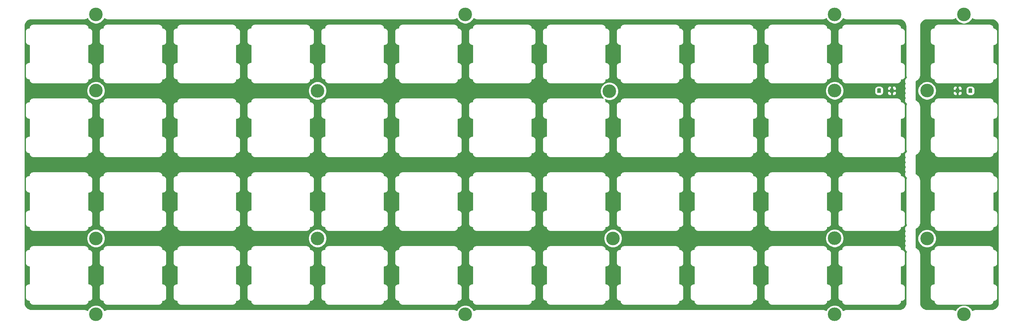
<source format=gbr>
G04 #@! TF.GenerationSoftware,KiCad,Pcbnew,(5.1.10-1-10_14)*
G04 #@! TF.CreationDate,2021-08-09T22:53:28-05:00*
G04 #@! TF.ProjectId,ori_top_plate,6f72695f-746f-4705-9f70-6c6174652e6b,rev?*
G04 #@! TF.SameCoordinates,Original*
G04 #@! TF.FileFunction,Copper,L1,Top*
G04 #@! TF.FilePolarity,Positive*
%FSLAX46Y46*%
G04 Gerber Fmt 4.6, Leading zero omitted, Abs format (unit mm)*
G04 Created by KiCad (PCBNEW (5.1.10-1-10_14)) date 2021-08-09 22:53:28*
%MOMM*%
%LPD*%
G01*
G04 APERTURE LIST*
G04 #@! TA.AperFunction,ComponentPad*
%ADD10C,3.500000*%
G04 #@! TD*
G04 #@! TA.AperFunction,ViaPad*
%ADD11C,0.500000*%
G04 #@! TD*
G04 #@! TA.AperFunction,Conductor*
%ADD12C,0.250000*%
G04 #@! TD*
G04 #@! TA.AperFunction,Conductor*
%ADD13C,0.254000*%
G04 #@! TD*
G04 #@! TA.AperFunction,Conductor*
%ADD14C,0.100000*%
G04 #@! TD*
G04 APERTURE END LIST*
G04 #@! TA.AperFunction,SMDPad,CuDef*
G36*
G01*
X370270360Y-59868904D02*
X370270360Y-59168904D01*
G75*
G02*
X370520360Y-58918904I250000J0D01*
G01*
X371020360Y-58918904D01*
G75*
G02*
X371270360Y-59168904I0J-250000D01*
G01*
X371270360Y-59868904D01*
G75*
G02*
X371020360Y-60118904I-250000J0D01*
G01*
X370520360Y-60118904D01*
G75*
G02*
X370270360Y-59868904I0J250000D01*
G01*
G37*
G04 #@! TD.AperFunction*
G04 #@! TA.AperFunction,SMDPad,CuDef*
G36*
G01*
X366970360Y-59868904D02*
X366970360Y-59168904D01*
G75*
G02*
X367220360Y-58918904I250000J0D01*
G01*
X367720360Y-58918904D01*
G75*
G02*
X367970360Y-59168904I0J-250000D01*
G01*
X367970360Y-59868904D01*
G75*
G02*
X367720360Y-60118904I-250000J0D01*
G01*
X367220360Y-60118904D01*
G75*
G02*
X366970360Y-59868904I0J250000D01*
G01*
G37*
G04 #@! TD.AperFunction*
D10*
X165497570Y-97631660D03*
X165523314Y-59518904D03*
X222647810Y-59531500D03*
X222647810Y-97631660D03*
X297920000Y-59660000D03*
X298848130Y-97631660D03*
X356023474Y-59518904D03*
X356023474Y-97618936D03*
X379836330Y-59518840D03*
X379836330Y-97659743D03*
G04 #@! TA.AperFunction,SMDPad,CuDef*
G36*
G01*
X388211370Y-59168840D02*
X388211370Y-59868840D01*
G75*
G02*
X387961370Y-60118840I-250000J0D01*
G01*
X387461370Y-60118840D01*
G75*
G02*
X387211370Y-59868840I0J250000D01*
G01*
X387211370Y-59168840D01*
G75*
G02*
X387461370Y-58918840I250000J0D01*
G01*
X387961370Y-58918840D01*
G75*
G02*
X388211370Y-59168840I0J-250000D01*
G01*
G37*
G04 #@! TD.AperFunction*
G04 #@! TA.AperFunction,SMDPad,CuDef*
G36*
G01*
X391511370Y-59168840D02*
X391511370Y-59868840D01*
G75*
G02*
X391261370Y-60118840I-250000J0D01*
G01*
X390761370Y-60118840D01*
G75*
G02*
X390511370Y-59868840I0J250000D01*
G01*
X390511370Y-59168840D01*
G75*
G02*
X390761370Y-58918840I250000J0D01*
G01*
X391261370Y-58918840D01*
G75*
G02*
X391511370Y-59168840I0J-250000D01*
G01*
G37*
G04 #@! TD.AperFunction*
X165523314Y-39873575D03*
X165523314Y-117264265D03*
X260773394Y-39873575D03*
X260773394Y-117264265D03*
X356023474Y-39873575D03*
X356023474Y-117264265D03*
X389361002Y-39873575D03*
X389361002Y-117264265D03*
D11*
X373287551Y-59518904D03*
X385194165Y-59518840D03*
D12*
X370770360Y-59518904D02*
X373287551Y-59518904D01*
X387711370Y-59518840D02*
X385194165Y-59518840D01*
D13*
X358221859Y-40919636D02*
X358275446Y-40955238D01*
X358328555Y-40991603D01*
X358337275Y-40996318D01*
X358439861Y-41050863D01*
X358499324Y-41075371D01*
X358558501Y-41100735D01*
X358567971Y-41103666D01*
X358679197Y-41137247D01*
X358742291Y-41149740D01*
X358805264Y-41163125D01*
X358815123Y-41164161D01*
X358930753Y-41175499D01*
X358930755Y-41175499D01*
X358965169Y-41178888D01*
X372657826Y-41178760D01*
X373016501Y-41213928D01*
X373328121Y-41308012D01*
X373615528Y-41460828D01*
X373867775Y-41666557D01*
X374075264Y-41917367D01*
X374230084Y-42203701D01*
X374326340Y-42514654D01*
X374363810Y-42871153D01*
X374363811Y-55386480D01*
X374367314Y-55422048D01*
X374367314Y-55437511D01*
X374368351Y-55447370D01*
X374394253Y-55678292D01*
X374407625Y-55741204D01*
X374420131Y-55804363D01*
X374423063Y-55813832D01*
X374493325Y-56035325D01*
X374518666Y-56094449D01*
X374529513Y-56120767D01*
X374388676Y-56214871D01*
X374244513Y-56359034D01*
X374131245Y-56528552D01*
X374053224Y-56716910D01*
X374013450Y-56916869D01*
X374013450Y-57120747D01*
X374053224Y-57320706D01*
X374131245Y-57509064D01*
X374221278Y-57643808D01*
X374131245Y-57778552D01*
X374053224Y-57966910D01*
X374013450Y-58166869D01*
X374013450Y-58370747D01*
X374053224Y-58570706D01*
X374131245Y-58759064D01*
X374221278Y-58893808D01*
X374131245Y-59028552D01*
X374053224Y-59216910D01*
X374013450Y-59416869D01*
X374013450Y-59620747D01*
X374053224Y-59820706D01*
X374131245Y-60009064D01*
X374221278Y-60143808D01*
X374131245Y-60278552D01*
X374053224Y-60466910D01*
X374013450Y-60666869D01*
X374013450Y-60870747D01*
X374053224Y-61070706D01*
X374131245Y-61259064D01*
X374221278Y-61393808D01*
X374131245Y-61528552D01*
X374053224Y-61716910D01*
X374013450Y-61916869D01*
X374013450Y-62120747D01*
X374053224Y-62320706D01*
X374131245Y-62509064D01*
X374244513Y-62678582D01*
X374388676Y-62822745D01*
X374529187Y-62916631D01*
X374511910Y-62958548D01*
X374486559Y-63017697D01*
X374483628Y-63027167D01*
X374416465Y-63249620D01*
X374403976Y-63312695D01*
X374390585Y-63375692D01*
X374389549Y-63385551D01*
X374366874Y-63616812D01*
X374366874Y-63616820D01*
X374363485Y-63651240D01*
X374363812Y-74436613D01*
X374367314Y-74472160D01*
X374367314Y-74487623D01*
X374368351Y-74497482D01*
X374394253Y-74728404D01*
X374407625Y-74791316D01*
X374420131Y-74854475D01*
X374423063Y-74863944D01*
X374493325Y-75085437D01*
X374518666Y-75144561D01*
X374533605Y-75180805D01*
X374388676Y-75277643D01*
X374244513Y-75421806D01*
X374131245Y-75591324D01*
X374053224Y-75779682D01*
X374013450Y-75979641D01*
X374013450Y-76183519D01*
X374053224Y-76383478D01*
X374131245Y-76571836D01*
X374221278Y-76706580D01*
X374131245Y-76841324D01*
X374053224Y-77029682D01*
X374013450Y-77229641D01*
X374013450Y-77433519D01*
X374053224Y-77633478D01*
X374131245Y-77821836D01*
X374221278Y-77956580D01*
X374131245Y-78091324D01*
X374053224Y-78279682D01*
X374013450Y-78479641D01*
X374013450Y-78683519D01*
X374053224Y-78883478D01*
X374131245Y-79071836D01*
X374221278Y-79206580D01*
X374131245Y-79341324D01*
X374053224Y-79529682D01*
X374013450Y-79729641D01*
X374013450Y-79933519D01*
X374053224Y-80133478D01*
X374131245Y-80321836D01*
X374221278Y-80456580D01*
X374131245Y-80591324D01*
X374053224Y-80779682D01*
X374013450Y-80979641D01*
X374013450Y-81183519D01*
X374053224Y-81383478D01*
X374131245Y-81571836D01*
X374244513Y-81741354D01*
X374388676Y-81885517D01*
X374525324Y-81976822D01*
X374512234Y-82008578D01*
X374486883Y-82067727D01*
X374483952Y-82077197D01*
X374416789Y-82299650D01*
X374404300Y-82362725D01*
X374390909Y-82425722D01*
X374389873Y-82435581D01*
X374367198Y-82666842D01*
X374367198Y-82666858D01*
X374363812Y-82701227D01*
X374363489Y-93486600D01*
X374367314Y-93525449D01*
X374367314Y-93537735D01*
X374368351Y-93547594D01*
X374394253Y-93778516D01*
X374407625Y-93841428D01*
X374420131Y-93904587D01*
X374423063Y-93914056D01*
X374493325Y-94135549D01*
X374518666Y-94194673D01*
X374533605Y-94230917D01*
X374388676Y-94327755D01*
X374244513Y-94471918D01*
X374131245Y-94641436D01*
X374053224Y-94829794D01*
X374013450Y-95029753D01*
X374013450Y-95233631D01*
X374053224Y-95433590D01*
X374131245Y-95621948D01*
X374221278Y-95756692D01*
X374131245Y-95891436D01*
X374053224Y-96079794D01*
X374013450Y-96279753D01*
X374013450Y-96483631D01*
X374053224Y-96683590D01*
X374131245Y-96871948D01*
X374221278Y-97006692D01*
X374131245Y-97141436D01*
X374053224Y-97329794D01*
X374013450Y-97529753D01*
X374013450Y-97733631D01*
X374053224Y-97933590D01*
X374131245Y-98121948D01*
X374221278Y-98256692D01*
X374131245Y-98391436D01*
X374053224Y-98579794D01*
X374013450Y-98779753D01*
X374013450Y-98983631D01*
X374053224Y-99183590D01*
X374131245Y-99371948D01*
X374221278Y-99506692D01*
X374131245Y-99641436D01*
X374053224Y-99829794D01*
X374013450Y-100029753D01*
X374013450Y-100233631D01*
X374053224Y-100433590D01*
X374131245Y-100621948D01*
X374244513Y-100791466D01*
X374388676Y-100935629D01*
X374525324Y-101026934D01*
X374512234Y-101058690D01*
X374486883Y-101117839D01*
X374483952Y-101127309D01*
X374416789Y-101349762D01*
X374404300Y-101412837D01*
X374390909Y-101475834D01*
X374389873Y-101485693D01*
X374367198Y-101716954D01*
X374367198Y-101716961D01*
X374363810Y-101751361D01*
X374363811Y-114253089D01*
X374328642Y-114611772D01*
X374234558Y-114923390D01*
X374081740Y-115210799D01*
X373876013Y-115463045D01*
X373625203Y-115670534D01*
X373338869Y-115825354D01*
X373027916Y-115921610D01*
X372671412Y-115959080D01*
X358965169Y-115958952D01*
X358935093Y-115961914D01*
X358931537Y-115961889D01*
X358921671Y-115962856D01*
X358864332Y-115968882D01*
X358860862Y-115969224D01*
X358860746Y-115969259D01*
X358806123Y-115975000D01*
X358743093Y-115987938D01*
X358679871Y-115999998D01*
X358670391Y-116002861D01*
X358670386Y-116002862D01*
X358670384Y-116002863D01*
X358670381Y-116002864D01*
X358559392Y-116037221D01*
X358500111Y-116062140D01*
X358440408Y-116086262D01*
X358431655Y-116090916D01*
X358329453Y-116146176D01*
X358276110Y-116182157D01*
X358222255Y-116217398D01*
X358214573Y-116223663D01*
X358184316Y-116248694D01*
X358137034Y-116134544D01*
X357876024Y-115743916D01*
X357543823Y-115411715D01*
X357153195Y-115150705D01*
X356719153Y-114970919D01*
X356258376Y-114879265D01*
X355788572Y-114879265D01*
X355327795Y-114970919D01*
X354893753Y-115150705D01*
X354503125Y-115411715D01*
X354170924Y-115743916D01*
X353909914Y-116134544D01*
X353862592Y-116248790D01*
X353825089Y-116218204D01*
X353771536Y-116182624D01*
X353718394Y-116146237D01*
X353709673Y-116141522D01*
X353607088Y-116086977D01*
X353547611Y-116062463D01*
X353488447Y-116037105D01*
X353478977Y-116034174D01*
X353367751Y-116000593D01*
X353304658Y-115988101D01*
X353241685Y-115974715D01*
X353231826Y-115973679D01*
X353116476Y-115962369D01*
X353081786Y-115958952D01*
X263715082Y-115958952D01*
X263685009Y-115961914D01*
X263681457Y-115961889D01*
X263671591Y-115962856D01*
X263614210Y-115968887D01*
X263610775Y-115969225D01*
X263610660Y-115969260D01*
X263556043Y-115975000D01*
X263493013Y-115987938D01*
X263429791Y-115999998D01*
X263420311Y-116002861D01*
X263420306Y-116002862D01*
X263420304Y-116002863D01*
X263420301Y-116002864D01*
X263309312Y-116037221D01*
X263250031Y-116062140D01*
X263190328Y-116086262D01*
X263181575Y-116090916D01*
X263079373Y-116146176D01*
X263026030Y-116182157D01*
X262972175Y-116217398D01*
X262964493Y-116223663D01*
X262934236Y-116248694D01*
X262886954Y-116134544D01*
X262625944Y-115743916D01*
X262293743Y-115411715D01*
X261903115Y-115150705D01*
X261469073Y-114970919D01*
X261008296Y-114879265D01*
X260538492Y-114879265D01*
X260077715Y-114970919D01*
X259643673Y-115150705D01*
X259253045Y-115411715D01*
X258920844Y-115743916D01*
X258659834Y-116134544D01*
X258612512Y-116248790D01*
X258575009Y-116218204D01*
X258521456Y-116182624D01*
X258468314Y-116146237D01*
X258459593Y-116141522D01*
X258357008Y-116086977D01*
X258297531Y-116062463D01*
X258238367Y-116037105D01*
X258228897Y-116034174D01*
X258117671Y-116000593D01*
X258054578Y-115988101D01*
X257991605Y-115974715D01*
X257981746Y-115973679D01*
X257866396Y-115962369D01*
X257831706Y-115958952D01*
X168465002Y-115958952D01*
X168434929Y-115961914D01*
X168431377Y-115961889D01*
X168421511Y-115962856D01*
X168364130Y-115968887D01*
X168360695Y-115969225D01*
X168360580Y-115969260D01*
X168305963Y-115975000D01*
X168242933Y-115987938D01*
X168179711Y-115999998D01*
X168170231Y-116002861D01*
X168170226Y-116002862D01*
X168170224Y-116002863D01*
X168170221Y-116002864D01*
X168059232Y-116037221D01*
X167999951Y-116062140D01*
X167940248Y-116086262D01*
X167931495Y-116090916D01*
X167829293Y-116146176D01*
X167775950Y-116182157D01*
X167722095Y-116217398D01*
X167714413Y-116223663D01*
X167684156Y-116248694D01*
X167636874Y-116134544D01*
X167375864Y-115743916D01*
X167043663Y-115411715D01*
X166653035Y-115150705D01*
X166218993Y-114970919D01*
X165758216Y-114879265D01*
X165288412Y-114879265D01*
X164827635Y-114970919D01*
X164393593Y-115150705D01*
X164002965Y-115411715D01*
X163670764Y-115743916D01*
X163409754Y-116134544D01*
X163362432Y-116248790D01*
X163324929Y-116218204D01*
X163271376Y-116182624D01*
X163218234Y-116146237D01*
X163209513Y-116141522D01*
X163106928Y-116086977D01*
X163047451Y-116062463D01*
X162988287Y-116037105D01*
X162978817Y-116034174D01*
X162867591Y-116000593D01*
X162804498Y-115988101D01*
X162741525Y-115974715D01*
X162731666Y-115973679D01*
X162616035Y-115962341D01*
X162616033Y-115962341D01*
X162581619Y-115958952D01*
X148888834Y-115959080D01*
X148530158Y-115923912D01*
X148218540Y-115829828D01*
X147931131Y-115677010D01*
X147678885Y-115471283D01*
X147471396Y-115220473D01*
X147316576Y-114934139D01*
X147220320Y-114623186D01*
X147182850Y-114266687D01*
X147182850Y-101323054D01*
X147287530Y-101323054D01*
X147287531Y-103990347D01*
X147290368Y-104019151D01*
X147290356Y-104020876D01*
X147291289Y-104030395D01*
X147294255Y-104058611D01*
X147297443Y-104090983D01*
X147298836Y-104095574D01*
X147309898Y-104149465D01*
X147321528Y-104210429D01*
X147324292Y-104219585D01*
X147341606Y-104275517D01*
X147365667Y-104332754D01*
X147388924Y-104390317D01*
X147393414Y-104398761D01*
X147421262Y-104450265D01*
X147455955Y-104501699D01*
X147489974Y-104553684D01*
X147496019Y-104561095D01*
X147533340Y-104606208D01*
X147577397Y-104649958D01*
X147620833Y-104694313D01*
X147628202Y-104700410D01*
X147673575Y-104737415D01*
X147725308Y-104771786D01*
X147776505Y-104806842D01*
X147784918Y-104811391D01*
X147784928Y-104811397D01*
X147784934Y-104811399D01*
X147836614Y-104838880D01*
X147894028Y-104862545D01*
X147951084Y-104886999D01*
X147960214Y-104889825D01*
X147960216Y-104889826D01*
X147960218Y-104889826D01*
X147960220Y-104889827D01*
X148016271Y-104906750D01*
X148077174Y-104918809D01*
X148137909Y-104931718D01*
X148138073Y-104931735D01*
X148138247Y-104931788D01*
X148143440Y-104932299D01*
X148147421Y-104932718D01*
X148205690Y-104938431D01*
X148205693Y-104938431D01*
X148238883Y-104941700D01*
X148287530Y-104941700D01*
X148287531Y-109371700D01*
X148138883Y-109371700D01*
X148110134Y-109374532D01*
X148109053Y-109374524D01*
X148099535Y-109375457D01*
X148081595Y-109377342D01*
X148038247Y-109381612D01*
X148012379Y-109389459D01*
X147999876Y-109392026D01*
X147938915Y-109403654D01*
X147929759Y-109406418D01*
X147892471Y-109417960D01*
X147835221Y-109442025D01*
X147777675Y-109465275D01*
X147769230Y-109469765D01*
X147734894Y-109488330D01*
X147683445Y-109523032D01*
X147631459Y-109557052D01*
X147624047Y-109563097D01*
X147593972Y-109587978D01*
X147550220Y-109632039D01*
X147505871Y-109675469D01*
X147499775Y-109682838D01*
X147475105Y-109713087D01*
X147440748Y-109764800D01*
X147405677Y-109816019D01*
X147401128Y-109824432D01*
X147382803Y-109858896D01*
X147359140Y-109916306D01*
X147334687Y-109973359D01*
X147331858Y-109982495D01*
X147320576Y-110019862D01*
X147308513Y-110080785D01*
X147304864Y-110097949D01*
X147297442Y-110122418D01*
X147294896Y-110148267D01*
X147294608Y-110151009D01*
X147290799Y-110189855D01*
X147290799Y-110189864D01*
X147287530Y-110223054D01*
X147287531Y-112890347D01*
X147290368Y-112919151D01*
X147290356Y-112920876D01*
X147291289Y-112930395D01*
X147294255Y-112958611D01*
X147297443Y-112990983D01*
X147298836Y-112995574D01*
X147309898Y-113049465D01*
X147321528Y-113110429D01*
X147324292Y-113119585D01*
X147341606Y-113175517D01*
X147365667Y-113232754D01*
X147388924Y-113290317D01*
X147393414Y-113298761D01*
X147421262Y-113350265D01*
X147455955Y-113401699D01*
X147489974Y-113453684D01*
X147496019Y-113461095D01*
X147533340Y-113506208D01*
X147577397Y-113549958D01*
X147620833Y-113594313D01*
X147628202Y-113600410D01*
X147673575Y-113637415D01*
X147725308Y-113671786D01*
X147776505Y-113706842D01*
X147784918Y-113711391D01*
X147784928Y-113711397D01*
X147784934Y-113711399D01*
X147836614Y-113738880D01*
X147894028Y-113762545D01*
X147951084Y-113786999D01*
X147960214Y-113789825D01*
X147960216Y-113789826D01*
X147960218Y-113789826D01*
X147960220Y-113789827D01*
X148016271Y-113806750D01*
X148077174Y-113818809D01*
X148137909Y-113831718D01*
X148138073Y-113831735D01*
X148138247Y-113831788D01*
X148143440Y-113832299D01*
X148147421Y-113832718D01*
X148205690Y-113838431D01*
X148205693Y-113838431D01*
X148238883Y-113841700D01*
X148287530Y-113841700D01*
X148287530Y-113890346D01*
X148290368Y-113919160D01*
X148290356Y-113920876D01*
X148291289Y-113930395D01*
X148294240Y-113958475D01*
X148297442Y-113990982D01*
X148298837Y-113995581D01*
X148309898Y-114049465D01*
X148321528Y-114110429D01*
X148324292Y-114119585D01*
X148341606Y-114175517D01*
X148365667Y-114232754D01*
X148388924Y-114290317D01*
X148393414Y-114298761D01*
X148421262Y-114350265D01*
X148455955Y-114401699D01*
X148489974Y-114453684D01*
X148496019Y-114461095D01*
X148533340Y-114506208D01*
X148577397Y-114549958D01*
X148620833Y-114594313D01*
X148628202Y-114600410D01*
X148673575Y-114637415D01*
X148725308Y-114671786D01*
X148776505Y-114706842D01*
X148784918Y-114711391D01*
X148784928Y-114711397D01*
X148784934Y-114711399D01*
X148836614Y-114738880D01*
X148894028Y-114762545D01*
X148951084Y-114786999D01*
X148960214Y-114789825D01*
X148960216Y-114789826D01*
X148960218Y-114789826D01*
X148960220Y-114789827D01*
X149016271Y-114806750D01*
X149077174Y-114818809D01*
X149137909Y-114831718D01*
X149138073Y-114831735D01*
X149138247Y-114831788D01*
X149143440Y-114832299D01*
X149147421Y-114832718D01*
X149205690Y-114838431D01*
X149205693Y-114838431D01*
X149238883Y-114841700D01*
X162706177Y-114841700D01*
X162734991Y-114838862D01*
X162736706Y-114838874D01*
X162746225Y-114837941D01*
X162774290Y-114834991D01*
X162806813Y-114831788D01*
X162811414Y-114830392D01*
X162865295Y-114819332D01*
X162926259Y-114807702D01*
X162935415Y-114804938D01*
X162991347Y-114787624D01*
X163048584Y-114763563D01*
X163106147Y-114740306D01*
X163114586Y-114735819D01*
X163114590Y-114735817D01*
X163114593Y-114735815D01*
X163166095Y-114707968D01*
X163217529Y-114673275D01*
X163269514Y-114639256D01*
X163276925Y-114633211D01*
X163322038Y-114595890D01*
X163365788Y-114551833D01*
X163410143Y-114508397D01*
X163416240Y-114501028D01*
X163453245Y-114455655D01*
X163487616Y-114403922D01*
X163522672Y-114352725D01*
X163527221Y-114344312D01*
X163527227Y-114344302D01*
X163527229Y-114344296D01*
X163554710Y-114292616D01*
X163578375Y-114235202D01*
X163602829Y-114178146D01*
X163605657Y-114169010D01*
X163622580Y-114112959D01*
X163634639Y-114052056D01*
X163647548Y-113991321D01*
X163647565Y-113991157D01*
X163647618Y-113990983D01*
X163648129Y-113985791D01*
X163648548Y-113981809D01*
X163654261Y-113923540D01*
X163654261Y-113923536D01*
X163657530Y-113890346D01*
X163657530Y-113841700D01*
X163806177Y-113841700D01*
X163834926Y-113838868D01*
X163836007Y-113838876D01*
X163845525Y-113837943D01*
X163863472Y-113836057D01*
X163906813Y-113831788D01*
X163932680Y-113823941D01*
X163945179Y-113821376D01*
X164006146Y-113809746D01*
X164015302Y-113806982D01*
X164052589Y-113795440D01*
X164109850Y-113771370D01*
X164167385Y-113748125D01*
X164175828Y-113743636D01*
X164175833Y-113743634D01*
X164175839Y-113743630D01*
X164210166Y-113725070D01*
X164261615Y-113690368D01*
X164313601Y-113656348D01*
X164321013Y-113650303D01*
X164351088Y-113625422D01*
X164394840Y-113581362D01*
X164439189Y-113537931D01*
X164445285Y-113530562D01*
X164469955Y-113500313D01*
X164504312Y-113448600D01*
X164539383Y-113397381D01*
X164543932Y-113388968D01*
X164562257Y-113354504D01*
X164585920Y-113297094D01*
X164610373Y-113240041D01*
X164613202Y-113230905D01*
X164624484Y-113193538D01*
X164636547Y-113132615D01*
X164640195Y-113115454D01*
X164647618Y-113090983D01*
X164650168Y-113065095D01*
X164650452Y-113062392D01*
X164654261Y-113023545D01*
X164654261Y-113023537D01*
X164657530Y-112990347D01*
X164657530Y-110323053D01*
X164654692Y-110294239D01*
X164654704Y-110292524D01*
X164653771Y-110283006D01*
X164650822Y-110254949D01*
X164647618Y-110222417D01*
X164646222Y-110217816D01*
X164635159Y-110163922D01*
X164623532Y-110102972D01*
X164620768Y-110093816D01*
X164603454Y-110037883D01*
X164579388Y-109980633D01*
X164556136Y-109923084D01*
X164551646Y-109914639D01*
X164523798Y-109863136D01*
X164489083Y-109811670D01*
X164455085Y-109759716D01*
X164449041Y-109752304D01*
X164411720Y-109707192D01*
X164367647Y-109663425D01*
X164324227Y-109619087D01*
X164316858Y-109612990D01*
X164271485Y-109575985D01*
X164219752Y-109541614D01*
X164168555Y-109506558D01*
X164160142Y-109502009D01*
X164160132Y-109502003D01*
X164160126Y-109502001D01*
X164108446Y-109474521D01*
X164051053Y-109450864D01*
X163993976Y-109426401D01*
X163984850Y-109423576D01*
X163984845Y-109423574D01*
X163984840Y-109423573D01*
X163928789Y-109406650D01*
X163867886Y-109394591D01*
X163807151Y-109381682D01*
X163806987Y-109381665D01*
X163806813Y-109381612D01*
X163801620Y-109381101D01*
X163797639Y-109380682D01*
X163739369Y-109374969D01*
X163739367Y-109374969D01*
X163706177Y-109371700D01*
X163657530Y-109371700D01*
X163657530Y-104941700D01*
X163806177Y-104941700D01*
X163834926Y-104938868D01*
X163836007Y-104938876D01*
X163845525Y-104937943D01*
X163863472Y-104936057D01*
X163906813Y-104931788D01*
X163932680Y-104923941D01*
X163945179Y-104921376D01*
X164006146Y-104909746D01*
X164015302Y-104906982D01*
X164052589Y-104895440D01*
X164109850Y-104871370D01*
X164167385Y-104848125D01*
X164175828Y-104843636D01*
X164175833Y-104843634D01*
X164175839Y-104843630D01*
X164210166Y-104825070D01*
X164261615Y-104790368D01*
X164313601Y-104756348D01*
X164321013Y-104750303D01*
X164351088Y-104725422D01*
X164394840Y-104681362D01*
X164439189Y-104637931D01*
X164445285Y-104630562D01*
X164469955Y-104600313D01*
X164504312Y-104548600D01*
X164539383Y-104497381D01*
X164543932Y-104488968D01*
X164562257Y-104454504D01*
X164585920Y-104397094D01*
X164610373Y-104340041D01*
X164613202Y-104330905D01*
X164624484Y-104293538D01*
X164636547Y-104232615D01*
X164640195Y-104215454D01*
X164647618Y-104190983D01*
X164650168Y-104165095D01*
X164650452Y-104162392D01*
X164654261Y-104123545D01*
X164654261Y-104123537D01*
X164657530Y-104090347D01*
X164657530Y-101423053D01*
X164654692Y-101394239D01*
X164654704Y-101392524D01*
X164653771Y-101383006D01*
X164650822Y-101354949D01*
X164647681Y-101323054D01*
X166337610Y-101323054D01*
X166337611Y-103990347D01*
X166340448Y-104019151D01*
X166340436Y-104020876D01*
X166341369Y-104030395D01*
X166344335Y-104058611D01*
X166347523Y-104090983D01*
X166348916Y-104095574D01*
X166359978Y-104149465D01*
X166371608Y-104210429D01*
X166374372Y-104219585D01*
X166391686Y-104275517D01*
X166415747Y-104332754D01*
X166439004Y-104390317D01*
X166443494Y-104398761D01*
X166471342Y-104450265D01*
X166506035Y-104501699D01*
X166540054Y-104553684D01*
X166546099Y-104561095D01*
X166583420Y-104606208D01*
X166627477Y-104649958D01*
X166670913Y-104694313D01*
X166678282Y-104700410D01*
X166723655Y-104737415D01*
X166775388Y-104771786D01*
X166826585Y-104806842D01*
X166834998Y-104811391D01*
X166835008Y-104811397D01*
X166835014Y-104811399D01*
X166886694Y-104838880D01*
X166944108Y-104862545D01*
X167001164Y-104886999D01*
X167010294Y-104889825D01*
X167010296Y-104889826D01*
X167010298Y-104889826D01*
X167010300Y-104889827D01*
X167066351Y-104906750D01*
X167127254Y-104918809D01*
X167187989Y-104931718D01*
X167188153Y-104931735D01*
X167188327Y-104931788D01*
X167193520Y-104932299D01*
X167197501Y-104932718D01*
X167255770Y-104938431D01*
X167255773Y-104938431D01*
X167288963Y-104941700D01*
X167337610Y-104941700D01*
X167337611Y-109371700D01*
X167188963Y-109371700D01*
X167160214Y-109374532D01*
X167159133Y-109374524D01*
X167149615Y-109375457D01*
X167131675Y-109377342D01*
X167088327Y-109381612D01*
X167062459Y-109389459D01*
X167049956Y-109392026D01*
X166988995Y-109403654D01*
X166979839Y-109406418D01*
X166942551Y-109417960D01*
X166885301Y-109442025D01*
X166827755Y-109465275D01*
X166819310Y-109469765D01*
X166784974Y-109488330D01*
X166733525Y-109523032D01*
X166681539Y-109557052D01*
X166674127Y-109563097D01*
X166644052Y-109587978D01*
X166600300Y-109632039D01*
X166555951Y-109675469D01*
X166549855Y-109682838D01*
X166525185Y-109713087D01*
X166490828Y-109764800D01*
X166455757Y-109816019D01*
X166451208Y-109824432D01*
X166432883Y-109858896D01*
X166409220Y-109916306D01*
X166384767Y-109973359D01*
X166381938Y-109982495D01*
X166370656Y-110019862D01*
X166358593Y-110080785D01*
X166354944Y-110097949D01*
X166347522Y-110122418D01*
X166344976Y-110148267D01*
X166344688Y-110151009D01*
X166340879Y-110189855D01*
X166340879Y-110189864D01*
X166337610Y-110223054D01*
X166337611Y-112890347D01*
X166340448Y-112919151D01*
X166340436Y-112920876D01*
X166341369Y-112930395D01*
X166344335Y-112958611D01*
X166347523Y-112990983D01*
X166348916Y-112995574D01*
X166359978Y-113049465D01*
X166371608Y-113110429D01*
X166374372Y-113119585D01*
X166391686Y-113175517D01*
X166415747Y-113232754D01*
X166439004Y-113290317D01*
X166443494Y-113298761D01*
X166471342Y-113350265D01*
X166506035Y-113401699D01*
X166540054Y-113453684D01*
X166546099Y-113461095D01*
X166583420Y-113506208D01*
X166627477Y-113549958D01*
X166670913Y-113594313D01*
X166678282Y-113600410D01*
X166723655Y-113637415D01*
X166775388Y-113671786D01*
X166826585Y-113706842D01*
X166834998Y-113711391D01*
X166835008Y-113711397D01*
X166835014Y-113711399D01*
X166886694Y-113738880D01*
X166944108Y-113762545D01*
X167001164Y-113786999D01*
X167010294Y-113789825D01*
X167010296Y-113789826D01*
X167010298Y-113789826D01*
X167010300Y-113789827D01*
X167066351Y-113806750D01*
X167127254Y-113818809D01*
X167187989Y-113831718D01*
X167188153Y-113831735D01*
X167188327Y-113831788D01*
X167193520Y-113832299D01*
X167197501Y-113832718D01*
X167255770Y-113838431D01*
X167255773Y-113838431D01*
X167288963Y-113841700D01*
X167337610Y-113841700D01*
X167337610Y-113890346D01*
X167340448Y-113919160D01*
X167340436Y-113920876D01*
X167341369Y-113930395D01*
X167344320Y-113958475D01*
X167347522Y-113990982D01*
X167348917Y-113995581D01*
X167359978Y-114049465D01*
X167371608Y-114110429D01*
X167374372Y-114119585D01*
X167391686Y-114175517D01*
X167415747Y-114232754D01*
X167439004Y-114290317D01*
X167443494Y-114298761D01*
X167471342Y-114350265D01*
X167506035Y-114401699D01*
X167540054Y-114453684D01*
X167546099Y-114461095D01*
X167583420Y-114506208D01*
X167627477Y-114549958D01*
X167670913Y-114594313D01*
X167678282Y-114600410D01*
X167723655Y-114637415D01*
X167775388Y-114671786D01*
X167826585Y-114706842D01*
X167834998Y-114711391D01*
X167835008Y-114711397D01*
X167835014Y-114711399D01*
X167886694Y-114738880D01*
X167944108Y-114762545D01*
X168001164Y-114786999D01*
X168010294Y-114789825D01*
X168010296Y-114789826D01*
X168010298Y-114789826D01*
X168010300Y-114789827D01*
X168066351Y-114806750D01*
X168127254Y-114818809D01*
X168187989Y-114831718D01*
X168188153Y-114831735D01*
X168188327Y-114831788D01*
X168193520Y-114832299D01*
X168197501Y-114832718D01*
X168255770Y-114838431D01*
X168255773Y-114838431D01*
X168288963Y-114841700D01*
X181756257Y-114841700D01*
X181785071Y-114838862D01*
X181786786Y-114838874D01*
X181796305Y-114837941D01*
X181824370Y-114834991D01*
X181856893Y-114831788D01*
X181861494Y-114830392D01*
X181915375Y-114819332D01*
X181976339Y-114807702D01*
X181985495Y-114804938D01*
X182041427Y-114787624D01*
X182098664Y-114763563D01*
X182156227Y-114740306D01*
X182164666Y-114735819D01*
X182164670Y-114735817D01*
X182164673Y-114735815D01*
X182216175Y-114707968D01*
X182267609Y-114673275D01*
X182319594Y-114639256D01*
X182327005Y-114633211D01*
X182372118Y-114595890D01*
X182415868Y-114551833D01*
X182460223Y-114508397D01*
X182466320Y-114501028D01*
X182503325Y-114455655D01*
X182537696Y-114403922D01*
X182572752Y-114352725D01*
X182577301Y-114344312D01*
X182577307Y-114344302D01*
X182577309Y-114344296D01*
X182604790Y-114292616D01*
X182628455Y-114235202D01*
X182652909Y-114178146D01*
X182655737Y-114169010D01*
X182672660Y-114112959D01*
X182684719Y-114052056D01*
X182697628Y-113991321D01*
X182697645Y-113991157D01*
X182697698Y-113990983D01*
X182698209Y-113985791D01*
X182698628Y-113981809D01*
X182704341Y-113923540D01*
X182704341Y-113923536D01*
X182707610Y-113890346D01*
X182707610Y-113841700D01*
X182856257Y-113841700D01*
X182885006Y-113838868D01*
X182886087Y-113838876D01*
X182895605Y-113837943D01*
X182913552Y-113836057D01*
X182956893Y-113831788D01*
X182982760Y-113823941D01*
X182995259Y-113821376D01*
X183056226Y-113809746D01*
X183065382Y-113806982D01*
X183102669Y-113795440D01*
X183159930Y-113771370D01*
X183217465Y-113748125D01*
X183225908Y-113743636D01*
X183225913Y-113743634D01*
X183225919Y-113743630D01*
X183260246Y-113725070D01*
X183311695Y-113690368D01*
X183363681Y-113656348D01*
X183371093Y-113650303D01*
X183401168Y-113625422D01*
X183444920Y-113581362D01*
X183489269Y-113537931D01*
X183495365Y-113530562D01*
X183520035Y-113500313D01*
X183554392Y-113448600D01*
X183589463Y-113397381D01*
X183594012Y-113388968D01*
X183612337Y-113354504D01*
X183636000Y-113297094D01*
X183660453Y-113240041D01*
X183663282Y-113230905D01*
X183674564Y-113193538D01*
X183686627Y-113132615D01*
X183690275Y-113115454D01*
X183697698Y-113090983D01*
X183700248Y-113065095D01*
X183700532Y-113062392D01*
X183704341Y-113023545D01*
X183704341Y-113023537D01*
X183707610Y-112990347D01*
X183707610Y-110323053D01*
X183704772Y-110294239D01*
X183704784Y-110292524D01*
X183703851Y-110283006D01*
X183700902Y-110254949D01*
X183697698Y-110222417D01*
X183696302Y-110217816D01*
X183685239Y-110163922D01*
X183673612Y-110102972D01*
X183670848Y-110093816D01*
X183653534Y-110037883D01*
X183629468Y-109980633D01*
X183606216Y-109923084D01*
X183601726Y-109914639D01*
X183573878Y-109863136D01*
X183539163Y-109811670D01*
X183505165Y-109759716D01*
X183499121Y-109752304D01*
X183461800Y-109707192D01*
X183417727Y-109663425D01*
X183374307Y-109619087D01*
X183366938Y-109612990D01*
X183321565Y-109575985D01*
X183269832Y-109541614D01*
X183218635Y-109506558D01*
X183210222Y-109502009D01*
X183210212Y-109502003D01*
X183210206Y-109502001D01*
X183158526Y-109474521D01*
X183101133Y-109450864D01*
X183044056Y-109426401D01*
X183034930Y-109423576D01*
X183034925Y-109423574D01*
X183034920Y-109423573D01*
X182978869Y-109406650D01*
X182917966Y-109394591D01*
X182857231Y-109381682D01*
X182857067Y-109381665D01*
X182856893Y-109381612D01*
X182851700Y-109381101D01*
X182847719Y-109380682D01*
X182789449Y-109374969D01*
X182789447Y-109374969D01*
X182756257Y-109371700D01*
X182707610Y-109371700D01*
X182707610Y-104941700D01*
X182856257Y-104941700D01*
X182885006Y-104938868D01*
X182886087Y-104938876D01*
X182895605Y-104937943D01*
X182913552Y-104936057D01*
X182956893Y-104931788D01*
X182982760Y-104923941D01*
X182995259Y-104921376D01*
X183056226Y-104909746D01*
X183065382Y-104906982D01*
X183102669Y-104895440D01*
X183159930Y-104871370D01*
X183217465Y-104848125D01*
X183225908Y-104843636D01*
X183225913Y-104843634D01*
X183225919Y-104843630D01*
X183260246Y-104825070D01*
X183311695Y-104790368D01*
X183363681Y-104756348D01*
X183371093Y-104750303D01*
X183401168Y-104725422D01*
X183444920Y-104681362D01*
X183489269Y-104637931D01*
X183495365Y-104630562D01*
X183520035Y-104600313D01*
X183554392Y-104548600D01*
X183589463Y-104497381D01*
X183594012Y-104488968D01*
X183612337Y-104454504D01*
X183636000Y-104397094D01*
X183660453Y-104340041D01*
X183663282Y-104330905D01*
X183674564Y-104293538D01*
X183686627Y-104232615D01*
X183690275Y-104215454D01*
X183697698Y-104190983D01*
X183700248Y-104165095D01*
X183700532Y-104162392D01*
X183704341Y-104123545D01*
X183704341Y-104123537D01*
X183707610Y-104090347D01*
X183707610Y-101423053D01*
X183704772Y-101394239D01*
X183704784Y-101392524D01*
X183703851Y-101383006D01*
X183700902Y-101354949D01*
X183697761Y-101323054D01*
X185387690Y-101323054D01*
X185387691Y-103990347D01*
X185390528Y-104019151D01*
X185390516Y-104020876D01*
X185391449Y-104030395D01*
X185394415Y-104058611D01*
X185397603Y-104090983D01*
X185398996Y-104095574D01*
X185410058Y-104149465D01*
X185421688Y-104210429D01*
X185424452Y-104219585D01*
X185441766Y-104275517D01*
X185465827Y-104332754D01*
X185489084Y-104390317D01*
X185493574Y-104398761D01*
X185521422Y-104450265D01*
X185556115Y-104501699D01*
X185590134Y-104553684D01*
X185596179Y-104561095D01*
X185633500Y-104606208D01*
X185677557Y-104649958D01*
X185720993Y-104694313D01*
X185728362Y-104700410D01*
X185773735Y-104737415D01*
X185825468Y-104771786D01*
X185876665Y-104806842D01*
X185885078Y-104811391D01*
X185885088Y-104811397D01*
X185885094Y-104811399D01*
X185936774Y-104838880D01*
X185994188Y-104862545D01*
X186051244Y-104886999D01*
X186060374Y-104889825D01*
X186060376Y-104889826D01*
X186060378Y-104889826D01*
X186060380Y-104889827D01*
X186116431Y-104906750D01*
X186177334Y-104918809D01*
X186238069Y-104931718D01*
X186238233Y-104931735D01*
X186238407Y-104931788D01*
X186243600Y-104932299D01*
X186247581Y-104932718D01*
X186305850Y-104938431D01*
X186305853Y-104938431D01*
X186339043Y-104941700D01*
X186387690Y-104941700D01*
X186387691Y-109371700D01*
X186239043Y-109371700D01*
X186210294Y-109374532D01*
X186209213Y-109374524D01*
X186199695Y-109375457D01*
X186181755Y-109377342D01*
X186138407Y-109381612D01*
X186112539Y-109389459D01*
X186100036Y-109392026D01*
X186039075Y-109403654D01*
X186029919Y-109406418D01*
X185992631Y-109417960D01*
X185935381Y-109442025D01*
X185877835Y-109465275D01*
X185869390Y-109469765D01*
X185835054Y-109488330D01*
X185783605Y-109523032D01*
X185731619Y-109557052D01*
X185724207Y-109563097D01*
X185694132Y-109587978D01*
X185650380Y-109632039D01*
X185606031Y-109675469D01*
X185599935Y-109682838D01*
X185575265Y-109713087D01*
X185540908Y-109764800D01*
X185505837Y-109816019D01*
X185501288Y-109824432D01*
X185482963Y-109858896D01*
X185459300Y-109916306D01*
X185434847Y-109973359D01*
X185432018Y-109982495D01*
X185420736Y-110019862D01*
X185408673Y-110080785D01*
X185405024Y-110097949D01*
X185397602Y-110122418D01*
X185395056Y-110148267D01*
X185394768Y-110151009D01*
X185390959Y-110189855D01*
X185390959Y-110189864D01*
X185387690Y-110223054D01*
X185387691Y-112890347D01*
X185390528Y-112919151D01*
X185390516Y-112920876D01*
X185391449Y-112930395D01*
X185394415Y-112958611D01*
X185397603Y-112990983D01*
X185398996Y-112995574D01*
X185410058Y-113049465D01*
X185421688Y-113110429D01*
X185424452Y-113119585D01*
X185441766Y-113175517D01*
X185465827Y-113232754D01*
X185489084Y-113290317D01*
X185493574Y-113298761D01*
X185521422Y-113350265D01*
X185556115Y-113401699D01*
X185590134Y-113453684D01*
X185596179Y-113461095D01*
X185633500Y-113506208D01*
X185677557Y-113549958D01*
X185720993Y-113594313D01*
X185728362Y-113600410D01*
X185773735Y-113637415D01*
X185825468Y-113671786D01*
X185876665Y-113706842D01*
X185885078Y-113711391D01*
X185885088Y-113711397D01*
X185885094Y-113711399D01*
X185936774Y-113738880D01*
X185994188Y-113762545D01*
X186051244Y-113786999D01*
X186060374Y-113789825D01*
X186060376Y-113789826D01*
X186060378Y-113789826D01*
X186060380Y-113789827D01*
X186116431Y-113806750D01*
X186177334Y-113818809D01*
X186238069Y-113831718D01*
X186238233Y-113831735D01*
X186238407Y-113831788D01*
X186243600Y-113832299D01*
X186247581Y-113832718D01*
X186305850Y-113838431D01*
X186305853Y-113838431D01*
X186339043Y-113841700D01*
X186387690Y-113841700D01*
X186387690Y-113890346D01*
X186390528Y-113919160D01*
X186390516Y-113920876D01*
X186391449Y-113930395D01*
X186394400Y-113958475D01*
X186397602Y-113990982D01*
X186398997Y-113995581D01*
X186410058Y-114049465D01*
X186421688Y-114110429D01*
X186424452Y-114119585D01*
X186441766Y-114175517D01*
X186465827Y-114232754D01*
X186489084Y-114290317D01*
X186493574Y-114298761D01*
X186521422Y-114350265D01*
X186556115Y-114401699D01*
X186590134Y-114453684D01*
X186596179Y-114461095D01*
X186633500Y-114506208D01*
X186677557Y-114549958D01*
X186720993Y-114594313D01*
X186728362Y-114600410D01*
X186773735Y-114637415D01*
X186825468Y-114671786D01*
X186876665Y-114706842D01*
X186885078Y-114711391D01*
X186885088Y-114711397D01*
X186885094Y-114711399D01*
X186936774Y-114738880D01*
X186994188Y-114762545D01*
X187051244Y-114786999D01*
X187060374Y-114789825D01*
X187060376Y-114789826D01*
X187060378Y-114789826D01*
X187060380Y-114789827D01*
X187116431Y-114806750D01*
X187177334Y-114818809D01*
X187238069Y-114831718D01*
X187238233Y-114831735D01*
X187238407Y-114831788D01*
X187243600Y-114832299D01*
X187247581Y-114832718D01*
X187305850Y-114838431D01*
X187305853Y-114838431D01*
X187339043Y-114841700D01*
X200806337Y-114841700D01*
X200835151Y-114838862D01*
X200836866Y-114838874D01*
X200846385Y-114837941D01*
X200874450Y-114834991D01*
X200906973Y-114831788D01*
X200911574Y-114830392D01*
X200965455Y-114819332D01*
X201026419Y-114807702D01*
X201035575Y-114804938D01*
X201091507Y-114787624D01*
X201148744Y-114763563D01*
X201206307Y-114740306D01*
X201214746Y-114735819D01*
X201214750Y-114735817D01*
X201214753Y-114735815D01*
X201266255Y-114707968D01*
X201317689Y-114673275D01*
X201369674Y-114639256D01*
X201377085Y-114633211D01*
X201422198Y-114595890D01*
X201465948Y-114551833D01*
X201510303Y-114508397D01*
X201516400Y-114501028D01*
X201553405Y-114455655D01*
X201587776Y-114403922D01*
X201622832Y-114352725D01*
X201627381Y-114344312D01*
X201627387Y-114344302D01*
X201627389Y-114344296D01*
X201654870Y-114292616D01*
X201678535Y-114235202D01*
X201702989Y-114178146D01*
X201705817Y-114169010D01*
X201722740Y-114112959D01*
X201734799Y-114052056D01*
X201747708Y-113991321D01*
X201747725Y-113991157D01*
X201747778Y-113990983D01*
X201748289Y-113985791D01*
X201748708Y-113981809D01*
X201754421Y-113923540D01*
X201754421Y-113923536D01*
X201757690Y-113890346D01*
X201757690Y-113841700D01*
X201906337Y-113841700D01*
X201935086Y-113838868D01*
X201936167Y-113838876D01*
X201945685Y-113837943D01*
X201963632Y-113836057D01*
X202006973Y-113831788D01*
X202032840Y-113823941D01*
X202045339Y-113821376D01*
X202106306Y-113809746D01*
X202115462Y-113806982D01*
X202152749Y-113795440D01*
X202210010Y-113771370D01*
X202267545Y-113748125D01*
X202275988Y-113743636D01*
X202275993Y-113743634D01*
X202275999Y-113743630D01*
X202310326Y-113725070D01*
X202361775Y-113690368D01*
X202413761Y-113656348D01*
X202421173Y-113650303D01*
X202451248Y-113625422D01*
X202495000Y-113581362D01*
X202539349Y-113537931D01*
X202545445Y-113530562D01*
X202570115Y-113500313D01*
X202604472Y-113448600D01*
X202639543Y-113397381D01*
X202644092Y-113388968D01*
X202662417Y-113354504D01*
X202686080Y-113297094D01*
X202710533Y-113240041D01*
X202713362Y-113230905D01*
X202724644Y-113193538D01*
X202736707Y-113132615D01*
X202740355Y-113115454D01*
X202747778Y-113090983D01*
X202750328Y-113065095D01*
X202750612Y-113062392D01*
X202754421Y-113023545D01*
X202754421Y-113023537D01*
X202757690Y-112990347D01*
X202757690Y-110323053D01*
X202754852Y-110294239D01*
X202754864Y-110292524D01*
X202753931Y-110283006D01*
X202750982Y-110254949D01*
X202747778Y-110222417D01*
X202746382Y-110217816D01*
X202735319Y-110163922D01*
X202723692Y-110102972D01*
X202720928Y-110093816D01*
X202703614Y-110037883D01*
X202679548Y-109980633D01*
X202656296Y-109923084D01*
X202651806Y-109914639D01*
X202623958Y-109863136D01*
X202589243Y-109811670D01*
X202555245Y-109759716D01*
X202549201Y-109752304D01*
X202511880Y-109707192D01*
X202467807Y-109663425D01*
X202424387Y-109619087D01*
X202417018Y-109612990D01*
X202371645Y-109575985D01*
X202319912Y-109541614D01*
X202268715Y-109506558D01*
X202260302Y-109502009D01*
X202260292Y-109502003D01*
X202260286Y-109502001D01*
X202208606Y-109474521D01*
X202151213Y-109450864D01*
X202094136Y-109426401D01*
X202085010Y-109423576D01*
X202085005Y-109423574D01*
X202085000Y-109423573D01*
X202028949Y-109406650D01*
X201968046Y-109394591D01*
X201907311Y-109381682D01*
X201907147Y-109381665D01*
X201906973Y-109381612D01*
X201901780Y-109381101D01*
X201897799Y-109380682D01*
X201839529Y-109374969D01*
X201839527Y-109374969D01*
X201806337Y-109371700D01*
X201757690Y-109371700D01*
X201757690Y-104941700D01*
X201906337Y-104941700D01*
X201935086Y-104938868D01*
X201936167Y-104938876D01*
X201945685Y-104937943D01*
X201963632Y-104936057D01*
X202006973Y-104931788D01*
X202032840Y-104923941D01*
X202045339Y-104921376D01*
X202106306Y-104909746D01*
X202115462Y-104906982D01*
X202152749Y-104895440D01*
X202210010Y-104871370D01*
X202267545Y-104848125D01*
X202275988Y-104843636D01*
X202275993Y-104843634D01*
X202275999Y-104843630D01*
X202310326Y-104825070D01*
X202361775Y-104790368D01*
X202413761Y-104756348D01*
X202421173Y-104750303D01*
X202451248Y-104725422D01*
X202495000Y-104681362D01*
X202539349Y-104637931D01*
X202545445Y-104630562D01*
X202570115Y-104600313D01*
X202604472Y-104548600D01*
X202639543Y-104497381D01*
X202644092Y-104488968D01*
X202662417Y-104454504D01*
X202686080Y-104397094D01*
X202710533Y-104340041D01*
X202713362Y-104330905D01*
X202724644Y-104293538D01*
X202736707Y-104232615D01*
X202740355Y-104215454D01*
X202747778Y-104190983D01*
X202750328Y-104165095D01*
X202750612Y-104162392D01*
X202754421Y-104123545D01*
X202754421Y-104123537D01*
X202757690Y-104090347D01*
X202757690Y-101423053D01*
X202754852Y-101394239D01*
X202754864Y-101392524D01*
X202753931Y-101383006D01*
X202750982Y-101354949D01*
X202747841Y-101323054D01*
X204437770Y-101323054D01*
X204437771Y-103990347D01*
X204440608Y-104019151D01*
X204440596Y-104020876D01*
X204441529Y-104030395D01*
X204444495Y-104058611D01*
X204447683Y-104090983D01*
X204449076Y-104095574D01*
X204460138Y-104149465D01*
X204471768Y-104210429D01*
X204474532Y-104219585D01*
X204491846Y-104275517D01*
X204515907Y-104332754D01*
X204539164Y-104390317D01*
X204543654Y-104398761D01*
X204571502Y-104450265D01*
X204606195Y-104501699D01*
X204640214Y-104553684D01*
X204646259Y-104561095D01*
X204683580Y-104606208D01*
X204727637Y-104649958D01*
X204771073Y-104694313D01*
X204778442Y-104700410D01*
X204823815Y-104737415D01*
X204875548Y-104771786D01*
X204926745Y-104806842D01*
X204935158Y-104811391D01*
X204935168Y-104811397D01*
X204935174Y-104811399D01*
X204986854Y-104838880D01*
X205044268Y-104862545D01*
X205101324Y-104886999D01*
X205110454Y-104889825D01*
X205110456Y-104889826D01*
X205110458Y-104889826D01*
X205110460Y-104889827D01*
X205166511Y-104906750D01*
X205227414Y-104918809D01*
X205288149Y-104931718D01*
X205288313Y-104931735D01*
X205288487Y-104931788D01*
X205293680Y-104932299D01*
X205297661Y-104932718D01*
X205355930Y-104938431D01*
X205355933Y-104938431D01*
X205389123Y-104941700D01*
X205437770Y-104941700D01*
X205437771Y-109371700D01*
X205289123Y-109371700D01*
X205260374Y-109374532D01*
X205259293Y-109374524D01*
X205249775Y-109375457D01*
X205231835Y-109377342D01*
X205188487Y-109381612D01*
X205162619Y-109389459D01*
X205150116Y-109392026D01*
X205089155Y-109403654D01*
X205079999Y-109406418D01*
X205042711Y-109417960D01*
X204985461Y-109442025D01*
X204927915Y-109465275D01*
X204919470Y-109469765D01*
X204885134Y-109488330D01*
X204833685Y-109523032D01*
X204781699Y-109557052D01*
X204774287Y-109563097D01*
X204744212Y-109587978D01*
X204700460Y-109632039D01*
X204656111Y-109675469D01*
X204650015Y-109682838D01*
X204625345Y-109713087D01*
X204590988Y-109764800D01*
X204555917Y-109816019D01*
X204551368Y-109824432D01*
X204533043Y-109858896D01*
X204509380Y-109916306D01*
X204484927Y-109973359D01*
X204482098Y-109982495D01*
X204470816Y-110019862D01*
X204458753Y-110080785D01*
X204455104Y-110097949D01*
X204447682Y-110122418D01*
X204445136Y-110148267D01*
X204444848Y-110151009D01*
X204441039Y-110189855D01*
X204441039Y-110189864D01*
X204437770Y-110223054D01*
X204437771Y-112890347D01*
X204440608Y-112919151D01*
X204440596Y-112920876D01*
X204441529Y-112930395D01*
X204444495Y-112958611D01*
X204447683Y-112990983D01*
X204449076Y-112995574D01*
X204460138Y-113049465D01*
X204471768Y-113110429D01*
X204474532Y-113119585D01*
X204491846Y-113175517D01*
X204515907Y-113232754D01*
X204539164Y-113290317D01*
X204543654Y-113298761D01*
X204571502Y-113350265D01*
X204606195Y-113401699D01*
X204640214Y-113453684D01*
X204646259Y-113461095D01*
X204683580Y-113506208D01*
X204727637Y-113549958D01*
X204771073Y-113594313D01*
X204778442Y-113600410D01*
X204823815Y-113637415D01*
X204875548Y-113671786D01*
X204926745Y-113706842D01*
X204935158Y-113711391D01*
X204935168Y-113711397D01*
X204935174Y-113711399D01*
X204986854Y-113738880D01*
X205044268Y-113762545D01*
X205101324Y-113786999D01*
X205110454Y-113789825D01*
X205110456Y-113789826D01*
X205110458Y-113789826D01*
X205110460Y-113789827D01*
X205166511Y-113806750D01*
X205227414Y-113818809D01*
X205288149Y-113831718D01*
X205288313Y-113831735D01*
X205288487Y-113831788D01*
X205293680Y-113832299D01*
X205297661Y-113832718D01*
X205355930Y-113838431D01*
X205355933Y-113838431D01*
X205389123Y-113841700D01*
X205437770Y-113841700D01*
X205437770Y-113890346D01*
X205440608Y-113919160D01*
X205440596Y-113920876D01*
X205441529Y-113930395D01*
X205444480Y-113958475D01*
X205447682Y-113990982D01*
X205449077Y-113995581D01*
X205460138Y-114049465D01*
X205471768Y-114110429D01*
X205474532Y-114119585D01*
X205491846Y-114175517D01*
X205515907Y-114232754D01*
X205539164Y-114290317D01*
X205543654Y-114298761D01*
X205571502Y-114350265D01*
X205606195Y-114401699D01*
X205640214Y-114453684D01*
X205646259Y-114461095D01*
X205683580Y-114506208D01*
X205727637Y-114549958D01*
X205771073Y-114594313D01*
X205778442Y-114600410D01*
X205823815Y-114637415D01*
X205875548Y-114671786D01*
X205926745Y-114706842D01*
X205935158Y-114711391D01*
X205935168Y-114711397D01*
X205935174Y-114711399D01*
X205986854Y-114738880D01*
X206044268Y-114762545D01*
X206101324Y-114786999D01*
X206110454Y-114789825D01*
X206110456Y-114789826D01*
X206110458Y-114789826D01*
X206110460Y-114789827D01*
X206166511Y-114806750D01*
X206227414Y-114818809D01*
X206288149Y-114831718D01*
X206288313Y-114831735D01*
X206288487Y-114831788D01*
X206293680Y-114832299D01*
X206297661Y-114832718D01*
X206355930Y-114838431D01*
X206355933Y-114838431D01*
X206389123Y-114841700D01*
X219856417Y-114841700D01*
X219885231Y-114838862D01*
X219886946Y-114838874D01*
X219896465Y-114837941D01*
X219924530Y-114834991D01*
X219957053Y-114831788D01*
X219961654Y-114830392D01*
X220015535Y-114819332D01*
X220076499Y-114807702D01*
X220085655Y-114804938D01*
X220141587Y-114787624D01*
X220198824Y-114763563D01*
X220256387Y-114740306D01*
X220264826Y-114735819D01*
X220264830Y-114735817D01*
X220264833Y-114735815D01*
X220316335Y-114707968D01*
X220367769Y-114673275D01*
X220419754Y-114639256D01*
X220427165Y-114633211D01*
X220472278Y-114595890D01*
X220516028Y-114551833D01*
X220560383Y-114508397D01*
X220566480Y-114501028D01*
X220603485Y-114455655D01*
X220637856Y-114403922D01*
X220672912Y-114352725D01*
X220677461Y-114344312D01*
X220677467Y-114344302D01*
X220677469Y-114344296D01*
X220704950Y-114292616D01*
X220728615Y-114235202D01*
X220753069Y-114178146D01*
X220755897Y-114169010D01*
X220772820Y-114112959D01*
X220784879Y-114052056D01*
X220797788Y-113991321D01*
X220797805Y-113991157D01*
X220797858Y-113990983D01*
X220798369Y-113985791D01*
X220798788Y-113981809D01*
X220804501Y-113923540D01*
X220804501Y-113923536D01*
X220807770Y-113890346D01*
X220807770Y-113841700D01*
X220956417Y-113841700D01*
X220985166Y-113838868D01*
X220986247Y-113838876D01*
X220995765Y-113837943D01*
X221013712Y-113836057D01*
X221057053Y-113831788D01*
X221082920Y-113823941D01*
X221095419Y-113821376D01*
X221156386Y-113809746D01*
X221165542Y-113806982D01*
X221202829Y-113795440D01*
X221260090Y-113771370D01*
X221317625Y-113748125D01*
X221326068Y-113743636D01*
X221326073Y-113743634D01*
X221326079Y-113743630D01*
X221360406Y-113725070D01*
X221411855Y-113690368D01*
X221463841Y-113656348D01*
X221471253Y-113650303D01*
X221501328Y-113625422D01*
X221545080Y-113581362D01*
X221589429Y-113537931D01*
X221595525Y-113530562D01*
X221620195Y-113500313D01*
X221654552Y-113448600D01*
X221689623Y-113397381D01*
X221694172Y-113388968D01*
X221712497Y-113354504D01*
X221736160Y-113297094D01*
X221760613Y-113240041D01*
X221763442Y-113230905D01*
X221774724Y-113193538D01*
X221786787Y-113132615D01*
X221790435Y-113115454D01*
X221797858Y-113090983D01*
X221800408Y-113065095D01*
X221800692Y-113062392D01*
X221804501Y-113023545D01*
X221804501Y-113023537D01*
X221807770Y-112990347D01*
X221807770Y-110323053D01*
X221804932Y-110294239D01*
X221804944Y-110292524D01*
X221804011Y-110283006D01*
X221801062Y-110254949D01*
X221797858Y-110222417D01*
X221796462Y-110217816D01*
X221785399Y-110163922D01*
X221773772Y-110102972D01*
X221771008Y-110093816D01*
X221753694Y-110037883D01*
X221729628Y-109980633D01*
X221706376Y-109923084D01*
X221701886Y-109914639D01*
X221674038Y-109863136D01*
X221639323Y-109811670D01*
X221605325Y-109759716D01*
X221599281Y-109752304D01*
X221561960Y-109707192D01*
X221517887Y-109663425D01*
X221474467Y-109619087D01*
X221467098Y-109612990D01*
X221421725Y-109575985D01*
X221369992Y-109541614D01*
X221318795Y-109506558D01*
X221310382Y-109502009D01*
X221310372Y-109502003D01*
X221310366Y-109502001D01*
X221258686Y-109474521D01*
X221201293Y-109450864D01*
X221144216Y-109426401D01*
X221135090Y-109423576D01*
X221135085Y-109423574D01*
X221135080Y-109423573D01*
X221079029Y-109406650D01*
X221018126Y-109394591D01*
X220957391Y-109381682D01*
X220957227Y-109381665D01*
X220957053Y-109381612D01*
X220951860Y-109381101D01*
X220947879Y-109380682D01*
X220889609Y-109374969D01*
X220889607Y-109374969D01*
X220856417Y-109371700D01*
X220807770Y-109371700D01*
X220807770Y-104941700D01*
X220956417Y-104941700D01*
X220985166Y-104938868D01*
X220986247Y-104938876D01*
X220995765Y-104937943D01*
X221013712Y-104936057D01*
X221057053Y-104931788D01*
X221082920Y-104923941D01*
X221095419Y-104921376D01*
X221156386Y-104909746D01*
X221165542Y-104906982D01*
X221202829Y-104895440D01*
X221260090Y-104871370D01*
X221317625Y-104848125D01*
X221326068Y-104843636D01*
X221326073Y-104843634D01*
X221326079Y-104843630D01*
X221360406Y-104825070D01*
X221411855Y-104790368D01*
X221463841Y-104756348D01*
X221471253Y-104750303D01*
X221501328Y-104725422D01*
X221545080Y-104681362D01*
X221589429Y-104637931D01*
X221595525Y-104630562D01*
X221620195Y-104600313D01*
X221654552Y-104548600D01*
X221689623Y-104497381D01*
X221694172Y-104488968D01*
X221712497Y-104454504D01*
X221736160Y-104397094D01*
X221760613Y-104340041D01*
X221763442Y-104330905D01*
X221774724Y-104293538D01*
X221786787Y-104232615D01*
X221790435Y-104215454D01*
X221797858Y-104190983D01*
X221800408Y-104165095D01*
X221800692Y-104162392D01*
X221804501Y-104123545D01*
X221804501Y-104123537D01*
X221807770Y-104090347D01*
X221807770Y-101423053D01*
X221804932Y-101394239D01*
X221804944Y-101392524D01*
X221804011Y-101383006D01*
X221801062Y-101354949D01*
X221797921Y-101323054D01*
X223487850Y-101323054D01*
X223487851Y-103990347D01*
X223490688Y-104019151D01*
X223490676Y-104020876D01*
X223491609Y-104030395D01*
X223494575Y-104058611D01*
X223497763Y-104090983D01*
X223499156Y-104095574D01*
X223510218Y-104149465D01*
X223521848Y-104210429D01*
X223524612Y-104219585D01*
X223541926Y-104275517D01*
X223565987Y-104332754D01*
X223589244Y-104390317D01*
X223593734Y-104398761D01*
X223621582Y-104450265D01*
X223656275Y-104501699D01*
X223690294Y-104553684D01*
X223696339Y-104561095D01*
X223733660Y-104606208D01*
X223777717Y-104649958D01*
X223821153Y-104694313D01*
X223828522Y-104700410D01*
X223873895Y-104737415D01*
X223925628Y-104771786D01*
X223976825Y-104806842D01*
X223985238Y-104811391D01*
X223985248Y-104811397D01*
X223985254Y-104811399D01*
X224036934Y-104838880D01*
X224094348Y-104862545D01*
X224151404Y-104886999D01*
X224160534Y-104889825D01*
X224160536Y-104889826D01*
X224160538Y-104889826D01*
X224160540Y-104889827D01*
X224216591Y-104906750D01*
X224277494Y-104918809D01*
X224338229Y-104931718D01*
X224338393Y-104931735D01*
X224338567Y-104931788D01*
X224343760Y-104932299D01*
X224347741Y-104932718D01*
X224406010Y-104938431D01*
X224406013Y-104938431D01*
X224439203Y-104941700D01*
X224487850Y-104941700D01*
X224487851Y-109371700D01*
X224339203Y-109371700D01*
X224310454Y-109374532D01*
X224309373Y-109374524D01*
X224299855Y-109375457D01*
X224281915Y-109377342D01*
X224238567Y-109381612D01*
X224212699Y-109389459D01*
X224200196Y-109392026D01*
X224139235Y-109403654D01*
X224130079Y-109406418D01*
X224092791Y-109417960D01*
X224035541Y-109442025D01*
X223977995Y-109465275D01*
X223969550Y-109469765D01*
X223935214Y-109488330D01*
X223883765Y-109523032D01*
X223831779Y-109557052D01*
X223824367Y-109563097D01*
X223794292Y-109587978D01*
X223750540Y-109632039D01*
X223706191Y-109675469D01*
X223700095Y-109682838D01*
X223675425Y-109713087D01*
X223641068Y-109764800D01*
X223605997Y-109816019D01*
X223601448Y-109824432D01*
X223583123Y-109858896D01*
X223559460Y-109916306D01*
X223535007Y-109973359D01*
X223532178Y-109982495D01*
X223520896Y-110019862D01*
X223508833Y-110080785D01*
X223505184Y-110097949D01*
X223497762Y-110122418D01*
X223495216Y-110148267D01*
X223494928Y-110151009D01*
X223491119Y-110189855D01*
X223491119Y-110189864D01*
X223487850Y-110223054D01*
X223487851Y-112890347D01*
X223490688Y-112919151D01*
X223490676Y-112920876D01*
X223491609Y-112930395D01*
X223494575Y-112958611D01*
X223497763Y-112990983D01*
X223499156Y-112995574D01*
X223510218Y-113049465D01*
X223521848Y-113110429D01*
X223524612Y-113119585D01*
X223541926Y-113175517D01*
X223565987Y-113232754D01*
X223589244Y-113290317D01*
X223593734Y-113298761D01*
X223621582Y-113350265D01*
X223656275Y-113401699D01*
X223690294Y-113453684D01*
X223696339Y-113461095D01*
X223733660Y-113506208D01*
X223777717Y-113549958D01*
X223821153Y-113594313D01*
X223828522Y-113600410D01*
X223873895Y-113637415D01*
X223925628Y-113671786D01*
X223976825Y-113706842D01*
X223985238Y-113711391D01*
X223985248Y-113711397D01*
X223985254Y-113711399D01*
X224036934Y-113738880D01*
X224094348Y-113762545D01*
X224151404Y-113786999D01*
X224160534Y-113789825D01*
X224160536Y-113789826D01*
X224160538Y-113789826D01*
X224160540Y-113789827D01*
X224216591Y-113806750D01*
X224277494Y-113818809D01*
X224338229Y-113831718D01*
X224338393Y-113831735D01*
X224338567Y-113831788D01*
X224343760Y-113832299D01*
X224347741Y-113832718D01*
X224406010Y-113838431D01*
X224406013Y-113838431D01*
X224439203Y-113841700D01*
X224487850Y-113841700D01*
X224487850Y-113890346D01*
X224490688Y-113919160D01*
X224490676Y-113920876D01*
X224491609Y-113930395D01*
X224494560Y-113958475D01*
X224497762Y-113990982D01*
X224499157Y-113995581D01*
X224510218Y-114049465D01*
X224521848Y-114110429D01*
X224524612Y-114119585D01*
X224541926Y-114175517D01*
X224565987Y-114232754D01*
X224589244Y-114290317D01*
X224593734Y-114298761D01*
X224621582Y-114350265D01*
X224656275Y-114401699D01*
X224690294Y-114453684D01*
X224696339Y-114461095D01*
X224733660Y-114506208D01*
X224777717Y-114549958D01*
X224821153Y-114594313D01*
X224828522Y-114600410D01*
X224873895Y-114637415D01*
X224925628Y-114671786D01*
X224976825Y-114706842D01*
X224985238Y-114711391D01*
X224985248Y-114711397D01*
X224985254Y-114711399D01*
X225036934Y-114738880D01*
X225094348Y-114762545D01*
X225151404Y-114786999D01*
X225160534Y-114789825D01*
X225160536Y-114789826D01*
X225160538Y-114789826D01*
X225160540Y-114789827D01*
X225216591Y-114806750D01*
X225277494Y-114818809D01*
X225338229Y-114831718D01*
X225338393Y-114831735D01*
X225338567Y-114831788D01*
X225343760Y-114832299D01*
X225347741Y-114832718D01*
X225406010Y-114838431D01*
X225406013Y-114838431D01*
X225439203Y-114841700D01*
X238906497Y-114841700D01*
X238935311Y-114838862D01*
X238937026Y-114838874D01*
X238946545Y-114837941D01*
X238974610Y-114834991D01*
X239007133Y-114831788D01*
X239011734Y-114830392D01*
X239065615Y-114819332D01*
X239126579Y-114807702D01*
X239135735Y-114804938D01*
X239191667Y-114787624D01*
X239248904Y-114763563D01*
X239306467Y-114740306D01*
X239314906Y-114735819D01*
X239314910Y-114735817D01*
X239314913Y-114735815D01*
X239366415Y-114707968D01*
X239417849Y-114673275D01*
X239469834Y-114639256D01*
X239477245Y-114633211D01*
X239522358Y-114595890D01*
X239566108Y-114551833D01*
X239610463Y-114508397D01*
X239616560Y-114501028D01*
X239653565Y-114455655D01*
X239687936Y-114403922D01*
X239722992Y-114352725D01*
X239727541Y-114344312D01*
X239727547Y-114344302D01*
X239727549Y-114344296D01*
X239755030Y-114292616D01*
X239778695Y-114235202D01*
X239803149Y-114178146D01*
X239805977Y-114169010D01*
X239822900Y-114112959D01*
X239834959Y-114052056D01*
X239847868Y-113991321D01*
X239847885Y-113991157D01*
X239847938Y-113990983D01*
X239848449Y-113985791D01*
X239848868Y-113981809D01*
X239854581Y-113923540D01*
X239854581Y-113923536D01*
X239857850Y-113890346D01*
X239857850Y-113841700D01*
X240006497Y-113841700D01*
X240035246Y-113838868D01*
X240036327Y-113838876D01*
X240045845Y-113837943D01*
X240063792Y-113836057D01*
X240107133Y-113831788D01*
X240133000Y-113823941D01*
X240145499Y-113821376D01*
X240206466Y-113809746D01*
X240215622Y-113806982D01*
X240252909Y-113795440D01*
X240310170Y-113771370D01*
X240367705Y-113748125D01*
X240376148Y-113743636D01*
X240376153Y-113743634D01*
X240376159Y-113743630D01*
X240410486Y-113725070D01*
X240461935Y-113690368D01*
X240513921Y-113656348D01*
X240521333Y-113650303D01*
X240551408Y-113625422D01*
X240595160Y-113581362D01*
X240639509Y-113537931D01*
X240645605Y-113530562D01*
X240670275Y-113500313D01*
X240704632Y-113448600D01*
X240739703Y-113397381D01*
X240744252Y-113388968D01*
X240762577Y-113354504D01*
X240786240Y-113297094D01*
X240810693Y-113240041D01*
X240813522Y-113230905D01*
X240824804Y-113193538D01*
X240836867Y-113132615D01*
X240840515Y-113115454D01*
X240847938Y-113090983D01*
X240850488Y-113065095D01*
X240850772Y-113062392D01*
X240854581Y-113023545D01*
X240854581Y-113023537D01*
X240857850Y-112990347D01*
X240857850Y-110323053D01*
X240855012Y-110294239D01*
X240855024Y-110292524D01*
X240854091Y-110283006D01*
X240851142Y-110254949D01*
X240847938Y-110222417D01*
X240846542Y-110217816D01*
X240835479Y-110163922D01*
X240823852Y-110102972D01*
X240821088Y-110093816D01*
X240803774Y-110037883D01*
X240779708Y-109980633D01*
X240756456Y-109923084D01*
X240751966Y-109914639D01*
X240724118Y-109863136D01*
X240689403Y-109811670D01*
X240655405Y-109759716D01*
X240649361Y-109752304D01*
X240612040Y-109707192D01*
X240567967Y-109663425D01*
X240524547Y-109619087D01*
X240517178Y-109612990D01*
X240471805Y-109575985D01*
X240420072Y-109541614D01*
X240368875Y-109506558D01*
X240360462Y-109502009D01*
X240360452Y-109502003D01*
X240360446Y-109502001D01*
X240308766Y-109474521D01*
X240251373Y-109450864D01*
X240194296Y-109426401D01*
X240185170Y-109423576D01*
X240185165Y-109423574D01*
X240185160Y-109423573D01*
X240129109Y-109406650D01*
X240068206Y-109394591D01*
X240007471Y-109381682D01*
X240007307Y-109381665D01*
X240007133Y-109381612D01*
X240001940Y-109381101D01*
X239997959Y-109380682D01*
X239939689Y-109374969D01*
X239939687Y-109374969D01*
X239906497Y-109371700D01*
X239857850Y-109371700D01*
X239857850Y-104941700D01*
X240006497Y-104941700D01*
X240035246Y-104938868D01*
X240036327Y-104938876D01*
X240045845Y-104937943D01*
X240063792Y-104936057D01*
X240107133Y-104931788D01*
X240133000Y-104923941D01*
X240145499Y-104921376D01*
X240206466Y-104909746D01*
X240215622Y-104906982D01*
X240252909Y-104895440D01*
X240310170Y-104871370D01*
X240367705Y-104848125D01*
X240376148Y-104843636D01*
X240376153Y-104843634D01*
X240376159Y-104843630D01*
X240410486Y-104825070D01*
X240461935Y-104790368D01*
X240513921Y-104756348D01*
X240521333Y-104750303D01*
X240551408Y-104725422D01*
X240595160Y-104681362D01*
X240639509Y-104637931D01*
X240645605Y-104630562D01*
X240670275Y-104600313D01*
X240704632Y-104548600D01*
X240739703Y-104497381D01*
X240744252Y-104488968D01*
X240762577Y-104454504D01*
X240786240Y-104397094D01*
X240810693Y-104340041D01*
X240813522Y-104330905D01*
X240824804Y-104293538D01*
X240836867Y-104232615D01*
X240840515Y-104215454D01*
X240847938Y-104190983D01*
X240850488Y-104165095D01*
X240850772Y-104162392D01*
X240854581Y-104123545D01*
X240854581Y-104123537D01*
X240857850Y-104090347D01*
X240857850Y-101423053D01*
X240855012Y-101394239D01*
X240855024Y-101392524D01*
X240854091Y-101383006D01*
X240851142Y-101354949D01*
X240848001Y-101323054D01*
X242537930Y-101323054D01*
X242537931Y-103990347D01*
X242540768Y-104019151D01*
X242540756Y-104020876D01*
X242541689Y-104030395D01*
X242544655Y-104058611D01*
X242547843Y-104090983D01*
X242549236Y-104095574D01*
X242560298Y-104149465D01*
X242571928Y-104210429D01*
X242574692Y-104219585D01*
X242592006Y-104275517D01*
X242616067Y-104332754D01*
X242639324Y-104390317D01*
X242643814Y-104398761D01*
X242671662Y-104450265D01*
X242706355Y-104501699D01*
X242740374Y-104553684D01*
X242746419Y-104561095D01*
X242783740Y-104606208D01*
X242827797Y-104649958D01*
X242871233Y-104694313D01*
X242878602Y-104700410D01*
X242923975Y-104737415D01*
X242975708Y-104771786D01*
X243026905Y-104806842D01*
X243035318Y-104811391D01*
X243035328Y-104811397D01*
X243035334Y-104811399D01*
X243087014Y-104838880D01*
X243144428Y-104862545D01*
X243201484Y-104886999D01*
X243210614Y-104889825D01*
X243210616Y-104889826D01*
X243210618Y-104889826D01*
X243210620Y-104889827D01*
X243266671Y-104906750D01*
X243327574Y-104918809D01*
X243388309Y-104931718D01*
X243388473Y-104931735D01*
X243388647Y-104931788D01*
X243393840Y-104932299D01*
X243397821Y-104932718D01*
X243456090Y-104938431D01*
X243456093Y-104938431D01*
X243489283Y-104941700D01*
X243537930Y-104941700D01*
X243537931Y-109371700D01*
X243389283Y-109371700D01*
X243360534Y-109374532D01*
X243359453Y-109374524D01*
X243349935Y-109375457D01*
X243331995Y-109377342D01*
X243288647Y-109381612D01*
X243262779Y-109389459D01*
X243250276Y-109392026D01*
X243189315Y-109403654D01*
X243180159Y-109406418D01*
X243142871Y-109417960D01*
X243085621Y-109442025D01*
X243028075Y-109465275D01*
X243019630Y-109469765D01*
X242985294Y-109488330D01*
X242933845Y-109523032D01*
X242881859Y-109557052D01*
X242874447Y-109563097D01*
X242844372Y-109587978D01*
X242800620Y-109632039D01*
X242756271Y-109675469D01*
X242750175Y-109682838D01*
X242725505Y-109713087D01*
X242691148Y-109764800D01*
X242656077Y-109816019D01*
X242651528Y-109824432D01*
X242633203Y-109858896D01*
X242609540Y-109916306D01*
X242585087Y-109973359D01*
X242582258Y-109982495D01*
X242570976Y-110019862D01*
X242558913Y-110080785D01*
X242555264Y-110097949D01*
X242547842Y-110122418D01*
X242545296Y-110148267D01*
X242545008Y-110151009D01*
X242541199Y-110189855D01*
X242541199Y-110189864D01*
X242537930Y-110223054D01*
X242537931Y-112890347D01*
X242540768Y-112919151D01*
X242540756Y-112920876D01*
X242541689Y-112930395D01*
X242544655Y-112958611D01*
X242547843Y-112990983D01*
X242549236Y-112995574D01*
X242560298Y-113049465D01*
X242571928Y-113110429D01*
X242574692Y-113119585D01*
X242592006Y-113175517D01*
X242616067Y-113232754D01*
X242639324Y-113290317D01*
X242643814Y-113298761D01*
X242671662Y-113350265D01*
X242706355Y-113401699D01*
X242740374Y-113453684D01*
X242746419Y-113461095D01*
X242783740Y-113506208D01*
X242827797Y-113549958D01*
X242871233Y-113594313D01*
X242878602Y-113600410D01*
X242923975Y-113637415D01*
X242975708Y-113671786D01*
X243026905Y-113706842D01*
X243035318Y-113711391D01*
X243035328Y-113711397D01*
X243035334Y-113711399D01*
X243087014Y-113738880D01*
X243144428Y-113762545D01*
X243201484Y-113786999D01*
X243210614Y-113789825D01*
X243210616Y-113789826D01*
X243210618Y-113789826D01*
X243210620Y-113789827D01*
X243266671Y-113806750D01*
X243327574Y-113818809D01*
X243388309Y-113831718D01*
X243388473Y-113831735D01*
X243388647Y-113831788D01*
X243393840Y-113832299D01*
X243397821Y-113832718D01*
X243456090Y-113838431D01*
X243456093Y-113838431D01*
X243489283Y-113841700D01*
X243537930Y-113841700D01*
X243537930Y-113890346D01*
X243540768Y-113919160D01*
X243540756Y-113920876D01*
X243541689Y-113930395D01*
X243544640Y-113958475D01*
X243547842Y-113990982D01*
X243549237Y-113995581D01*
X243560298Y-114049465D01*
X243571928Y-114110429D01*
X243574692Y-114119585D01*
X243592006Y-114175517D01*
X243616067Y-114232754D01*
X243639324Y-114290317D01*
X243643814Y-114298761D01*
X243671662Y-114350265D01*
X243706355Y-114401699D01*
X243740374Y-114453684D01*
X243746419Y-114461095D01*
X243783740Y-114506208D01*
X243827797Y-114549958D01*
X243871233Y-114594313D01*
X243878602Y-114600410D01*
X243923975Y-114637415D01*
X243975708Y-114671786D01*
X244026905Y-114706842D01*
X244035318Y-114711391D01*
X244035328Y-114711397D01*
X244035334Y-114711399D01*
X244087014Y-114738880D01*
X244144428Y-114762545D01*
X244201484Y-114786999D01*
X244210614Y-114789825D01*
X244210616Y-114789826D01*
X244210618Y-114789826D01*
X244210620Y-114789827D01*
X244266671Y-114806750D01*
X244327574Y-114818809D01*
X244388309Y-114831718D01*
X244388473Y-114831735D01*
X244388647Y-114831788D01*
X244393840Y-114832299D01*
X244397821Y-114832718D01*
X244456090Y-114838431D01*
X244456093Y-114838431D01*
X244489283Y-114841700D01*
X257956577Y-114841700D01*
X257985391Y-114838862D01*
X257987106Y-114838874D01*
X257996625Y-114837941D01*
X258024690Y-114834991D01*
X258057213Y-114831788D01*
X258061814Y-114830392D01*
X258115695Y-114819332D01*
X258176659Y-114807702D01*
X258185815Y-114804938D01*
X258241747Y-114787624D01*
X258298984Y-114763563D01*
X258356547Y-114740306D01*
X258364986Y-114735819D01*
X258364990Y-114735817D01*
X258364993Y-114735815D01*
X258416495Y-114707968D01*
X258467929Y-114673275D01*
X258519914Y-114639256D01*
X258527325Y-114633211D01*
X258572438Y-114595890D01*
X258616188Y-114551833D01*
X258660543Y-114508397D01*
X258666640Y-114501028D01*
X258703645Y-114455655D01*
X258738016Y-114403922D01*
X258773072Y-114352725D01*
X258777621Y-114344312D01*
X258777627Y-114344302D01*
X258777629Y-114344296D01*
X258805110Y-114292616D01*
X258828775Y-114235202D01*
X258853229Y-114178146D01*
X258856057Y-114169010D01*
X258872980Y-114112959D01*
X258885039Y-114052056D01*
X258897948Y-113991321D01*
X258897965Y-113991157D01*
X258898018Y-113990983D01*
X258898529Y-113985791D01*
X258898948Y-113981809D01*
X258904661Y-113923540D01*
X258904661Y-113923536D01*
X258907930Y-113890346D01*
X258907930Y-113841700D01*
X259056577Y-113841700D01*
X259085326Y-113838868D01*
X259086407Y-113838876D01*
X259095925Y-113837943D01*
X259113872Y-113836057D01*
X259157213Y-113831788D01*
X259183080Y-113823941D01*
X259195579Y-113821376D01*
X259256546Y-113809746D01*
X259265702Y-113806982D01*
X259302989Y-113795440D01*
X259360250Y-113771370D01*
X259417785Y-113748125D01*
X259426228Y-113743636D01*
X259426233Y-113743634D01*
X259426239Y-113743630D01*
X259460566Y-113725070D01*
X259512015Y-113690368D01*
X259564001Y-113656348D01*
X259571413Y-113650303D01*
X259601488Y-113625422D01*
X259645240Y-113581362D01*
X259689589Y-113537931D01*
X259695685Y-113530562D01*
X259720355Y-113500313D01*
X259754712Y-113448600D01*
X259789783Y-113397381D01*
X259794332Y-113388968D01*
X259812657Y-113354504D01*
X259836320Y-113297094D01*
X259860773Y-113240041D01*
X259863602Y-113230905D01*
X259874884Y-113193538D01*
X259886947Y-113132615D01*
X259890595Y-113115454D01*
X259898018Y-113090983D01*
X259900568Y-113065095D01*
X259900852Y-113062392D01*
X259904661Y-113023545D01*
X259904661Y-113023537D01*
X259907930Y-112990347D01*
X259907930Y-110323053D01*
X259905092Y-110294239D01*
X259905104Y-110292524D01*
X259904171Y-110283006D01*
X259901222Y-110254949D01*
X259898018Y-110222417D01*
X259896622Y-110217816D01*
X259885559Y-110163922D01*
X259873932Y-110102972D01*
X259871168Y-110093816D01*
X259853854Y-110037883D01*
X259829788Y-109980633D01*
X259806536Y-109923084D01*
X259802046Y-109914639D01*
X259774198Y-109863136D01*
X259739483Y-109811670D01*
X259705485Y-109759716D01*
X259699441Y-109752304D01*
X259662120Y-109707192D01*
X259618047Y-109663425D01*
X259574627Y-109619087D01*
X259567258Y-109612990D01*
X259521885Y-109575985D01*
X259470152Y-109541614D01*
X259418955Y-109506558D01*
X259410542Y-109502009D01*
X259410532Y-109502003D01*
X259410526Y-109502001D01*
X259358846Y-109474521D01*
X259301453Y-109450864D01*
X259244376Y-109426401D01*
X259235250Y-109423576D01*
X259235245Y-109423574D01*
X259235240Y-109423573D01*
X259179189Y-109406650D01*
X259118286Y-109394591D01*
X259057551Y-109381682D01*
X259057387Y-109381665D01*
X259057213Y-109381612D01*
X259052020Y-109381101D01*
X259048039Y-109380682D01*
X258989769Y-109374969D01*
X258989767Y-109374969D01*
X258956577Y-109371700D01*
X258907930Y-109371700D01*
X258907930Y-104941700D01*
X259056577Y-104941700D01*
X259085326Y-104938868D01*
X259086407Y-104938876D01*
X259095925Y-104937943D01*
X259113872Y-104936057D01*
X259157213Y-104931788D01*
X259183080Y-104923941D01*
X259195579Y-104921376D01*
X259256546Y-104909746D01*
X259265702Y-104906982D01*
X259302989Y-104895440D01*
X259360250Y-104871370D01*
X259417785Y-104848125D01*
X259426228Y-104843636D01*
X259426233Y-104843634D01*
X259426239Y-104843630D01*
X259460566Y-104825070D01*
X259512015Y-104790368D01*
X259564001Y-104756348D01*
X259571413Y-104750303D01*
X259601488Y-104725422D01*
X259645240Y-104681362D01*
X259689589Y-104637931D01*
X259695685Y-104630562D01*
X259720355Y-104600313D01*
X259754712Y-104548600D01*
X259789783Y-104497381D01*
X259794332Y-104488968D01*
X259812657Y-104454504D01*
X259836320Y-104397094D01*
X259860773Y-104340041D01*
X259863602Y-104330905D01*
X259874884Y-104293538D01*
X259886947Y-104232615D01*
X259890595Y-104215454D01*
X259898018Y-104190983D01*
X259900568Y-104165095D01*
X259900852Y-104162392D01*
X259904661Y-104123545D01*
X259904661Y-104123537D01*
X259907930Y-104090347D01*
X259907930Y-101423053D01*
X259905092Y-101394239D01*
X259905104Y-101392524D01*
X259904171Y-101383006D01*
X259901222Y-101354949D01*
X259898081Y-101323054D01*
X261588010Y-101323054D01*
X261588011Y-103990347D01*
X261590848Y-104019151D01*
X261590836Y-104020876D01*
X261591769Y-104030395D01*
X261594735Y-104058611D01*
X261597923Y-104090983D01*
X261599316Y-104095574D01*
X261610378Y-104149465D01*
X261622008Y-104210429D01*
X261624772Y-104219585D01*
X261642086Y-104275517D01*
X261666147Y-104332754D01*
X261689404Y-104390317D01*
X261693894Y-104398761D01*
X261721742Y-104450265D01*
X261756435Y-104501699D01*
X261790454Y-104553684D01*
X261796499Y-104561095D01*
X261833820Y-104606208D01*
X261877877Y-104649958D01*
X261921313Y-104694313D01*
X261928682Y-104700410D01*
X261974055Y-104737415D01*
X262025788Y-104771786D01*
X262076985Y-104806842D01*
X262085398Y-104811391D01*
X262085408Y-104811397D01*
X262085414Y-104811399D01*
X262137094Y-104838880D01*
X262194508Y-104862545D01*
X262251564Y-104886999D01*
X262260694Y-104889825D01*
X262260696Y-104889826D01*
X262260698Y-104889826D01*
X262260700Y-104889827D01*
X262316751Y-104906750D01*
X262377654Y-104918809D01*
X262438389Y-104931718D01*
X262438553Y-104931735D01*
X262438727Y-104931788D01*
X262443920Y-104932299D01*
X262447901Y-104932718D01*
X262506170Y-104938431D01*
X262506173Y-104938431D01*
X262539363Y-104941700D01*
X262588010Y-104941700D01*
X262588011Y-109371700D01*
X262439363Y-109371700D01*
X262410614Y-109374532D01*
X262409533Y-109374524D01*
X262400015Y-109375457D01*
X262382075Y-109377342D01*
X262338727Y-109381612D01*
X262312859Y-109389459D01*
X262300356Y-109392026D01*
X262239395Y-109403654D01*
X262230239Y-109406418D01*
X262192951Y-109417960D01*
X262135701Y-109442025D01*
X262078155Y-109465275D01*
X262069710Y-109469765D01*
X262035374Y-109488330D01*
X261983925Y-109523032D01*
X261931939Y-109557052D01*
X261924527Y-109563097D01*
X261894452Y-109587978D01*
X261850700Y-109632039D01*
X261806351Y-109675469D01*
X261800255Y-109682838D01*
X261775585Y-109713087D01*
X261741228Y-109764800D01*
X261706157Y-109816019D01*
X261701608Y-109824432D01*
X261683283Y-109858896D01*
X261659620Y-109916306D01*
X261635167Y-109973359D01*
X261632338Y-109982495D01*
X261621056Y-110019862D01*
X261608993Y-110080785D01*
X261605344Y-110097949D01*
X261597922Y-110122418D01*
X261595376Y-110148267D01*
X261595088Y-110151009D01*
X261591279Y-110189855D01*
X261591279Y-110189864D01*
X261588010Y-110223054D01*
X261588011Y-112890347D01*
X261590848Y-112919151D01*
X261590836Y-112920876D01*
X261591769Y-112930395D01*
X261594735Y-112958611D01*
X261597923Y-112990983D01*
X261599316Y-112995574D01*
X261610378Y-113049465D01*
X261622008Y-113110429D01*
X261624772Y-113119585D01*
X261642086Y-113175517D01*
X261666147Y-113232754D01*
X261689404Y-113290317D01*
X261693894Y-113298761D01*
X261721742Y-113350265D01*
X261756435Y-113401699D01*
X261790454Y-113453684D01*
X261796499Y-113461095D01*
X261833820Y-113506208D01*
X261877877Y-113549958D01*
X261921313Y-113594313D01*
X261928682Y-113600410D01*
X261974055Y-113637415D01*
X262025788Y-113671786D01*
X262076985Y-113706842D01*
X262085398Y-113711391D01*
X262085408Y-113711397D01*
X262085414Y-113711399D01*
X262137094Y-113738880D01*
X262194508Y-113762545D01*
X262251564Y-113786999D01*
X262260694Y-113789825D01*
X262260696Y-113789826D01*
X262260698Y-113789826D01*
X262260700Y-113789827D01*
X262316751Y-113806750D01*
X262377654Y-113818809D01*
X262438389Y-113831718D01*
X262438553Y-113831735D01*
X262438727Y-113831788D01*
X262443920Y-113832299D01*
X262447901Y-113832718D01*
X262506170Y-113838431D01*
X262506173Y-113838431D01*
X262539363Y-113841700D01*
X262588010Y-113841700D01*
X262588010Y-113890346D01*
X262590848Y-113919160D01*
X262590836Y-113920876D01*
X262591769Y-113930395D01*
X262594720Y-113958475D01*
X262597922Y-113990982D01*
X262599317Y-113995581D01*
X262610378Y-114049465D01*
X262622008Y-114110429D01*
X262624772Y-114119585D01*
X262642086Y-114175517D01*
X262666147Y-114232754D01*
X262689404Y-114290317D01*
X262693894Y-114298761D01*
X262721742Y-114350265D01*
X262756435Y-114401699D01*
X262790454Y-114453684D01*
X262796499Y-114461095D01*
X262833820Y-114506208D01*
X262877877Y-114549958D01*
X262921313Y-114594313D01*
X262928682Y-114600410D01*
X262974055Y-114637415D01*
X263025788Y-114671786D01*
X263076985Y-114706842D01*
X263085398Y-114711391D01*
X263085408Y-114711397D01*
X263085414Y-114711399D01*
X263137094Y-114738880D01*
X263194508Y-114762545D01*
X263251564Y-114786999D01*
X263260694Y-114789825D01*
X263260696Y-114789826D01*
X263260698Y-114789826D01*
X263260700Y-114789827D01*
X263316751Y-114806750D01*
X263377654Y-114818809D01*
X263438389Y-114831718D01*
X263438553Y-114831735D01*
X263438727Y-114831788D01*
X263443920Y-114832299D01*
X263447901Y-114832718D01*
X263506170Y-114838431D01*
X263506173Y-114838431D01*
X263539363Y-114841700D01*
X277006657Y-114841700D01*
X277035471Y-114838862D01*
X277037186Y-114838874D01*
X277046705Y-114837941D01*
X277074770Y-114834991D01*
X277107293Y-114831788D01*
X277111894Y-114830392D01*
X277165775Y-114819332D01*
X277226739Y-114807702D01*
X277235895Y-114804938D01*
X277291827Y-114787624D01*
X277349064Y-114763563D01*
X277406627Y-114740306D01*
X277415066Y-114735819D01*
X277415070Y-114735817D01*
X277415073Y-114735815D01*
X277466575Y-114707968D01*
X277518009Y-114673275D01*
X277569994Y-114639256D01*
X277577405Y-114633211D01*
X277622518Y-114595890D01*
X277666268Y-114551833D01*
X277710623Y-114508397D01*
X277716720Y-114501028D01*
X277753725Y-114455655D01*
X277788096Y-114403922D01*
X277823152Y-114352725D01*
X277827701Y-114344312D01*
X277827707Y-114344302D01*
X277827709Y-114344296D01*
X277855190Y-114292616D01*
X277878855Y-114235202D01*
X277903309Y-114178146D01*
X277906137Y-114169010D01*
X277923060Y-114112959D01*
X277935119Y-114052056D01*
X277948028Y-113991321D01*
X277948045Y-113991157D01*
X277948098Y-113990983D01*
X277948609Y-113985791D01*
X277949028Y-113981809D01*
X277954741Y-113923540D01*
X277954741Y-113923536D01*
X277958010Y-113890346D01*
X277958010Y-113841700D01*
X278106657Y-113841700D01*
X278135406Y-113838868D01*
X278136487Y-113838876D01*
X278146005Y-113837943D01*
X278163952Y-113836057D01*
X278207293Y-113831788D01*
X278233160Y-113823941D01*
X278245659Y-113821376D01*
X278306626Y-113809746D01*
X278315782Y-113806982D01*
X278353069Y-113795440D01*
X278410330Y-113771370D01*
X278467865Y-113748125D01*
X278476308Y-113743636D01*
X278476313Y-113743634D01*
X278476319Y-113743630D01*
X278510646Y-113725070D01*
X278562095Y-113690368D01*
X278614081Y-113656348D01*
X278621493Y-113650303D01*
X278651568Y-113625422D01*
X278695320Y-113581362D01*
X278739669Y-113537931D01*
X278745765Y-113530562D01*
X278770435Y-113500313D01*
X278804792Y-113448600D01*
X278839863Y-113397381D01*
X278844412Y-113388968D01*
X278862737Y-113354504D01*
X278886400Y-113297094D01*
X278910853Y-113240041D01*
X278913682Y-113230905D01*
X278924964Y-113193538D01*
X278937027Y-113132615D01*
X278940675Y-113115454D01*
X278948098Y-113090983D01*
X278950648Y-113065095D01*
X278950932Y-113062392D01*
X278954741Y-113023545D01*
X278954741Y-113023537D01*
X278958010Y-112990347D01*
X278958010Y-110323053D01*
X278955172Y-110294239D01*
X278955184Y-110292524D01*
X278954251Y-110283006D01*
X278951302Y-110254949D01*
X278948098Y-110222417D01*
X278946702Y-110217816D01*
X278935639Y-110163922D01*
X278924012Y-110102972D01*
X278921248Y-110093816D01*
X278903934Y-110037883D01*
X278879868Y-109980633D01*
X278856616Y-109923084D01*
X278852126Y-109914639D01*
X278824278Y-109863136D01*
X278789563Y-109811670D01*
X278755565Y-109759716D01*
X278749521Y-109752304D01*
X278712200Y-109707192D01*
X278668127Y-109663425D01*
X278624707Y-109619087D01*
X278617338Y-109612990D01*
X278571965Y-109575985D01*
X278520232Y-109541614D01*
X278469035Y-109506558D01*
X278460622Y-109502009D01*
X278460612Y-109502003D01*
X278460606Y-109502001D01*
X278408926Y-109474521D01*
X278351533Y-109450864D01*
X278294456Y-109426401D01*
X278285330Y-109423576D01*
X278285325Y-109423574D01*
X278285320Y-109423573D01*
X278229269Y-109406650D01*
X278168366Y-109394591D01*
X278107631Y-109381682D01*
X278107467Y-109381665D01*
X278107293Y-109381612D01*
X278102100Y-109381101D01*
X278098119Y-109380682D01*
X278039849Y-109374969D01*
X278039847Y-109374969D01*
X278006657Y-109371700D01*
X277958010Y-109371700D01*
X277958010Y-104941700D01*
X278106657Y-104941700D01*
X278135406Y-104938868D01*
X278136487Y-104938876D01*
X278146005Y-104937943D01*
X278163952Y-104936057D01*
X278207293Y-104931788D01*
X278233160Y-104923941D01*
X278245659Y-104921376D01*
X278306626Y-104909746D01*
X278315782Y-104906982D01*
X278353069Y-104895440D01*
X278410330Y-104871370D01*
X278467865Y-104848125D01*
X278476308Y-104843636D01*
X278476313Y-104843634D01*
X278476319Y-104843630D01*
X278510646Y-104825070D01*
X278562095Y-104790368D01*
X278614081Y-104756348D01*
X278621493Y-104750303D01*
X278651568Y-104725422D01*
X278695320Y-104681362D01*
X278739669Y-104637931D01*
X278745765Y-104630562D01*
X278770435Y-104600313D01*
X278804792Y-104548600D01*
X278839863Y-104497381D01*
X278844412Y-104488968D01*
X278862737Y-104454504D01*
X278886400Y-104397094D01*
X278910853Y-104340041D01*
X278913682Y-104330905D01*
X278924964Y-104293538D01*
X278937027Y-104232615D01*
X278940675Y-104215454D01*
X278948098Y-104190983D01*
X278950648Y-104165095D01*
X278950932Y-104162392D01*
X278954741Y-104123545D01*
X278954741Y-104123537D01*
X278958010Y-104090347D01*
X278958010Y-101423053D01*
X278955172Y-101394239D01*
X278955184Y-101392524D01*
X278954251Y-101383006D01*
X278951302Y-101354949D01*
X278948161Y-101323054D01*
X280638090Y-101323054D01*
X280638091Y-103990347D01*
X280640928Y-104019151D01*
X280640916Y-104020876D01*
X280641849Y-104030395D01*
X280644815Y-104058611D01*
X280648003Y-104090983D01*
X280649396Y-104095574D01*
X280660458Y-104149465D01*
X280672088Y-104210429D01*
X280674852Y-104219585D01*
X280692166Y-104275517D01*
X280716227Y-104332754D01*
X280739484Y-104390317D01*
X280743974Y-104398761D01*
X280771822Y-104450265D01*
X280806515Y-104501699D01*
X280840534Y-104553684D01*
X280846579Y-104561095D01*
X280883900Y-104606208D01*
X280927957Y-104649958D01*
X280971393Y-104694313D01*
X280978762Y-104700410D01*
X281024135Y-104737415D01*
X281075868Y-104771786D01*
X281127065Y-104806842D01*
X281135478Y-104811391D01*
X281135488Y-104811397D01*
X281135494Y-104811399D01*
X281187174Y-104838880D01*
X281244588Y-104862545D01*
X281301644Y-104886999D01*
X281310774Y-104889825D01*
X281310776Y-104889826D01*
X281310778Y-104889826D01*
X281310780Y-104889827D01*
X281366831Y-104906750D01*
X281427734Y-104918809D01*
X281488469Y-104931718D01*
X281488633Y-104931735D01*
X281488807Y-104931788D01*
X281494000Y-104932299D01*
X281497981Y-104932718D01*
X281556250Y-104938431D01*
X281556253Y-104938431D01*
X281589443Y-104941700D01*
X281638090Y-104941700D01*
X281638091Y-109371700D01*
X281489443Y-109371700D01*
X281460694Y-109374532D01*
X281459613Y-109374524D01*
X281450095Y-109375457D01*
X281432155Y-109377342D01*
X281388807Y-109381612D01*
X281362939Y-109389459D01*
X281350436Y-109392026D01*
X281289475Y-109403654D01*
X281280319Y-109406418D01*
X281243031Y-109417960D01*
X281185781Y-109442025D01*
X281128235Y-109465275D01*
X281119790Y-109469765D01*
X281085454Y-109488330D01*
X281034005Y-109523032D01*
X280982019Y-109557052D01*
X280974607Y-109563097D01*
X280944532Y-109587978D01*
X280900780Y-109632039D01*
X280856431Y-109675469D01*
X280850335Y-109682838D01*
X280825665Y-109713087D01*
X280791308Y-109764800D01*
X280756237Y-109816019D01*
X280751688Y-109824432D01*
X280733363Y-109858896D01*
X280709700Y-109916306D01*
X280685247Y-109973359D01*
X280682418Y-109982495D01*
X280671136Y-110019862D01*
X280659073Y-110080785D01*
X280655424Y-110097949D01*
X280648002Y-110122418D01*
X280645456Y-110148267D01*
X280645168Y-110151009D01*
X280641359Y-110189855D01*
X280641359Y-110189864D01*
X280638090Y-110223054D01*
X280638091Y-112890347D01*
X280640928Y-112919151D01*
X280640916Y-112920876D01*
X280641849Y-112930395D01*
X280644815Y-112958611D01*
X280648003Y-112990983D01*
X280649396Y-112995574D01*
X280660458Y-113049465D01*
X280672088Y-113110429D01*
X280674852Y-113119585D01*
X280692166Y-113175517D01*
X280716227Y-113232754D01*
X280739484Y-113290317D01*
X280743974Y-113298761D01*
X280771822Y-113350265D01*
X280806515Y-113401699D01*
X280840534Y-113453684D01*
X280846579Y-113461095D01*
X280883900Y-113506208D01*
X280927957Y-113549958D01*
X280971393Y-113594313D01*
X280978762Y-113600410D01*
X281024135Y-113637415D01*
X281075868Y-113671786D01*
X281127065Y-113706842D01*
X281135478Y-113711391D01*
X281135488Y-113711397D01*
X281135494Y-113711399D01*
X281187174Y-113738880D01*
X281244588Y-113762545D01*
X281301644Y-113786999D01*
X281310774Y-113789825D01*
X281310776Y-113789826D01*
X281310778Y-113789826D01*
X281310780Y-113789827D01*
X281366831Y-113806750D01*
X281427734Y-113818809D01*
X281488469Y-113831718D01*
X281488633Y-113831735D01*
X281488807Y-113831788D01*
X281494000Y-113832299D01*
X281497981Y-113832718D01*
X281556250Y-113838431D01*
X281556253Y-113838431D01*
X281589443Y-113841700D01*
X281638090Y-113841700D01*
X281638090Y-113890346D01*
X281640928Y-113919160D01*
X281640916Y-113920876D01*
X281641849Y-113930395D01*
X281644800Y-113958475D01*
X281648002Y-113990982D01*
X281649397Y-113995581D01*
X281660458Y-114049465D01*
X281672088Y-114110429D01*
X281674852Y-114119585D01*
X281692166Y-114175517D01*
X281716227Y-114232754D01*
X281739484Y-114290317D01*
X281743974Y-114298761D01*
X281771822Y-114350265D01*
X281806515Y-114401699D01*
X281840534Y-114453684D01*
X281846579Y-114461095D01*
X281883900Y-114506208D01*
X281927957Y-114549958D01*
X281971393Y-114594313D01*
X281978762Y-114600410D01*
X282024135Y-114637415D01*
X282075868Y-114671786D01*
X282127065Y-114706842D01*
X282135478Y-114711391D01*
X282135488Y-114711397D01*
X282135494Y-114711399D01*
X282187174Y-114738880D01*
X282244588Y-114762545D01*
X282301644Y-114786999D01*
X282310774Y-114789825D01*
X282310776Y-114789826D01*
X282310778Y-114789826D01*
X282310780Y-114789827D01*
X282366831Y-114806750D01*
X282427734Y-114818809D01*
X282488469Y-114831718D01*
X282488633Y-114831735D01*
X282488807Y-114831788D01*
X282494000Y-114832299D01*
X282497981Y-114832718D01*
X282556250Y-114838431D01*
X282556253Y-114838431D01*
X282589443Y-114841700D01*
X296056737Y-114841700D01*
X296085551Y-114838862D01*
X296087266Y-114838874D01*
X296096785Y-114837941D01*
X296124850Y-114834991D01*
X296157373Y-114831788D01*
X296161974Y-114830392D01*
X296215855Y-114819332D01*
X296276819Y-114807702D01*
X296285975Y-114804938D01*
X296341907Y-114787624D01*
X296399144Y-114763563D01*
X296456707Y-114740306D01*
X296465146Y-114735819D01*
X296465150Y-114735817D01*
X296465153Y-114735815D01*
X296516655Y-114707968D01*
X296568089Y-114673275D01*
X296620074Y-114639256D01*
X296627485Y-114633211D01*
X296672598Y-114595890D01*
X296716348Y-114551833D01*
X296760703Y-114508397D01*
X296766800Y-114501028D01*
X296803805Y-114455655D01*
X296838176Y-114403922D01*
X296873232Y-114352725D01*
X296877781Y-114344312D01*
X296877787Y-114344302D01*
X296877789Y-114344296D01*
X296905270Y-114292616D01*
X296928935Y-114235202D01*
X296953389Y-114178146D01*
X296956217Y-114169010D01*
X296973140Y-114112959D01*
X296985199Y-114052056D01*
X296998108Y-113991321D01*
X296998125Y-113991157D01*
X296998178Y-113990983D01*
X296998689Y-113985791D01*
X296999108Y-113981809D01*
X297004821Y-113923540D01*
X297004821Y-113923536D01*
X297008090Y-113890346D01*
X297008090Y-113841700D01*
X297156737Y-113841700D01*
X297185486Y-113838868D01*
X297186567Y-113838876D01*
X297196085Y-113837943D01*
X297214032Y-113836057D01*
X297257373Y-113831788D01*
X297283240Y-113823941D01*
X297295739Y-113821376D01*
X297356706Y-113809746D01*
X297365862Y-113806982D01*
X297403149Y-113795440D01*
X297460410Y-113771370D01*
X297517945Y-113748125D01*
X297526388Y-113743636D01*
X297526393Y-113743634D01*
X297526399Y-113743630D01*
X297560726Y-113725070D01*
X297612175Y-113690368D01*
X297664161Y-113656348D01*
X297671573Y-113650303D01*
X297701648Y-113625422D01*
X297745400Y-113581362D01*
X297789749Y-113537931D01*
X297795845Y-113530562D01*
X297820515Y-113500313D01*
X297854872Y-113448600D01*
X297889943Y-113397381D01*
X297894492Y-113388968D01*
X297912817Y-113354504D01*
X297936480Y-113297094D01*
X297960933Y-113240041D01*
X297963762Y-113230905D01*
X297975044Y-113193538D01*
X297987107Y-113132615D01*
X297990755Y-113115454D01*
X297998178Y-113090983D01*
X298000728Y-113065095D01*
X298001012Y-113062392D01*
X298004821Y-113023545D01*
X298004821Y-113023537D01*
X298008090Y-112990347D01*
X298008090Y-110323053D01*
X298005252Y-110294239D01*
X298005264Y-110292524D01*
X298004331Y-110283006D01*
X298001382Y-110254949D01*
X297998178Y-110222417D01*
X297996782Y-110217816D01*
X297985719Y-110163922D01*
X297974092Y-110102972D01*
X297971328Y-110093816D01*
X297954014Y-110037883D01*
X297929948Y-109980633D01*
X297906696Y-109923084D01*
X297902206Y-109914639D01*
X297874358Y-109863136D01*
X297839643Y-109811670D01*
X297805645Y-109759716D01*
X297799601Y-109752304D01*
X297762280Y-109707192D01*
X297718207Y-109663425D01*
X297674787Y-109619087D01*
X297667418Y-109612990D01*
X297622045Y-109575985D01*
X297570312Y-109541614D01*
X297519115Y-109506558D01*
X297510702Y-109502009D01*
X297510692Y-109502003D01*
X297510686Y-109502001D01*
X297459006Y-109474521D01*
X297401613Y-109450864D01*
X297344536Y-109426401D01*
X297335410Y-109423576D01*
X297335405Y-109423574D01*
X297335400Y-109423573D01*
X297279349Y-109406650D01*
X297218446Y-109394591D01*
X297157711Y-109381682D01*
X297157547Y-109381665D01*
X297157373Y-109381612D01*
X297152180Y-109381101D01*
X297148199Y-109380682D01*
X297089929Y-109374969D01*
X297089927Y-109374969D01*
X297056737Y-109371700D01*
X297008090Y-109371700D01*
X297008090Y-104941700D01*
X297156737Y-104941700D01*
X297185486Y-104938868D01*
X297186567Y-104938876D01*
X297196085Y-104937943D01*
X297214032Y-104936057D01*
X297257373Y-104931788D01*
X297283240Y-104923941D01*
X297295739Y-104921376D01*
X297356706Y-104909746D01*
X297365862Y-104906982D01*
X297403149Y-104895440D01*
X297460410Y-104871370D01*
X297517945Y-104848125D01*
X297526388Y-104843636D01*
X297526393Y-104843634D01*
X297526399Y-104843630D01*
X297560726Y-104825070D01*
X297612175Y-104790368D01*
X297664161Y-104756348D01*
X297671573Y-104750303D01*
X297701648Y-104725422D01*
X297745400Y-104681362D01*
X297789749Y-104637931D01*
X297795845Y-104630562D01*
X297820515Y-104600313D01*
X297854872Y-104548600D01*
X297889943Y-104497381D01*
X297894492Y-104488968D01*
X297912817Y-104454504D01*
X297936480Y-104397094D01*
X297960933Y-104340041D01*
X297963762Y-104330905D01*
X297975044Y-104293538D01*
X297987107Y-104232615D01*
X297990755Y-104215454D01*
X297998178Y-104190983D01*
X298000728Y-104165095D01*
X298001012Y-104162392D01*
X298004821Y-104123545D01*
X298004821Y-104123537D01*
X298008090Y-104090347D01*
X298008090Y-101423053D01*
X298005252Y-101394239D01*
X298005264Y-101392524D01*
X298004331Y-101383006D01*
X298001382Y-101354949D01*
X297998241Y-101323054D01*
X299688170Y-101323054D01*
X299688171Y-103990347D01*
X299691008Y-104019151D01*
X299690996Y-104020876D01*
X299691929Y-104030395D01*
X299694895Y-104058611D01*
X299698083Y-104090983D01*
X299699476Y-104095574D01*
X299710538Y-104149465D01*
X299722168Y-104210429D01*
X299724932Y-104219585D01*
X299742246Y-104275517D01*
X299766307Y-104332754D01*
X299789564Y-104390317D01*
X299794054Y-104398761D01*
X299821902Y-104450265D01*
X299856595Y-104501699D01*
X299890614Y-104553684D01*
X299896659Y-104561095D01*
X299933980Y-104606208D01*
X299978037Y-104649958D01*
X300021473Y-104694313D01*
X300028842Y-104700410D01*
X300074215Y-104737415D01*
X300125948Y-104771786D01*
X300177145Y-104806842D01*
X300185558Y-104811391D01*
X300185568Y-104811397D01*
X300185574Y-104811399D01*
X300237254Y-104838880D01*
X300294668Y-104862545D01*
X300351724Y-104886999D01*
X300360854Y-104889825D01*
X300360856Y-104889826D01*
X300360858Y-104889826D01*
X300360860Y-104889827D01*
X300416911Y-104906750D01*
X300477814Y-104918809D01*
X300538549Y-104931718D01*
X300538713Y-104931735D01*
X300538887Y-104931788D01*
X300544080Y-104932299D01*
X300548061Y-104932718D01*
X300606330Y-104938431D01*
X300606333Y-104938431D01*
X300639523Y-104941700D01*
X300688170Y-104941700D01*
X300688171Y-109371700D01*
X300539523Y-109371700D01*
X300510774Y-109374532D01*
X300509693Y-109374524D01*
X300500175Y-109375457D01*
X300482235Y-109377342D01*
X300438887Y-109381612D01*
X300413019Y-109389459D01*
X300400516Y-109392026D01*
X300339555Y-109403654D01*
X300330399Y-109406418D01*
X300293111Y-109417960D01*
X300235861Y-109442025D01*
X300178315Y-109465275D01*
X300169870Y-109469765D01*
X300135534Y-109488330D01*
X300084085Y-109523032D01*
X300032099Y-109557052D01*
X300024687Y-109563097D01*
X299994612Y-109587978D01*
X299950860Y-109632039D01*
X299906511Y-109675469D01*
X299900415Y-109682838D01*
X299875745Y-109713087D01*
X299841388Y-109764800D01*
X299806317Y-109816019D01*
X299801768Y-109824432D01*
X299783443Y-109858896D01*
X299759780Y-109916306D01*
X299735327Y-109973359D01*
X299732498Y-109982495D01*
X299721216Y-110019862D01*
X299709153Y-110080785D01*
X299705504Y-110097949D01*
X299698082Y-110122418D01*
X299695536Y-110148267D01*
X299695248Y-110151009D01*
X299691439Y-110189855D01*
X299691439Y-110189864D01*
X299688170Y-110223054D01*
X299688171Y-112890347D01*
X299691008Y-112919151D01*
X299690996Y-112920876D01*
X299691929Y-112930395D01*
X299694895Y-112958611D01*
X299698083Y-112990983D01*
X299699476Y-112995574D01*
X299710538Y-113049465D01*
X299722168Y-113110429D01*
X299724932Y-113119585D01*
X299742246Y-113175517D01*
X299766307Y-113232754D01*
X299789564Y-113290317D01*
X299794054Y-113298761D01*
X299821902Y-113350265D01*
X299856595Y-113401699D01*
X299890614Y-113453684D01*
X299896659Y-113461095D01*
X299933980Y-113506208D01*
X299978037Y-113549958D01*
X300021473Y-113594313D01*
X300028842Y-113600410D01*
X300074215Y-113637415D01*
X300125948Y-113671786D01*
X300177145Y-113706842D01*
X300185558Y-113711391D01*
X300185568Y-113711397D01*
X300185574Y-113711399D01*
X300237254Y-113738880D01*
X300294668Y-113762545D01*
X300351724Y-113786999D01*
X300360854Y-113789825D01*
X300360856Y-113789826D01*
X300360858Y-113789826D01*
X300360860Y-113789827D01*
X300416911Y-113806750D01*
X300477814Y-113818809D01*
X300538549Y-113831718D01*
X300538713Y-113831735D01*
X300538887Y-113831788D01*
X300544080Y-113832299D01*
X300548061Y-113832718D01*
X300606330Y-113838431D01*
X300606333Y-113838431D01*
X300639523Y-113841700D01*
X300688170Y-113841700D01*
X300688170Y-113890346D01*
X300691008Y-113919160D01*
X300690996Y-113920876D01*
X300691929Y-113930395D01*
X300694880Y-113958475D01*
X300698082Y-113990982D01*
X300699477Y-113995581D01*
X300710538Y-114049465D01*
X300722168Y-114110429D01*
X300724932Y-114119585D01*
X300742246Y-114175517D01*
X300766307Y-114232754D01*
X300789564Y-114290317D01*
X300794054Y-114298761D01*
X300821902Y-114350265D01*
X300856595Y-114401699D01*
X300890614Y-114453684D01*
X300896659Y-114461095D01*
X300933980Y-114506208D01*
X300978037Y-114549958D01*
X301021473Y-114594313D01*
X301028842Y-114600410D01*
X301074215Y-114637415D01*
X301125948Y-114671786D01*
X301177145Y-114706842D01*
X301185558Y-114711391D01*
X301185568Y-114711397D01*
X301185574Y-114711399D01*
X301237254Y-114738880D01*
X301294668Y-114762545D01*
X301351724Y-114786999D01*
X301360854Y-114789825D01*
X301360856Y-114789826D01*
X301360858Y-114789826D01*
X301360860Y-114789827D01*
X301416911Y-114806750D01*
X301477814Y-114818809D01*
X301538549Y-114831718D01*
X301538713Y-114831735D01*
X301538887Y-114831788D01*
X301544080Y-114832299D01*
X301548061Y-114832718D01*
X301606330Y-114838431D01*
X301606333Y-114838431D01*
X301639523Y-114841700D01*
X315106817Y-114841700D01*
X315135631Y-114838862D01*
X315137346Y-114838874D01*
X315146865Y-114837941D01*
X315174930Y-114834991D01*
X315207453Y-114831788D01*
X315212054Y-114830392D01*
X315265935Y-114819332D01*
X315326899Y-114807702D01*
X315336055Y-114804938D01*
X315391987Y-114787624D01*
X315449224Y-114763563D01*
X315506787Y-114740306D01*
X315515226Y-114735819D01*
X315515230Y-114735817D01*
X315515233Y-114735815D01*
X315566735Y-114707968D01*
X315618169Y-114673275D01*
X315670154Y-114639256D01*
X315677565Y-114633211D01*
X315722678Y-114595890D01*
X315766428Y-114551833D01*
X315810783Y-114508397D01*
X315816880Y-114501028D01*
X315853885Y-114455655D01*
X315888256Y-114403922D01*
X315923312Y-114352725D01*
X315927861Y-114344312D01*
X315927867Y-114344302D01*
X315927869Y-114344296D01*
X315955350Y-114292616D01*
X315979015Y-114235202D01*
X316003469Y-114178146D01*
X316006297Y-114169010D01*
X316023220Y-114112959D01*
X316035279Y-114052056D01*
X316048188Y-113991321D01*
X316048205Y-113991157D01*
X316048258Y-113990983D01*
X316048769Y-113985791D01*
X316049188Y-113981809D01*
X316054901Y-113923540D01*
X316054901Y-113923536D01*
X316058170Y-113890346D01*
X316058170Y-113841700D01*
X316206817Y-113841700D01*
X316235566Y-113838868D01*
X316236647Y-113838876D01*
X316246165Y-113837943D01*
X316264112Y-113836057D01*
X316307453Y-113831788D01*
X316333320Y-113823941D01*
X316345819Y-113821376D01*
X316406786Y-113809746D01*
X316415942Y-113806982D01*
X316453229Y-113795440D01*
X316510490Y-113771370D01*
X316568025Y-113748125D01*
X316576468Y-113743636D01*
X316576473Y-113743634D01*
X316576479Y-113743630D01*
X316610806Y-113725070D01*
X316662255Y-113690368D01*
X316714241Y-113656348D01*
X316721653Y-113650303D01*
X316751728Y-113625422D01*
X316795480Y-113581362D01*
X316839829Y-113537931D01*
X316845925Y-113530562D01*
X316870595Y-113500313D01*
X316904952Y-113448600D01*
X316940023Y-113397381D01*
X316944572Y-113388968D01*
X316962897Y-113354504D01*
X316986560Y-113297094D01*
X317011013Y-113240041D01*
X317013842Y-113230905D01*
X317025124Y-113193538D01*
X317037187Y-113132615D01*
X317040835Y-113115454D01*
X317048258Y-113090983D01*
X317050808Y-113065095D01*
X317051092Y-113062392D01*
X317054901Y-113023545D01*
X317054901Y-113023537D01*
X317058170Y-112990347D01*
X317058170Y-110323053D01*
X317055332Y-110294239D01*
X317055344Y-110292524D01*
X317054411Y-110283006D01*
X317051462Y-110254949D01*
X317048258Y-110222417D01*
X317046862Y-110217816D01*
X317035799Y-110163922D01*
X317024172Y-110102972D01*
X317021408Y-110093816D01*
X317004094Y-110037883D01*
X316980028Y-109980633D01*
X316956776Y-109923084D01*
X316952286Y-109914639D01*
X316924438Y-109863136D01*
X316889723Y-109811670D01*
X316855725Y-109759716D01*
X316849681Y-109752304D01*
X316812360Y-109707192D01*
X316768287Y-109663425D01*
X316724867Y-109619087D01*
X316717498Y-109612990D01*
X316672125Y-109575985D01*
X316620392Y-109541614D01*
X316569195Y-109506558D01*
X316560782Y-109502009D01*
X316560772Y-109502003D01*
X316560766Y-109502001D01*
X316509086Y-109474521D01*
X316451693Y-109450864D01*
X316394616Y-109426401D01*
X316385490Y-109423576D01*
X316385485Y-109423574D01*
X316385480Y-109423573D01*
X316329429Y-109406650D01*
X316268526Y-109394591D01*
X316207791Y-109381682D01*
X316207627Y-109381665D01*
X316207453Y-109381612D01*
X316202260Y-109381101D01*
X316198279Y-109380682D01*
X316140009Y-109374969D01*
X316140007Y-109374969D01*
X316106817Y-109371700D01*
X316058170Y-109371700D01*
X316058170Y-104941700D01*
X316206817Y-104941700D01*
X316235566Y-104938868D01*
X316236647Y-104938876D01*
X316246165Y-104937943D01*
X316264112Y-104936057D01*
X316307453Y-104931788D01*
X316333320Y-104923941D01*
X316345819Y-104921376D01*
X316406786Y-104909746D01*
X316415942Y-104906982D01*
X316453229Y-104895440D01*
X316510490Y-104871370D01*
X316568025Y-104848125D01*
X316576468Y-104843636D01*
X316576473Y-104843634D01*
X316576479Y-104843630D01*
X316610806Y-104825070D01*
X316662255Y-104790368D01*
X316714241Y-104756348D01*
X316721653Y-104750303D01*
X316751728Y-104725422D01*
X316795480Y-104681362D01*
X316839829Y-104637931D01*
X316845925Y-104630562D01*
X316870595Y-104600313D01*
X316904952Y-104548600D01*
X316940023Y-104497381D01*
X316944572Y-104488968D01*
X316962897Y-104454504D01*
X316986560Y-104397094D01*
X317011013Y-104340041D01*
X317013842Y-104330905D01*
X317025124Y-104293538D01*
X317037187Y-104232615D01*
X317040835Y-104215454D01*
X317048258Y-104190983D01*
X317050808Y-104165095D01*
X317051092Y-104162392D01*
X317054901Y-104123545D01*
X317054901Y-104123537D01*
X317058170Y-104090347D01*
X317058170Y-101423053D01*
X317055332Y-101394239D01*
X317055344Y-101392524D01*
X317054411Y-101383006D01*
X317051462Y-101354949D01*
X317048321Y-101323054D01*
X318738250Y-101323054D01*
X318738251Y-103990347D01*
X318741088Y-104019151D01*
X318741076Y-104020876D01*
X318742009Y-104030395D01*
X318744975Y-104058611D01*
X318748163Y-104090983D01*
X318749556Y-104095574D01*
X318760618Y-104149465D01*
X318772248Y-104210429D01*
X318775012Y-104219585D01*
X318792326Y-104275517D01*
X318816387Y-104332754D01*
X318839644Y-104390317D01*
X318844134Y-104398761D01*
X318871982Y-104450265D01*
X318906675Y-104501699D01*
X318940694Y-104553684D01*
X318946739Y-104561095D01*
X318984060Y-104606208D01*
X319028117Y-104649958D01*
X319071553Y-104694313D01*
X319078922Y-104700410D01*
X319124295Y-104737415D01*
X319176028Y-104771786D01*
X319227225Y-104806842D01*
X319235638Y-104811391D01*
X319235648Y-104811397D01*
X319235654Y-104811399D01*
X319287334Y-104838880D01*
X319344748Y-104862545D01*
X319401804Y-104886999D01*
X319410934Y-104889825D01*
X319410936Y-104889826D01*
X319410938Y-104889826D01*
X319410940Y-104889827D01*
X319466991Y-104906750D01*
X319527894Y-104918809D01*
X319588629Y-104931718D01*
X319588793Y-104931735D01*
X319588967Y-104931788D01*
X319594160Y-104932299D01*
X319598141Y-104932718D01*
X319656410Y-104938431D01*
X319656413Y-104938431D01*
X319689603Y-104941700D01*
X319738250Y-104941700D01*
X319738251Y-109371700D01*
X319589603Y-109371700D01*
X319560854Y-109374532D01*
X319559773Y-109374524D01*
X319550255Y-109375457D01*
X319532315Y-109377342D01*
X319488967Y-109381612D01*
X319463099Y-109389459D01*
X319450596Y-109392026D01*
X319389635Y-109403654D01*
X319380479Y-109406418D01*
X319343191Y-109417960D01*
X319285941Y-109442025D01*
X319228395Y-109465275D01*
X319219950Y-109469765D01*
X319185614Y-109488330D01*
X319134165Y-109523032D01*
X319082179Y-109557052D01*
X319074767Y-109563097D01*
X319044692Y-109587978D01*
X319000940Y-109632039D01*
X318956591Y-109675469D01*
X318950495Y-109682838D01*
X318925825Y-109713087D01*
X318891468Y-109764800D01*
X318856397Y-109816019D01*
X318851848Y-109824432D01*
X318833523Y-109858896D01*
X318809860Y-109916306D01*
X318785407Y-109973359D01*
X318782578Y-109982495D01*
X318771296Y-110019862D01*
X318759233Y-110080785D01*
X318755584Y-110097949D01*
X318748162Y-110122418D01*
X318745616Y-110148267D01*
X318745328Y-110151009D01*
X318741519Y-110189855D01*
X318741519Y-110189864D01*
X318738250Y-110223054D01*
X318738251Y-112890347D01*
X318741088Y-112919151D01*
X318741076Y-112920876D01*
X318742009Y-112930395D01*
X318744975Y-112958611D01*
X318748163Y-112990983D01*
X318749556Y-112995574D01*
X318760618Y-113049465D01*
X318772248Y-113110429D01*
X318775012Y-113119585D01*
X318792326Y-113175517D01*
X318816387Y-113232754D01*
X318839644Y-113290317D01*
X318844134Y-113298761D01*
X318871982Y-113350265D01*
X318906675Y-113401699D01*
X318940694Y-113453684D01*
X318946739Y-113461095D01*
X318984060Y-113506208D01*
X319028117Y-113549958D01*
X319071553Y-113594313D01*
X319078922Y-113600410D01*
X319124295Y-113637415D01*
X319176028Y-113671786D01*
X319227225Y-113706842D01*
X319235638Y-113711391D01*
X319235648Y-113711397D01*
X319235654Y-113711399D01*
X319287334Y-113738880D01*
X319344748Y-113762545D01*
X319401804Y-113786999D01*
X319410934Y-113789825D01*
X319410936Y-113789826D01*
X319410938Y-113789826D01*
X319410940Y-113789827D01*
X319466991Y-113806750D01*
X319527894Y-113818809D01*
X319588629Y-113831718D01*
X319588793Y-113831735D01*
X319588967Y-113831788D01*
X319594160Y-113832299D01*
X319598141Y-113832718D01*
X319656410Y-113838431D01*
X319656413Y-113838431D01*
X319689603Y-113841700D01*
X319738250Y-113841700D01*
X319738250Y-113890346D01*
X319741088Y-113919160D01*
X319741076Y-113920876D01*
X319742009Y-113930395D01*
X319744960Y-113958475D01*
X319748162Y-113990982D01*
X319749557Y-113995581D01*
X319760618Y-114049465D01*
X319772248Y-114110429D01*
X319775012Y-114119585D01*
X319792326Y-114175517D01*
X319816387Y-114232754D01*
X319839644Y-114290317D01*
X319844134Y-114298761D01*
X319871982Y-114350265D01*
X319906675Y-114401699D01*
X319940694Y-114453684D01*
X319946739Y-114461095D01*
X319984060Y-114506208D01*
X320028117Y-114549958D01*
X320071553Y-114594313D01*
X320078922Y-114600410D01*
X320124295Y-114637415D01*
X320176028Y-114671786D01*
X320227225Y-114706842D01*
X320235638Y-114711391D01*
X320235648Y-114711397D01*
X320235654Y-114711399D01*
X320287334Y-114738880D01*
X320344748Y-114762545D01*
X320401804Y-114786999D01*
X320410934Y-114789825D01*
X320410936Y-114789826D01*
X320410938Y-114789826D01*
X320410940Y-114789827D01*
X320466991Y-114806750D01*
X320527894Y-114818809D01*
X320588629Y-114831718D01*
X320588793Y-114831735D01*
X320588967Y-114831788D01*
X320594160Y-114832299D01*
X320598141Y-114832718D01*
X320656410Y-114838431D01*
X320656413Y-114838431D01*
X320689603Y-114841700D01*
X334156897Y-114841700D01*
X334185711Y-114838862D01*
X334187426Y-114838874D01*
X334196945Y-114837941D01*
X334225010Y-114834991D01*
X334257533Y-114831788D01*
X334262134Y-114830392D01*
X334316015Y-114819332D01*
X334376979Y-114807702D01*
X334386135Y-114804938D01*
X334442067Y-114787624D01*
X334499304Y-114763563D01*
X334556867Y-114740306D01*
X334565306Y-114735819D01*
X334565310Y-114735817D01*
X334565313Y-114735815D01*
X334616815Y-114707968D01*
X334668249Y-114673275D01*
X334720234Y-114639256D01*
X334727645Y-114633211D01*
X334772758Y-114595890D01*
X334816508Y-114551833D01*
X334860863Y-114508397D01*
X334866960Y-114501028D01*
X334903965Y-114455655D01*
X334938336Y-114403922D01*
X334973392Y-114352725D01*
X334977941Y-114344312D01*
X334977947Y-114344302D01*
X334977949Y-114344296D01*
X335005430Y-114292616D01*
X335029095Y-114235202D01*
X335053549Y-114178146D01*
X335056377Y-114169010D01*
X335073300Y-114112959D01*
X335085359Y-114052056D01*
X335098268Y-113991321D01*
X335098285Y-113991157D01*
X335098338Y-113990983D01*
X335098849Y-113985791D01*
X335099268Y-113981809D01*
X335104981Y-113923540D01*
X335104981Y-113923536D01*
X335108250Y-113890346D01*
X335108250Y-113841700D01*
X335256897Y-113841700D01*
X335285646Y-113838868D01*
X335286727Y-113838876D01*
X335296245Y-113837943D01*
X335314192Y-113836057D01*
X335357533Y-113831788D01*
X335383400Y-113823941D01*
X335395899Y-113821376D01*
X335456866Y-113809746D01*
X335466022Y-113806982D01*
X335503309Y-113795440D01*
X335560570Y-113771370D01*
X335618105Y-113748125D01*
X335626548Y-113743636D01*
X335626553Y-113743634D01*
X335626559Y-113743630D01*
X335660886Y-113725070D01*
X335712335Y-113690368D01*
X335764321Y-113656348D01*
X335771733Y-113650303D01*
X335801808Y-113625422D01*
X335845560Y-113581362D01*
X335889909Y-113537931D01*
X335896005Y-113530562D01*
X335920675Y-113500313D01*
X335955032Y-113448600D01*
X335990103Y-113397381D01*
X335994652Y-113388968D01*
X336012977Y-113354504D01*
X336036640Y-113297094D01*
X336061093Y-113240041D01*
X336063922Y-113230905D01*
X336075204Y-113193538D01*
X336087267Y-113132615D01*
X336090915Y-113115454D01*
X336098338Y-113090983D01*
X336100888Y-113065095D01*
X336101172Y-113062392D01*
X336104981Y-113023545D01*
X336104981Y-113023537D01*
X336108250Y-112990347D01*
X336108250Y-110323053D01*
X336105412Y-110294239D01*
X336105424Y-110292524D01*
X336104491Y-110283006D01*
X336101542Y-110254949D01*
X336098338Y-110222417D01*
X336096942Y-110217816D01*
X336085879Y-110163922D01*
X336074252Y-110102972D01*
X336071488Y-110093816D01*
X336054174Y-110037883D01*
X336030108Y-109980633D01*
X336006856Y-109923084D01*
X336002366Y-109914639D01*
X335974518Y-109863136D01*
X335939803Y-109811670D01*
X335905805Y-109759716D01*
X335899761Y-109752304D01*
X335862440Y-109707192D01*
X335818367Y-109663425D01*
X335774947Y-109619087D01*
X335767578Y-109612990D01*
X335722205Y-109575985D01*
X335670472Y-109541614D01*
X335619275Y-109506558D01*
X335610862Y-109502009D01*
X335610852Y-109502003D01*
X335610846Y-109502001D01*
X335559166Y-109474521D01*
X335501773Y-109450864D01*
X335444696Y-109426401D01*
X335435570Y-109423576D01*
X335435565Y-109423574D01*
X335435560Y-109423573D01*
X335379509Y-109406650D01*
X335318606Y-109394591D01*
X335257871Y-109381682D01*
X335257707Y-109381665D01*
X335257533Y-109381612D01*
X335252340Y-109381101D01*
X335248359Y-109380682D01*
X335190089Y-109374969D01*
X335190087Y-109374969D01*
X335156897Y-109371700D01*
X335108250Y-109371700D01*
X335108250Y-104941700D01*
X335256897Y-104941700D01*
X335285646Y-104938868D01*
X335286727Y-104938876D01*
X335296245Y-104937943D01*
X335314192Y-104936057D01*
X335357533Y-104931788D01*
X335383400Y-104923941D01*
X335395899Y-104921376D01*
X335456866Y-104909746D01*
X335466022Y-104906982D01*
X335503309Y-104895440D01*
X335560570Y-104871370D01*
X335618105Y-104848125D01*
X335626548Y-104843636D01*
X335626553Y-104843634D01*
X335626559Y-104843630D01*
X335660886Y-104825070D01*
X335712335Y-104790368D01*
X335764321Y-104756348D01*
X335771733Y-104750303D01*
X335801808Y-104725422D01*
X335845560Y-104681362D01*
X335889909Y-104637931D01*
X335896005Y-104630562D01*
X335920675Y-104600313D01*
X335955032Y-104548600D01*
X335990103Y-104497381D01*
X335994652Y-104488968D01*
X336012977Y-104454504D01*
X336036640Y-104397094D01*
X336061093Y-104340041D01*
X336063922Y-104330905D01*
X336075204Y-104293538D01*
X336087267Y-104232615D01*
X336090915Y-104215454D01*
X336098338Y-104190983D01*
X336100888Y-104165095D01*
X336101172Y-104162392D01*
X336104981Y-104123545D01*
X336104981Y-104123537D01*
X336108250Y-104090347D01*
X336108250Y-101423053D01*
X336105412Y-101394239D01*
X336105424Y-101392524D01*
X336104491Y-101383006D01*
X336101542Y-101354949D01*
X336098726Y-101326354D01*
X337788330Y-101326354D01*
X337788331Y-103993647D01*
X337791168Y-104022451D01*
X337791156Y-104024176D01*
X337792089Y-104033695D01*
X337795055Y-104061911D01*
X337798243Y-104094283D01*
X337799636Y-104098874D01*
X337810698Y-104152765D01*
X337822328Y-104213729D01*
X337825092Y-104222885D01*
X337842406Y-104278817D01*
X337866467Y-104336054D01*
X337889724Y-104393617D01*
X337894214Y-104402061D01*
X337922062Y-104453565D01*
X337956755Y-104504999D01*
X337990774Y-104556984D01*
X337996819Y-104564395D01*
X338034140Y-104609508D01*
X338078197Y-104653258D01*
X338121633Y-104697613D01*
X338129002Y-104703710D01*
X338174375Y-104740715D01*
X338226108Y-104775086D01*
X338277305Y-104810142D01*
X338285718Y-104814691D01*
X338285728Y-104814697D01*
X338285734Y-104814699D01*
X338337414Y-104842180D01*
X338394828Y-104865845D01*
X338451884Y-104890299D01*
X338461014Y-104893125D01*
X338461016Y-104893126D01*
X338461018Y-104893126D01*
X338461020Y-104893127D01*
X338517071Y-104910050D01*
X338577974Y-104922109D01*
X338638709Y-104935018D01*
X338638873Y-104935035D01*
X338639047Y-104935088D01*
X338644240Y-104935599D01*
X338648221Y-104936018D01*
X338706490Y-104941731D01*
X338706493Y-104941731D01*
X338739683Y-104945000D01*
X338788330Y-104945000D01*
X338788331Y-109375000D01*
X338639683Y-109375000D01*
X338610934Y-109377832D01*
X338609853Y-109377824D01*
X338600335Y-109378757D01*
X338582395Y-109380642D01*
X338539047Y-109384912D01*
X338513179Y-109392759D01*
X338500676Y-109395326D01*
X338439715Y-109406954D01*
X338430559Y-109409718D01*
X338393271Y-109421260D01*
X338336021Y-109445325D01*
X338278475Y-109468575D01*
X338270030Y-109473065D01*
X338235694Y-109491630D01*
X338184245Y-109526332D01*
X338132259Y-109560352D01*
X338124847Y-109566397D01*
X338094772Y-109591278D01*
X338051020Y-109635339D01*
X338006671Y-109678769D01*
X338000575Y-109686138D01*
X337975905Y-109716387D01*
X337941548Y-109768100D01*
X337906477Y-109819319D01*
X337901928Y-109827732D01*
X337883603Y-109862196D01*
X337859940Y-109919606D01*
X337835487Y-109976659D01*
X337832658Y-109985795D01*
X337821376Y-110023162D01*
X337809313Y-110084085D01*
X337805664Y-110101249D01*
X337798242Y-110125718D01*
X337795693Y-110151601D01*
X337795408Y-110154309D01*
X337791599Y-110193155D01*
X337791599Y-110193164D01*
X337788330Y-110226354D01*
X337788331Y-112893647D01*
X337791168Y-112922451D01*
X337791156Y-112924176D01*
X337792089Y-112933695D01*
X337795055Y-112961911D01*
X337798243Y-112994283D01*
X337799636Y-112998874D01*
X337810698Y-113052765D01*
X337822328Y-113113729D01*
X337825092Y-113122885D01*
X337842406Y-113178817D01*
X337866467Y-113236054D01*
X337889724Y-113293617D01*
X337894214Y-113302061D01*
X337922062Y-113353565D01*
X337956755Y-113404999D01*
X337990774Y-113456984D01*
X337996819Y-113464395D01*
X338034140Y-113509508D01*
X338078197Y-113553258D01*
X338121633Y-113597613D01*
X338129002Y-113603710D01*
X338174375Y-113640715D01*
X338226108Y-113675086D01*
X338277305Y-113710142D01*
X338285718Y-113714691D01*
X338285728Y-113714697D01*
X338285734Y-113714699D01*
X338337414Y-113742180D01*
X338394828Y-113765845D01*
X338451884Y-113790299D01*
X338461014Y-113793125D01*
X338461016Y-113793126D01*
X338461018Y-113793126D01*
X338461020Y-113793127D01*
X338517071Y-113810050D01*
X338577974Y-113822109D01*
X338638709Y-113835018D01*
X338638873Y-113835035D01*
X338639047Y-113835088D01*
X338644240Y-113835599D01*
X338648221Y-113836018D01*
X338706490Y-113841731D01*
X338706493Y-113841731D01*
X338739683Y-113845000D01*
X338788330Y-113845000D01*
X338788330Y-113893646D01*
X338791168Y-113922460D01*
X338791156Y-113924176D01*
X338792089Y-113933695D01*
X338795040Y-113961775D01*
X338798242Y-113994282D01*
X338799637Y-113998881D01*
X338810698Y-114052765D01*
X338822328Y-114113729D01*
X338825092Y-114122885D01*
X338842406Y-114178817D01*
X338866467Y-114236054D01*
X338889724Y-114293617D01*
X338894214Y-114302061D01*
X338922062Y-114353565D01*
X338956755Y-114404999D01*
X338990774Y-114456984D01*
X338996819Y-114464395D01*
X339034140Y-114509508D01*
X339078197Y-114553258D01*
X339121633Y-114597613D01*
X339129002Y-114603710D01*
X339174375Y-114640715D01*
X339226108Y-114675086D01*
X339277305Y-114710142D01*
X339285718Y-114714691D01*
X339285728Y-114714697D01*
X339285734Y-114714699D01*
X339337414Y-114742180D01*
X339394828Y-114765845D01*
X339451884Y-114790299D01*
X339461014Y-114793125D01*
X339461016Y-114793126D01*
X339461018Y-114793126D01*
X339461020Y-114793127D01*
X339517071Y-114810050D01*
X339577974Y-114822109D01*
X339638709Y-114835018D01*
X339638873Y-114835035D01*
X339639047Y-114835088D01*
X339644240Y-114835599D01*
X339648221Y-114836018D01*
X339706490Y-114841731D01*
X339706493Y-114841731D01*
X339739683Y-114845000D01*
X353206977Y-114845000D01*
X353235791Y-114842162D01*
X353237506Y-114842174D01*
X353247025Y-114841241D01*
X353275090Y-114838291D01*
X353307613Y-114835088D01*
X353312214Y-114833692D01*
X353366095Y-114822632D01*
X353427059Y-114811002D01*
X353436215Y-114808238D01*
X353492147Y-114790924D01*
X353549384Y-114766863D01*
X353606947Y-114743606D01*
X353615386Y-114739119D01*
X353615390Y-114739117D01*
X353615393Y-114739115D01*
X353666895Y-114711268D01*
X353718329Y-114676575D01*
X353770314Y-114642556D01*
X353777725Y-114636511D01*
X353822838Y-114599190D01*
X353866588Y-114555133D01*
X353910943Y-114511697D01*
X353917040Y-114504328D01*
X353954045Y-114458955D01*
X353988416Y-114407222D01*
X354023472Y-114356025D01*
X354028021Y-114347612D01*
X354028027Y-114347602D01*
X354028029Y-114347596D01*
X354055510Y-114295916D01*
X354079175Y-114238502D01*
X354103629Y-114181446D01*
X354106457Y-114172310D01*
X354123380Y-114116259D01*
X354135439Y-114055356D01*
X354148348Y-113994621D01*
X354148365Y-113994457D01*
X354148418Y-113994283D01*
X354148929Y-113989091D01*
X354149348Y-113985109D01*
X354155061Y-113926840D01*
X354155061Y-113926836D01*
X354158330Y-113893646D01*
X354158330Y-113845000D01*
X354306977Y-113845000D01*
X354335726Y-113842168D01*
X354336807Y-113842176D01*
X354346325Y-113841243D01*
X354364272Y-113839357D01*
X354407613Y-113835088D01*
X354433480Y-113827241D01*
X354445979Y-113824676D01*
X354506946Y-113813046D01*
X354516102Y-113810282D01*
X354553389Y-113798740D01*
X354610665Y-113774664D01*
X354668185Y-113751425D01*
X354676628Y-113746936D01*
X354676633Y-113746934D01*
X354676639Y-113746930D01*
X354710966Y-113728370D01*
X354762415Y-113693668D01*
X354814401Y-113659648D01*
X354821813Y-113653603D01*
X354851888Y-113628722D01*
X354895640Y-113584662D01*
X354939989Y-113541231D01*
X354946085Y-113533862D01*
X354970755Y-113503613D01*
X355005112Y-113451900D01*
X355040183Y-113400681D01*
X355044732Y-113392268D01*
X355063057Y-113357804D01*
X355086720Y-113300394D01*
X355111173Y-113243341D01*
X355114002Y-113234205D01*
X355125284Y-113196838D01*
X355137347Y-113135915D01*
X355140995Y-113118754D01*
X355148418Y-113094283D01*
X355150968Y-113068395D01*
X355151252Y-113065692D01*
X355155061Y-113026845D01*
X355155061Y-113026837D01*
X355158330Y-112993647D01*
X355158330Y-110326353D01*
X355155492Y-110297539D01*
X355155504Y-110295824D01*
X355154571Y-110286306D01*
X355151622Y-110258249D01*
X355148418Y-110225717D01*
X355147022Y-110221116D01*
X355135959Y-110167222D01*
X355124332Y-110106272D01*
X355121568Y-110097116D01*
X355104254Y-110041183D01*
X355080188Y-109983933D01*
X355056936Y-109926384D01*
X355052446Y-109917939D01*
X355024598Y-109866436D01*
X354989883Y-109814970D01*
X354955885Y-109763016D01*
X354949841Y-109755604D01*
X354912520Y-109710492D01*
X354868447Y-109666725D01*
X354825027Y-109622387D01*
X354817658Y-109616290D01*
X354772285Y-109579285D01*
X354720552Y-109544914D01*
X354669355Y-109509858D01*
X354660942Y-109505309D01*
X354660932Y-109505303D01*
X354660926Y-109505301D01*
X354609246Y-109477821D01*
X354551853Y-109454164D01*
X354494776Y-109429701D01*
X354485650Y-109426876D01*
X354485645Y-109426874D01*
X354485640Y-109426873D01*
X354429589Y-109409950D01*
X354368686Y-109397891D01*
X354307951Y-109384982D01*
X354307787Y-109384965D01*
X354307613Y-109384912D01*
X354302420Y-109384401D01*
X354298439Y-109383982D01*
X354240169Y-109378269D01*
X354240167Y-109378269D01*
X354206977Y-109375000D01*
X354158330Y-109375000D01*
X354158330Y-104945000D01*
X354306977Y-104945000D01*
X354335726Y-104942168D01*
X354336807Y-104942176D01*
X354346325Y-104941243D01*
X354364272Y-104939357D01*
X354407613Y-104935088D01*
X354433480Y-104927241D01*
X354445979Y-104924676D01*
X354506946Y-104913046D01*
X354516102Y-104910282D01*
X354553389Y-104898740D01*
X354610665Y-104874664D01*
X354668185Y-104851425D01*
X354676628Y-104846936D01*
X354676633Y-104846934D01*
X354676639Y-104846930D01*
X354710966Y-104828370D01*
X354762415Y-104793668D01*
X354814401Y-104759648D01*
X354821813Y-104753603D01*
X354851888Y-104728722D01*
X354895640Y-104684662D01*
X354939989Y-104641231D01*
X354946085Y-104633862D01*
X354970755Y-104603613D01*
X355005112Y-104551900D01*
X355040183Y-104500681D01*
X355044732Y-104492268D01*
X355063057Y-104457804D01*
X355086720Y-104400394D01*
X355111173Y-104343341D01*
X355114002Y-104334205D01*
X355125284Y-104296838D01*
X355137347Y-104235915D01*
X355140995Y-104218754D01*
X355148418Y-104194283D01*
X355150968Y-104168395D01*
X355151252Y-104165692D01*
X355155061Y-104126845D01*
X355155061Y-104126837D01*
X355158330Y-104093647D01*
X355158330Y-101426353D01*
X355155492Y-101397539D01*
X355155504Y-101395824D01*
X355154571Y-101386306D01*
X355151622Y-101358249D01*
X355148418Y-101325717D01*
X355147611Y-101323054D01*
X356838410Y-101323054D01*
X356838411Y-103990347D01*
X356841248Y-104019151D01*
X356841236Y-104020876D01*
X356842169Y-104030395D01*
X356845135Y-104058611D01*
X356848323Y-104090983D01*
X356849716Y-104095574D01*
X356860778Y-104149465D01*
X356872408Y-104210429D01*
X356875172Y-104219585D01*
X356892486Y-104275517D01*
X356916547Y-104332754D01*
X356939804Y-104390317D01*
X356944294Y-104398761D01*
X356972142Y-104450265D01*
X357006835Y-104501699D01*
X357040854Y-104553684D01*
X357046899Y-104561095D01*
X357084220Y-104606208D01*
X357128277Y-104649958D01*
X357171713Y-104694313D01*
X357179082Y-104700410D01*
X357224455Y-104737415D01*
X357276188Y-104771786D01*
X357327385Y-104806842D01*
X357335798Y-104811391D01*
X357335808Y-104811397D01*
X357335814Y-104811399D01*
X357387494Y-104838880D01*
X357444908Y-104862545D01*
X357501964Y-104886999D01*
X357511094Y-104889825D01*
X357511096Y-104889826D01*
X357511098Y-104889826D01*
X357511100Y-104889827D01*
X357567151Y-104906750D01*
X357628054Y-104918809D01*
X357688789Y-104931718D01*
X357688953Y-104931735D01*
X357689127Y-104931788D01*
X357694320Y-104932299D01*
X357698301Y-104932718D01*
X357756570Y-104938431D01*
X357756573Y-104938431D01*
X357789763Y-104941700D01*
X357838410Y-104941700D01*
X357838411Y-109371700D01*
X357689763Y-109371700D01*
X357661014Y-109374532D01*
X357659933Y-109374524D01*
X357650415Y-109375457D01*
X357632475Y-109377342D01*
X357589127Y-109381612D01*
X357563259Y-109389459D01*
X357550756Y-109392026D01*
X357489795Y-109403654D01*
X357480639Y-109406418D01*
X357443351Y-109417960D01*
X357386101Y-109442025D01*
X357328555Y-109465275D01*
X357320110Y-109469765D01*
X357285774Y-109488330D01*
X357234325Y-109523032D01*
X357182339Y-109557052D01*
X357174927Y-109563097D01*
X357144852Y-109587978D01*
X357101100Y-109632039D01*
X357056751Y-109675469D01*
X357050655Y-109682838D01*
X357025985Y-109713087D01*
X356991628Y-109764800D01*
X356956557Y-109816019D01*
X356952008Y-109824432D01*
X356933683Y-109858896D01*
X356910020Y-109916306D01*
X356885567Y-109973359D01*
X356882738Y-109982495D01*
X356871456Y-110019862D01*
X356859393Y-110080785D01*
X356855744Y-110097949D01*
X356848322Y-110122418D01*
X356845776Y-110148267D01*
X356845488Y-110151009D01*
X356841679Y-110189855D01*
X356841679Y-110189864D01*
X356838410Y-110223054D01*
X356838411Y-112890347D01*
X356841248Y-112919151D01*
X356841236Y-112920876D01*
X356842169Y-112930395D01*
X356845135Y-112958611D01*
X356848323Y-112990983D01*
X356849716Y-112995574D01*
X356860778Y-113049465D01*
X356872408Y-113110429D01*
X356875172Y-113119585D01*
X356892486Y-113175517D01*
X356916547Y-113232754D01*
X356939804Y-113290317D01*
X356944294Y-113298761D01*
X356972142Y-113350265D01*
X357006835Y-113401699D01*
X357040854Y-113453684D01*
X357046899Y-113461095D01*
X357084220Y-113506208D01*
X357128277Y-113549958D01*
X357171713Y-113594313D01*
X357179082Y-113600410D01*
X357224455Y-113637415D01*
X357276188Y-113671786D01*
X357327385Y-113706842D01*
X357335798Y-113711391D01*
X357335808Y-113711397D01*
X357335814Y-113711399D01*
X357387494Y-113738880D01*
X357444908Y-113762545D01*
X357501964Y-113786999D01*
X357511094Y-113789825D01*
X357511096Y-113789826D01*
X357511098Y-113789826D01*
X357511100Y-113789827D01*
X357567151Y-113806750D01*
X357628054Y-113818809D01*
X357688789Y-113831718D01*
X357688953Y-113831735D01*
X357689127Y-113831788D01*
X357694320Y-113832299D01*
X357698301Y-113832718D01*
X357756570Y-113838431D01*
X357756573Y-113838431D01*
X357789763Y-113841700D01*
X357838410Y-113841700D01*
X357838410Y-113890346D01*
X357841248Y-113919160D01*
X357841236Y-113920876D01*
X357842169Y-113930395D01*
X357845120Y-113958475D01*
X357848322Y-113990982D01*
X357849717Y-113995581D01*
X357860778Y-114049465D01*
X357872408Y-114110429D01*
X357875172Y-114119585D01*
X357892486Y-114175517D01*
X357916547Y-114232754D01*
X357939804Y-114290317D01*
X357944294Y-114298761D01*
X357972142Y-114350265D01*
X358006835Y-114401699D01*
X358040854Y-114453684D01*
X358046899Y-114461095D01*
X358084220Y-114506208D01*
X358128277Y-114549958D01*
X358171713Y-114594313D01*
X358179082Y-114600410D01*
X358224455Y-114637415D01*
X358276188Y-114671786D01*
X358327385Y-114706842D01*
X358335798Y-114711391D01*
X358335808Y-114711397D01*
X358335814Y-114711399D01*
X358387494Y-114738880D01*
X358444908Y-114762545D01*
X358501964Y-114786999D01*
X358511094Y-114789825D01*
X358511096Y-114789826D01*
X358511098Y-114789826D01*
X358511100Y-114789827D01*
X358567151Y-114806750D01*
X358628054Y-114818809D01*
X358688789Y-114831718D01*
X358688953Y-114831735D01*
X358689127Y-114831788D01*
X358694320Y-114832299D01*
X358698301Y-114832718D01*
X358756570Y-114838431D01*
X358756573Y-114838431D01*
X358789763Y-114841700D01*
X372257057Y-114841700D01*
X372285871Y-114838862D01*
X372287586Y-114838874D01*
X372297105Y-114837941D01*
X372325170Y-114834991D01*
X372357693Y-114831788D01*
X372362294Y-114830392D01*
X372416175Y-114819332D01*
X372477139Y-114807702D01*
X372486295Y-114804938D01*
X372542227Y-114787624D01*
X372599464Y-114763563D01*
X372657027Y-114740306D01*
X372665466Y-114735819D01*
X372665470Y-114735817D01*
X372665473Y-114735815D01*
X372716975Y-114707968D01*
X372768409Y-114673275D01*
X372820394Y-114639256D01*
X372827805Y-114633211D01*
X372872918Y-114595890D01*
X372916668Y-114551833D01*
X372961023Y-114508397D01*
X372967120Y-114501028D01*
X373004125Y-114455655D01*
X373038496Y-114403922D01*
X373073552Y-114352725D01*
X373078101Y-114344312D01*
X373078107Y-114344302D01*
X373078109Y-114344296D01*
X373105590Y-114292616D01*
X373129255Y-114235202D01*
X373153709Y-114178146D01*
X373156537Y-114169010D01*
X373173460Y-114112959D01*
X373185519Y-114052056D01*
X373198428Y-113991321D01*
X373198445Y-113991157D01*
X373198498Y-113990983D01*
X373199009Y-113985791D01*
X373199428Y-113981809D01*
X373205141Y-113923540D01*
X373205141Y-113923536D01*
X373208410Y-113890346D01*
X373208410Y-113841700D01*
X373357057Y-113841700D01*
X373385806Y-113838868D01*
X373386887Y-113838876D01*
X373396405Y-113837943D01*
X373414352Y-113836057D01*
X373457693Y-113831788D01*
X373483560Y-113823941D01*
X373496059Y-113821376D01*
X373557026Y-113809746D01*
X373566182Y-113806982D01*
X373603469Y-113795440D01*
X373660730Y-113771370D01*
X373718265Y-113748125D01*
X373726708Y-113743636D01*
X373726713Y-113743634D01*
X373726719Y-113743630D01*
X373761046Y-113725070D01*
X373812495Y-113690368D01*
X373864481Y-113656348D01*
X373871893Y-113650303D01*
X373901968Y-113625422D01*
X373945720Y-113581362D01*
X373990069Y-113537931D01*
X373996165Y-113530562D01*
X374020835Y-113500313D01*
X374055192Y-113448600D01*
X374090263Y-113397381D01*
X374094812Y-113388968D01*
X374113137Y-113354504D01*
X374136800Y-113297094D01*
X374161253Y-113240041D01*
X374164082Y-113230905D01*
X374175364Y-113193538D01*
X374187427Y-113132615D01*
X374191075Y-113115454D01*
X374198498Y-113090983D01*
X374201048Y-113065095D01*
X374201332Y-113062392D01*
X374205141Y-113023545D01*
X374205141Y-113023537D01*
X374208410Y-112990347D01*
X374208410Y-110323053D01*
X374205572Y-110294239D01*
X374205584Y-110292524D01*
X374204651Y-110283006D01*
X374201702Y-110254949D01*
X374198498Y-110222417D01*
X374197102Y-110217816D01*
X374186039Y-110163922D01*
X374174412Y-110102972D01*
X374171648Y-110093816D01*
X374154334Y-110037883D01*
X374130268Y-109980633D01*
X374107016Y-109923084D01*
X374102526Y-109914639D01*
X374074678Y-109863136D01*
X374039963Y-109811670D01*
X374005965Y-109759716D01*
X373999921Y-109752304D01*
X373962600Y-109707192D01*
X373918527Y-109663425D01*
X373875107Y-109619087D01*
X373867738Y-109612990D01*
X373822365Y-109575985D01*
X373770632Y-109541614D01*
X373719435Y-109506558D01*
X373711022Y-109502009D01*
X373711012Y-109502003D01*
X373711006Y-109502001D01*
X373659326Y-109474521D01*
X373601933Y-109450864D01*
X373544856Y-109426401D01*
X373535730Y-109423576D01*
X373535725Y-109423574D01*
X373535720Y-109423573D01*
X373479669Y-109406650D01*
X373418766Y-109394591D01*
X373358031Y-109381682D01*
X373357867Y-109381665D01*
X373357693Y-109381612D01*
X373352500Y-109381101D01*
X373348519Y-109380682D01*
X373290249Y-109374969D01*
X373290247Y-109374969D01*
X373257057Y-109371700D01*
X373208410Y-109371700D01*
X373208410Y-104941700D01*
X373357057Y-104941700D01*
X373385806Y-104938868D01*
X373386887Y-104938876D01*
X373396405Y-104937943D01*
X373414352Y-104936057D01*
X373457693Y-104931788D01*
X373483560Y-104923941D01*
X373496059Y-104921376D01*
X373557026Y-104909746D01*
X373566182Y-104906982D01*
X373603469Y-104895440D01*
X373660730Y-104871370D01*
X373718265Y-104848125D01*
X373726708Y-104843636D01*
X373726713Y-104843634D01*
X373726719Y-104843630D01*
X373761046Y-104825070D01*
X373812495Y-104790368D01*
X373864481Y-104756348D01*
X373871893Y-104750303D01*
X373901968Y-104725422D01*
X373945720Y-104681362D01*
X373990069Y-104637931D01*
X373996165Y-104630562D01*
X374020835Y-104600313D01*
X374055192Y-104548600D01*
X374090263Y-104497381D01*
X374094812Y-104488968D01*
X374113137Y-104454504D01*
X374136800Y-104397094D01*
X374161253Y-104340041D01*
X374164082Y-104330905D01*
X374175364Y-104293538D01*
X374187427Y-104232615D01*
X374191075Y-104215454D01*
X374198498Y-104190983D01*
X374201048Y-104165095D01*
X374201332Y-104162392D01*
X374205141Y-104123545D01*
X374205141Y-104123537D01*
X374208410Y-104090347D01*
X374208410Y-101423053D01*
X374205572Y-101394239D01*
X374205584Y-101392524D01*
X374204651Y-101383006D01*
X374201702Y-101354949D01*
X374198498Y-101322417D01*
X374197102Y-101317816D01*
X374186039Y-101263922D01*
X374174412Y-101202972D01*
X374171648Y-101193816D01*
X374154334Y-101137883D01*
X374130259Y-101080611D01*
X374107016Y-101023084D01*
X374102526Y-101014639D01*
X374074678Y-100963136D01*
X374039963Y-100911670D01*
X374005965Y-100859716D01*
X373999921Y-100852304D01*
X373962600Y-100807192D01*
X373918527Y-100763425D01*
X373875107Y-100719087D01*
X373867738Y-100712990D01*
X373822365Y-100675985D01*
X373770632Y-100641614D01*
X373719435Y-100606558D01*
X373711022Y-100602009D01*
X373711012Y-100602003D01*
X373711006Y-100602001D01*
X373659326Y-100574521D01*
X373601933Y-100550864D01*
X373544856Y-100526401D01*
X373535730Y-100523576D01*
X373535725Y-100523574D01*
X373535720Y-100523573D01*
X373479669Y-100506650D01*
X373418766Y-100494591D01*
X373358031Y-100481682D01*
X373357867Y-100481665D01*
X373357693Y-100481612D01*
X373352500Y-100481101D01*
X373348519Y-100480682D01*
X373290249Y-100474969D01*
X373290247Y-100474969D01*
X373257057Y-100471700D01*
X373208410Y-100471700D01*
X373208410Y-100423053D01*
X373205572Y-100394239D01*
X373205584Y-100392524D01*
X373204651Y-100383006D01*
X373201702Y-100354949D01*
X373198498Y-100322417D01*
X373197102Y-100317816D01*
X373186036Y-100263905D01*
X373174412Y-100202972D01*
X373171648Y-100193816D01*
X373154334Y-100137883D01*
X373130268Y-100080633D01*
X373107016Y-100023084D01*
X373102526Y-100014639D01*
X373074678Y-99963136D01*
X373039963Y-99911670D01*
X373005965Y-99859716D01*
X372999921Y-99852304D01*
X372962600Y-99807192D01*
X372918527Y-99763425D01*
X372875107Y-99719087D01*
X372867738Y-99712990D01*
X372822365Y-99675985D01*
X372770632Y-99641614D01*
X372719435Y-99606558D01*
X372711022Y-99602009D01*
X372711012Y-99602003D01*
X372711006Y-99602001D01*
X372659326Y-99574521D01*
X372601923Y-99550860D01*
X372544856Y-99526401D01*
X372535730Y-99523576D01*
X372535725Y-99523574D01*
X372535720Y-99523573D01*
X372479669Y-99506650D01*
X372418766Y-99494591D01*
X372358031Y-99481682D01*
X372357867Y-99481665D01*
X372357693Y-99481612D01*
X372352500Y-99481101D01*
X372348519Y-99480682D01*
X372290249Y-99474969D01*
X372290247Y-99474969D01*
X372257057Y-99471700D01*
X358789763Y-99471700D01*
X358760949Y-99474538D01*
X358759234Y-99474526D01*
X358749716Y-99475459D01*
X358721659Y-99478408D01*
X358689127Y-99481612D01*
X358684526Y-99483008D01*
X358630632Y-99494071D01*
X358569682Y-99505698D01*
X358560532Y-99508460D01*
X358560528Y-99508461D01*
X358560525Y-99508462D01*
X358560526Y-99508462D01*
X358504593Y-99525776D01*
X358447343Y-99549842D01*
X358389794Y-99573094D01*
X358381349Y-99577584D01*
X358329846Y-99605432D01*
X358278380Y-99640147D01*
X358226426Y-99674145D01*
X358219014Y-99680189D01*
X358173902Y-99717510D01*
X358130135Y-99761583D01*
X358085797Y-99805003D01*
X358079700Y-99812372D01*
X358042695Y-99857745D01*
X358008324Y-99909478D01*
X357973268Y-99960675D01*
X357968719Y-99969088D01*
X357968713Y-99969098D01*
X357968712Y-99969101D01*
X357941231Y-100020784D01*
X357917574Y-100078177D01*
X357893111Y-100135254D01*
X357890286Y-100144380D01*
X357890284Y-100144385D01*
X357890283Y-100144390D01*
X357873360Y-100200441D01*
X357861301Y-100261344D01*
X357848392Y-100322079D01*
X357848375Y-100322243D01*
X357848322Y-100322417D01*
X357847811Y-100327610D01*
X357847392Y-100331591D01*
X357841743Y-100389210D01*
X357838410Y-100423053D01*
X357838410Y-100471700D01*
X357689763Y-100471700D01*
X357661014Y-100474532D01*
X357659933Y-100474524D01*
X357650415Y-100475457D01*
X357632475Y-100477342D01*
X357589127Y-100481612D01*
X357563259Y-100489459D01*
X357550756Y-100492026D01*
X357489795Y-100503654D01*
X357480639Y-100506418D01*
X357443351Y-100517960D01*
X357386101Y-100542025D01*
X357328555Y-100565275D01*
X357320110Y-100569765D01*
X357285774Y-100588330D01*
X357234325Y-100623032D01*
X357182339Y-100657052D01*
X357174927Y-100663097D01*
X357144852Y-100687978D01*
X357101100Y-100732039D01*
X357056751Y-100775469D01*
X357050655Y-100782838D01*
X357025985Y-100813087D01*
X356991628Y-100864800D01*
X356956557Y-100916019D01*
X356952008Y-100924432D01*
X356933683Y-100958896D01*
X356910020Y-101016306D01*
X356885567Y-101073359D01*
X356882738Y-101082495D01*
X356871456Y-101119862D01*
X356859393Y-101180785D01*
X356855744Y-101197949D01*
X356848322Y-101222418D01*
X356845776Y-101248267D01*
X356845488Y-101251009D01*
X356841679Y-101289855D01*
X356841679Y-101289864D01*
X356838410Y-101323054D01*
X355147611Y-101323054D01*
X355147022Y-101321116D01*
X355135959Y-101267222D01*
X355124332Y-101206272D01*
X355121568Y-101197116D01*
X355104254Y-101141183D01*
X355080179Y-101083911D01*
X355056936Y-101026384D01*
X355052446Y-101017939D01*
X355024598Y-100966436D01*
X354989883Y-100914970D01*
X354955885Y-100863016D01*
X354949841Y-100855604D01*
X354912520Y-100810492D01*
X354868447Y-100766725D01*
X354825027Y-100722387D01*
X354817658Y-100716290D01*
X354772285Y-100679285D01*
X354720552Y-100644914D01*
X354669355Y-100609858D01*
X354660942Y-100605309D01*
X354660932Y-100605303D01*
X354660926Y-100605301D01*
X354609246Y-100577821D01*
X354551853Y-100554164D01*
X354494776Y-100529701D01*
X354485650Y-100526876D01*
X354485645Y-100526874D01*
X354485640Y-100526873D01*
X354429589Y-100509950D01*
X354368686Y-100497891D01*
X354307951Y-100484982D01*
X354307787Y-100484965D01*
X354307613Y-100484912D01*
X354302420Y-100484401D01*
X354298439Y-100483982D01*
X354240169Y-100478269D01*
X354240167Y-100478269D01*
X354206977Y-100475000D01*
X354158330Y-100475000D01*
X354158330Y-100426353D01*
X354155492Y-100397539D01*
X354155504Y-100395824D01*
X354154571Y-100386306D01*
X354151622Y-100358249D01*
X354148418Y-100325717D01*
X354147022Y-100321116D01*
X354135959Y-100267222D01*
X354124332Y-100206272D01*
X354121568Y-100197116D01*
X354104254Y-100141183D01*
X354080188Y-100083933D01*
X354056936Y-100026384D01*
X354052446Y-100017939D01*
X354024598Y-99966436D01*
X353989883Y-99914970D01*
X353955885Y-99863016D01*
X353949841Y-99855604D01*
X353912520Y-99810492D01*
X353868447Y-99766725D01*
X353825027Y-99722387D01*
X353817658Y-99716290D01*
X353772285Y-99679285D01*
X353720552Y-99644914D01*
X353669355Y-99609858D01*
X353660942Y-99605309D01*
X353660932Y-99605303D01*
X353660926Y-99605301D01*
X353609246Y-99577821D01*
X353551843Y-99554160D01*
X353494776Y-99529701D01*
X353485650Y-99526876D01*
X353485645Y-99526874D01*
X353485640Y-99526873D01*
X353429589Y-99509950D01*
X353368686Y-99497891D01*
X353307951Y-99484982D01*
X353307787Y-99484965D01*
X353307613Y-99484912D01*
X353302420Y-99484401D01*
X353298439Y-99483982D01*
X353240169Y-99478269D01*
X353240167Y-99478269D01*
X353206977Y-99475000D01*
X339739683Y-99475000D01*
X339710869Y-99477838D01*
X339709154Y-99477826D01*
X339699636Y-99478759D01*
X339671579Y-99481708D01*
X339639047Y-99484912D01*
X339634446Y-99486308D01*
X339580552Y-99497371D01*
X339519602Y-99508998D01*
X339510452Y-99511760D01*
X339510448Y-99511761D01*
X339510445Y-99511762D01*
X339510446Y-99511762D01*
X339454513Y-99529076D01*
X339397263Y-99553142D01*
X339339714Y-99576394D01*
X339331269Y-99580884D01*
X339279766Y-99608732D01*
X339228300Y-99643447D01*
X339176346Y-99677445D01*
X339168934Y-99683489D01*
X339123822Y-99720810D01*
X339080055Y-99764883D01*
X339035717Y-99808303D01*
X339029620Y-99815672D01*
X338992615Y-99861045D01*
X338958244Y-99912778D01*
X338923188Y-99963975D01*
X338918639Y-99972388D01*
X338918633Y-99972398D01*
X338918632Y-99972401D01*
X338891151Y-100024084D01*
X338867494Y-100081477D01*
X338843031Y-100138554D01*
X338840206Y-100147680D01*
X338840204Y-100147685D01*
X338840203Y-100147690D01*
X338823280Y-100203741D01*
X338811221Y-100264644D01*
X338798312Y-100325379D01*
X338798295Y-100325543D01*
X338798242Y-100325717D01*
X338797731Y-100330910D01*
X338797312Y-100334891D01*
X338791599Y-100393161D01*
X338788330Y-100426353D01*
X338788330Y-100475000D01*
X338639683Y-100475000D01*
X338610934Y-100477832D01*
X338609853Y-100477824D01*
X338600335Y-100478757D01*
X338582395Y-100480642D01*
X338539047Y-100484912D01*
X338513179Y-100492759D01*
X338500676Y-100495326D01*
X338439715Y-100506954D01*
X338430559Y-100509718D01*
X338393271Y-100521260D01*
X338336021Y-100545325D01*
X338278475Y-100568575D01*
X338270030Y-100573065D01*
X338235694Y-100591630D01*
X338184245Y-100626332D01*
X338132259Y-100660352D01*
X338124847Y-100666397D01*
X338094772Y-100691278D01*
X338051020Y-100735339D01*
X338006671Y-100778769D01*
X338000575Y-100786138D01*
X337975905Y-100816387D01*
X337941548Y-100868100D01*
X337906477Y-100919319D01*
X337901928Y-100927732D01*
X337883603Y-100962196D01*
X337859940Y-101019606D01*
X337835487Y-101076659D01*
X337832658Y-101085795D01*
X337821376Y-101123162D01*
X337809313Y-101184085D01*
X337805664Y-101201249D01*
X337798242Y-101225718D01*
X337795693Y-101251601D01*
X337795408Y-101254309D01*
X337791599Y-101293155D01*
X337791599Y-101293164D01*
X337788330Y-101326354D01*
X336098726Y-101326354D01*
X336098338Y-101322417D01*
X336096942Y-101317816D01*
X336085879Y-101263922D01*
X336074252Y-101202972D01*
X336071488Y-101193816D01*
X336054174Y-101137883D01*
X336030099Y-101080611D01*
X336006856Y-101023084D01*
X336002366Y-101014639D01*
X335974518Y-100963136D01*
X335939803Y-100911670D01*
X335905805Y-100859716D01*
X335899761Y-100852304D01*
X335862440Y-100807192D01*
X335818367Y-100763425D01*
X335774947Y-100719087D01*
X335767578Y-100712990D01*
X335722205Y-100675985D01*
X335670472Y-100641614D01*
X335619275Y-100606558D01*
X335610862Y-100602009D01*
X335610852Y-100602003D01*
X335610846Y-100602001D01*
X335559166Y-100574521D01*
X335501773Y-100550864D01*
X335444696Y-100526401D01*
X335435570Y-100523576D01*
X335435565Y-100523574D01*
X335435560Y-100523573D01*
X335379509Y-100506650D01*
X335318606Y-100494591D01*
X335257871Y-100481682D01*
X335257707Y-100481665D01*
X335257533Y-100481612D01*
X335252340Y-100481101D01*
X335248359Y-100480682D01*
X335190089Y-100474969D01*
X335190087Y-100474969D01*
X335156897Y-100471700D01*
X335108250Y-100471700D01*
X335108250Y-100423053D01*
X335105412Y-100394239D01*
X335105424Y-100392524D01*
X335104491Y-100383006D01*
X335101542Y-100354949D01*
X335098338Y-100322417D01*
X335096942Y-100317816D01*
X335085876Y-100263905D01*
X335074252Y-100202972D01*
X335071488Y-100193816D01*
X335054174Y-100137883D01*
X335030108Y-100080633D01*
X335006856Y-100023084D01*
X335002366Y-100014639D01*
X334974518Y-99963136D01*
X334939803Y-99911670D01*
X334905805Y-99859716D01*
X334899761Y-99852304D01*
X334862440Y-99807192D01*
X334818367Y-99763425D01*
X334774947Y-99719087D01*
X334767578Y-99712990D01*
X334722205Y-99675985D01*
X334670472Y-99641614D01*
X334619275Y-99606558D01*
X334610862Y-99602009D01*
X334610852Y-99602003D01*
X334610846Y-99602001D01*
X334559166Y-99574521D01*
X334501763Y-99550860D01*
X334444696Y-99526401D01*
X334435570Y-99523576D01*
X334435565Y-99523574D01*
X334435560Y-99523573D01*
X334379509Y-99506650D01*
X334318606Y-99494591D01*
X334257871Y-99481682D01*
X334257707Y-99481665D01*
X334257533Y-99481612D01*
X334252340Y-99481101D01*
X334248359Y-99480682D01*
X334190089Y-99474969D01*
X334190087Y-99474969D01*
X334156897Y-99471700D01*
X320689603Y-99471700D01*
X320660789Y-99474538D01*
X320659074Y-99474526D01*
X320649556Y-99475459D01*
X320621499Y-99478408D01*
X320588967Y-99481612D01*
X320584366Y-99483008D01*
X320530472Y-99494071D01*
X320469522Y-99505698D01*
X320460372Y-99508460D01*
X320460368Y-99508461D01*
X320460365Y-99508462D01*
X320460366Y-99508462D01*
X320404433Y-99525776D01*
X320347183Y-99549842D01*
X320289634Y-99573094D01*
X320281189Y-99577584D01*
X320229686Y-99605432D01*
X320178220Y-99640147D01*
X320126266Y-99674145D01*
X320118854Y-99680189D01*
X320073742Y-99717510D01*
X320029975Y-99761583D01*
X319985637Y-99805003D01*
X319979540Y-99812372D01*
X319942535Y-99857745D01*
X319908164Y-99909478D01*
X319873108Y-99960675D01*
X319868559Y-99969088D01*
X319868553Y-99969098D01*
X319868552Y-99969101D01*
X319841071Y-100020784D01*
X319817414Y-100078177D01*
X319792951Y-100135254D01*
X319790126Y-100144380D01*
X319790124Y-100144385D01*
X319790123Y-100144390D01*
X319773200Y-100200441D01*
X319761141Y-100261344D01*
X319748232Y-100322079D01*
X319748215Y-100322243D01*
X319748162Y-100322417D01*
X319747651Y-100327610D01*
X319747232Y-100331591D01*
X319741583Y-100389210D01*
X319738250Y-100423053D01*
X319738250Y-100471700D01*
X319589603Y-100471700D01*
X319560854Y-100474532D01*
X319559773Y-100474524D01*
X319550255Y-100475457D01*
X319532315Y-100477342D01*
X319488967Y-100481612D01*
X319463099Y-100489459D01*
X319450596Y-100492026D01*
X319389635Y-100503654D01*
X319380479Y-100506418D01*
X319343191Y-100517960D01*
X319285941Y-100542025D01*
X319228395Y-100565275D01*
X319219950Y-100569765D01*
X319185614Y-100588330D01*
X319134165Y-100623032D01*
X319082179Y-100657052D01*
X319074767Y-100663097D01*
X319044692Y-100687978D01*
X319000940Y-100732039D01*
X318956591Y-100775469D01*
X318950495Y-100782838D01*
X318925825Y-100813087D01*
X318891468Y-100864800D01*
X318856397Y-100916019D01*
X318851848Y-100924432D01*
X318833523Y-100958896D01*
X318809860Y-101016306D01*
X318785407Y-101073359D01*
X318782578Y-101082495D01*
X318771296Y-101119862D01*
X318759233Y-101180785D01*
X318755584Y-101197949D01*
X318748162Y-101222418D01*
X318745616Y-101248267D01*
X318745328Y-101251009D01*
X318741519Y-101289855D01*
X318741519Y-101289864D01*
X318738250Y-101323054D01*
X317048321Y-101323054D01*
X317048258Y-101322417D01*
X317046862Y-101317816D01*
X317035799Y-101263922D01*
X317024172Y-101202972D01*
X317021408Y-101193816D01*
X317004094Y-101137883D01*
X316980019Y-101080611D01*
X316956776Y-101023084D01*
X316952286Y-101014639D01*
X316924438Y-100963136D01*
X316889723Y-100911670D01*
X316855725Y-100859716D01*
X316849681Y-100852304D01*
X316812360Y-100807192D01*
X316768287Y-100763425D01*
X316724867Y-100719087D01*
X316717498Y-100712990D01*
X316672125Y-100675985D01*
X316620392Y-100641614D01*
X316569195Y-100606558D01*
X316560782Y-100602009D01*
X316560772Y-100602003D01*
X316560766Y-100602001D01*
X316509086Y-100574521D01*
X316451693Y-100550864D01*
X316394616Y-100526401D01*
X316385490Y-100523576D01*
X316385485Y-100523574D01*
X316385480Y-100523573D01*
X316329429Y-100506650D01*
X316268526Y-100494591D01*
X316207791Y-100481682D01*
X316207627Y-100481665D01*
X316207453Y-100481612D01*
X316202260Y-100481101D01*
X316198279Y-100480682D01*
X316140009Y-100474969D01*
X316140007Y-100474969D01*
X316106817Y-100471700D01*
X316058170Y-100471700D01*
X316058170Y-100423053D01*
X316055332Y-100394239D01*
X316055344Y-100392524D01*
X316054411Y-100383006D01*
X316051462Y-100354949D01*
X316048258Y-100322417D01*
X316046862Y-100317816D01*
X316035796Y-100263905D01*
X316024172Y-100202972D01*
X316021408Y-100193816D01*
X316004094Y-100137883D01*
X315980028Y-100080633D01*
X315956776Y-100023084D01*
X315952286Y-100014639D01*
X315924438Y-99963136D01*
X315889723Y-99911670D01*
X315855725Y-99859716D01*
X315849681Y-99852304D01*
X315812360Y-99807192D01*
X315768287Y-99763425D01*
X315724867Y-99719087D01*
X315717498Y-99712990D01*
X315672125Y-99675985D01*
X315620392Y-99641614D01*
X315569195Y-99606558D01*
X315560782Y-99602009D01*
X315560772Y-99602003D01*
X315560766Y-99602001D01*
X315509086Y-99574521D01*
X315451683Y-99550860D01*
X315394616Y-99526401D01*
X315385490Y-99523576D01*
X315385485Y-99523574D01*
X315385480Y-99523573D01*
X315329429Y-99506650D01*
X315268526Y-99494591D01*
X315207791Y-99481682D01*
X315207627Y-99481665D01*
X315207453Y-99481612D01*
X315202260Y-99481101D01*
X315198279Y-99480682D01*
X315140009Y-99474969D01*
X315140007Y-99474969D01*
X315106817Y-99471700D01*
X301639523Y-99471700D01*
X301610709Y-99474538D01*
X301608994Y-99474526D01*
X301599476Y-99475459D01*
X301571419Y-99478408D01*
X301538887Y-99481612D01*
X301534286Y-99483008D01*
X301480392Y-99494071D01*
X301419442Y-99505698D01*
X301410292Y-99508460D01*
X301410288Y-99508461D01*
X301410285Y-99508462D01*
X301410286Y-99508462D01*
X301354353Y-99525776D01*
X301297103Y-99549842D01*
X301239554Y-99573094D01*
X301231109Y-99577584D01*
X301179606Y-99605432D01*
X301128140Y-99640147D01*
X301076186Y-99674145D01*
X301068774Y-99680189D01*
X301023662Y-99717510D01*
X300979895Y-99761583D01*
X300935557Y-99805003D01*
X300929460Y-99812372D01*
X300892455Y-99857745D01*
X300858084Y-99909478D01*
X300823028Y-99960675D01*
X300818479Y-99969088D01*
X300818473Y-99969098D01*
X300818472Y-99969101D01*
X300790991Y-100020784D01*
X300767334Y-100078177D01*
X300742871Y-100135254D01*
X300740046Y-100144380D01*
X300740044Y-100144385D01*
X300740043Y-100144390D01*
X300723120Y-100200441D01*
X300711061Y-100261344D01*
X300698152Y-100322079D01*
X300698135Y-100322243D01*
X300698082Y-100322417D01*
X300697571Y-100327610D01*
X300697152Y-100331591D01*
X300691503Y-100389210D01*
X300688170Y-100423053D01*
X300688170Y-100471700D01*
X300539523Y-100471700D01*
X300510774Y-100474532D01*
X300509693Y-100474524D01*
X300500175Y-100475457D01*
X300482235Y-100477342D01*
X300438887Y-100481612D01*
X300413019Y-100489459D01*
X300400516Y-100492026D01*
X300339555Y-100503654D01*
X300330399Y-100506418D01*
X300293111Y-100517960D01*
X300235861Y-100542025D01*
X300178315Y-100565275D01*
X300169870Y-100569765D01*
X300135534Y-100588330D01*
X300084085Y-100623032D01*
X300032099Y-100657052D01*
X300024687Y-100663097D01*
X299994612Y-100687978D01*
X299950860Y-100732039D01*
X299906511Y-100775469D01*
X299900415Y-100782838D01*
X299875745Y-100813087D01*
X299841388Y-100864800D01*
X299806317Y-100916019D01*
X299801768Y-100924432D01*
X299783443Y-100958896D01*
X299759780Y-101016306D01*
X299735327Y-101073359D01*
X299732498Y-101082495D01*
X299721216Y-101119862D01*
X299709153Y-101180785D01*
X299705504Y-101197949D01*
X299698082Y-101222418D01*
X299695536Y-101248267D01*
X299695248Y-101251009D01*
X299691439Y-101289855D01*
X299691439Y-101289864D01*
X299688170Y-101323054D01*
X297998241Y-101323054D01*
X297998178Y-101322417D01*
X297996782Y-101317816D01*
X297985719Y-101263922D01*
X297974092Y-101202972D01*
X297971328Y-101193816D01*
X297954014Y-101137883D01*
X297929939Y-101080611D01*
X297906696Y-101023084D01*
X297902206Y-101014639D01*
X297874358Y-100963136D01*
X297839643Y-100911670D01*
X297805645Y-100859716D01*
X297799601Y-100852304D01*
X297762280Y-100807192D01*
X297718207Y-100763425D01*
X297674787Y-100719087D01*
X297667418Y-100712990D01*
X297622045Y-100675985D01*
X297570312Y-100641614D01*
X297519115Y-100606558D01*
X297510702Y-100602009D01*
X297510692Y-100602003D01*
X297510686Y-100602001D01*
X297459006Y-100574521D01*
X297401613Y-100550864D01*
X297344536Y-100526401D01*
X297335410Y-100523576D01*
X297335405Y-100523574D01*
X297335400Y-100523573D01*
X297279349Y-100506650D01*
X297218446Y-100494591D01*
X297157711Y-100481682D01*
X297157547Y-100481665D01*
X297157373Y-100481612D01*
X297152180Y-100481101D01*
X297148199Y-100480682D01*
X297089929Y-100474969D01*
X297089927Y-100474969D01*
X297056737Y-100471700D01*
X297008090Y-100471700D01*
X297008090Y-100423053D01*
X297005252Y-100394239D01*
X297005264Y-100392524D01*
X297004331Y-100383006D01*
X297001382Y-100354949D01*
X296998178Y-100322417D01*
X296996782Y-100317816D01*
X296985716Y-100263905D01*
X296974092Y-100202972D01*
X296971328Y-100193816D01*
X296954014Y-100137883D01*
X296929948Y-100080633D01*
X296906696Y-100023084D01*
X296902206Y-100014639D01*
X296874358Y-99963136D01*
X296839643Y-99911670D01*
X296805645Y-99859716D01*
X296799601Y-99852304D01*
X296762280Y-99807192D01*
X296718207Y-99763425D01*
X296674787Y-99719087D01*
X296667418Y-99712990D01*
X296622045Y-99675985D01*
X296570312Y-99641614D01*
X296519115Y-99606558D01*
X296510702Y-99602009D01*
X296510692Y-99602003D01*
X296510686Y-99602001D01*
X296459006Y-99574521D01*
X296401603Y-99550860D01*
X296344536Y-99526401D01*
X296335410Y-99523576D01*
X296335405Y-99523574D01*
X296335400Y-99523573D01*
X296279349Y-99506650D01*
X296218446Y-99494591D01*
X296157711Y-99481682D01*
X296157547Y-99481665D01*
X296157373Y-99481612D01*
X296152180Y-99481101D01*
X296148199Y-99480682D01*
X296089929Y-99474969D01*
X296089927Y-99474969D01*
X296056737Y-99471700D01*
X282589443Y-99471700D01*
X282560629Y-99474538D01*
X282558914Y-99474526D01*
X282549396Y-99475459D01*
X282521339Y-99478408D01*
X282488807Y-99481612D01*
X282484206Y-99483008D01*
X282430312Y-99494071D01*
X282369362Y-99505698D01*
X282360212Y-99508460D01*
X282360208Y-99508461D01*
X282360205Y-99508462D01*
X282360206Y-99508462D01*
X282304273Y-99525776D01*
X282247023Y-99549842D01*
X282189474Y-99573094D01*
X282181029Y-99577584D01*
X282129526Y-99605432D01*
X282078060Y-99640147D01*
X282026106Y-99674145D01*
X282018694Y-99680189D01*
X281973582Y-99717510D01*
X281929815Y-99761583D01*
X281885477Y-99805003D01*
X281879380Y-99812372D01*
X281842375Y-99857745D01*
X281808004Y-99909478D01*
X281772948Y-99960675D01*
X281768399Y-99969088D01*
X281768393Y-99969098D01*
X281768392Y-99969101D01*
X281740911Y-100020784D01*
X281717254Y-100078177D01*
X281692791Y-100135254D01*
X281689966Y-100144380D01*
X281689964Y-100144385D01*
X281689963Y-100144390D01*
X281673040Y-100200441D01*
X281660981Y-100261344D01*
X281648072Y-100322079D01*
X281648055Y-100322243D01*
X281648002Y-100322417D01*
X281647491Y-100327610D01*
X281647072Y-100331591D01*
X281641423Y-100389210D01*
X281638090Y-100423053D01*
X281638090Y-100471700D01*
X281489443Y-100471700D01*
X281460694Y-100474532D01*
X281459613Y-100474524D01*
X281450095Y-100475457D01*
X281432155Y-100477342D01*
X281388807Y-100481612D01*
X281362939Y-100489459D01*
X281350436Y-100492026D01*
X281289475Y-100503654D01*
X281280319Y-100506418D01*
X281243031Y-100517960D01*
X281185781Y-100542025D01*
X281128235Y-100565275D01*
X281119790Y-100569765D01*
X281085454Y-100588330D01*
X281034005Y-100623032D01*
X280982019Y-100657052D01*
X280974607Y-100663097D01*
X280944532Y-100687978D01*
X280900780Y-100732039D01*
X280856431Y-100775469D01*
X280850335Y-100782838D01*
X280825665Y-100813087D01*
X280791308Y-100864800D01*
X280756237Y-100916019D01*
X280751688Y-100924432D01*
X280733363Y-100958896D01*
X280709700Y-101016306D01*
X280685247Y-101073359D01*
X280682418Y-101082495D01*
X280671136Y-101119862D01*
X280659073Y-101180785D01*
X280655424Y-101197949D01*
X280648002Y-101222418D01*
X280645456Y-101248267D01*
X280645168Y-101251009D01*
X280641359Y-101289855D01*
X280641359Y-101289864D01*
X280638090Y-101323054D01*
X278948161Y-101323054D01*
X278948098Y-101322417D01*
X278946702Y-101317816D01*
X278935639Y-101263922D01*
X278924012Y-101202972D01*
X278921248Y-101193816D01*
X278903934Y-101137883D01*
X278879859Y-101080611D01*
X278856616Y-101023084D01*
X278852126Y-101014639D01*
X278824278Y-100963136D01*
X278789563Y-100911670D01*
X278755565Y-100859716D01*
X278749521Y-100852304D01*
X278712200Y-100807192D01*
X278668127Y-100763425D01*
X278624707Y-100719087D01*
X278617338Y-100712990D01*
X278571965Y-100675985D01*
X278520232Y-100641614D01*
X278469035Y-100606558D01*
X278460622Y-100602009D01*
X278460612Y-100602003D01*
X278460606Y-100602001D01*
X278408926Y-100574521D01*
X278351533Y-100550864D01*
X278294456Y-100526401D01*
X278285330Y-100523576D01*
X278285325Y-100523574D01*
X278285320Y-100523573D01*
X278229269Y-100506650D01*
X278168366Y-100494591D01*
X278107631Y-100481682D01*
X278107467Y-100481665D01*
X278107293Y-100481612D01*
X278102100Y-100481101D01*
X278098119Y-100480682D01*
X278039849Y-100474969D01*
X278039847Y-100474969D01*
X278006657Y-100471700D01*
X277958010Y-100471700D01*
X277958010Y-100423053D01*
X277955172Y-100394239D01*
X277955184Y-100392524D01*
X277954251Y-100383006D01*
X277951302Y-100354949D01*
X277948098Y-100322417D01*
X277946702Y-100317816D01*
X277935636Y-100263905D01*
X277924012Y-100202972D01*
X277921248Y-100193816D01*
X277903934Y-100137883D01*
X277879868Y-100080633D01*
X277856616Y-100023084D01*
X277852126Y-100014639D01*
X277824278Y-99963136D01*
X277789563Y-99911670D01*
X277755565Y-99859716D01*
X277749521Y-99852304D01*
X277712200Y-99807192D01*
X277668127Y-99763425D01*
X277624707Y-99719087D01*
X277617338Y-99712990D01*
X277571965Y-99675985D01*
X277520232Y-99641614D01*
X277469035Y-99606558D01*
X277460622Y-99602009D01*
X277460612Y-99602003D01*
X277460606Y-99602001D01*
X277408926Y-99574521D01*
X277351523Y-99550860D01*
X277294456Y-99526401D01*
X277285330Y-99523576D01*
X277285325Y-99523574D01*
X277285320Y-99523573D01*
X277229269Y-99506650D01*
X277168366Y-99494591D01*
X277107631Y-99481682D01*
X277107467Y-99481665D01*
X277107293Y-99481612D01*
X277102100Y-99481101D01*
X277098119Y-99480682D01*
X277039849Y-99474969D01*
X277039847Y-99474969D01*
X277006657Y-99471700D01*
X263539363Y-99471700D01*
X263510549Y-99474538D01*
X263508834Y-99474526D01*
X263499316Y-99475459D01*
X263471259Y-99478408D01*
X263438727Y-99481612D01*
X263434126Y-99483008D01*
X263380232Y-99494071D01*
X263319282Y-99505698D01*
X263310132Y-99508460D01*
X263310128Y-99508461D01*
X263310125Y-99508462D01*
X263310126Y-99508462D01*
X263254193Y-99525776D01*
X263196943Y-99549842D01*
X263139394Y-99573094D01*
X263130949Y-99577584D01*
X263079446Y-99605432D01*
X263027980Y-99640147D01*
X262976026Y-99674145D01*
X262968614Y-99680189D01*
X262923502Y-99717510D01*
X262879735Y-99761583D01*
X262835397Y-99805003D01*
X262829300Y-99812372D01*
X262792295Y-99857745D01*
X262757924Y-99909478D01*
X262722868Y-99960675D01*
X262718319Y-99969088D01*
X262718313Y-99969098D01*
X262718312Y-99969101D01*
X262690831Y-100020784D01*
X262667174Y-100078177D01*
X262642711Y-100135254D01*
X262639886Y-100144380D01*
X262639884Y-100144385D01*
X262639883Y-100144390D01*
X262622960Y-100200441D01*
X262610901Y-100261344D01*
X262597992Y-100322079D01*
X262597975Y-100322243D01*
X262597922Y-100322417D01*
X262597411Y-100327610D01*
X262596992Y-100331591D01*
X262591343Y-100389210D01*
X262588010Y-100423053D01*
X262588010Y-100471700D01*
X262439363Y-100471700D01*
X262410614Y-100474532D01*
X262409533Y-100474524D01*
X262400015Y-100475457D01*
X262382075Y-100477342D01*
X262338727Y-100481612D01*
X262312859Y-100489459D01*
X262300356Y-100492026D01*
X262239395Y-100503654D01*
X262230239Y-100506418D01*
X262192951Y-100517960D01*
X262135701Y-100542025D01*
X262078155Y-100565275D01*
X262069710Y-100569765D01*
X262035374Y-100588330D01*
X261983925Y-100623032D01*
X261931939Y-100657052D01*
X261924527Y-100663097D01*
X261894452Y-100687978D01*
X261850700Y-100732039D01*
X261806351Y-100775469D01*
X261800255Y-100782838D01*
X261775585Y-100813087D01*
X261741228Y-100864800D01*
X261706157Y-100916019D01*
X261701608Y-100924432D01*
X261683283Y-100958896D01*
X261659620Y-101016306D01*
X261635167Y-101073359D01*
X261632338Y-101082495D01*
X261621056Y-101119862D01*
X261608993Y-101180785D01*
X261605344Y-101197949D01*
X261597922Y-101222418D01*
X261595376Y-101248267D01*
X261595088Y-101251009D01*
X261591279Y-101289855D01*
X261591279Y-101289864D01*
X261588010Y-101323054D01*
X259898081Y-101323054D01*
X259898018Y-101322417D01*
X259896622Y-101317816D01*
X259885559Y-101263922D01*
X259873932Y-101202972D01*
X259871168Y-101193816D01*
X259853854Y-101137883D01*
X259829779Y-101080611D01*
X259806536Y-101023084D01*
X259802046Y-101014639D01*
X259774198Y-100963136D01*
X259739483Y-100911670D01*
X259705485Y-100859716D01*
X259699441Y-100852304D01*
X259662120Y-100807192D01*
X259618047Y-100763425D01*
X259574627Y-100719087D01*
X259567258Y-100712990D01*
X259521885Y-100675985D01*
X259470152Y-100641614D01*
X259418955Y-100606558D01*
X259410542Y-100602009D01*
X259410532Y-100602003D01*
X259410526Y-100602001D01*
X259358846Y-100574521D01*
X259301453Y-100550864D01*
X259244376Y-100526401D01*
X259235250Y-100523576D01*
X259235245Y-100523574D01*
X259235240Y-100523573D01*
X259179189Y-100506650D01*
X259118286Y-100494591D01*
X259057551Y-100481682D01*
X259057387Y-100481665D01*
X259057213Y-100481612D01*
X259052020Y-100481101D01*
X259048039Y-100480682D01*
X258989769Y-100474969D01*
X258989767Y-100474969D01*
X258956577Y-100471700D01*
X258907930Y-100471700D01*
X258907930Y-100423053D01*
X258905092Y-100394239D01*
X258905104Y-100392524D01*
X258904171Y-100383006D01*
X258901222Y-100354949D01*
X258898018Y-100322417D01*
X258896622Y-100317816D01*
X258885556Y-100263905D01*
X258873932Y-100202972D01*
X258871168Y-100193816D01*
X258853854Y-100137883D01*
X258829788Y-100080633D01*
X258806536Y-100023084D01*
X258802046Y-100014639D01*
X258774198Y-99963136D01*
X258739483Y-99911670D01*
X258705485Y-99859716D01*
X258699441Y-99852304D01*
X258662120Y-99807192D01*
X258618047Y-99763425D01*
X258574627Y-99719087D01*
X258567258Y-99712990D01*
X258521885Y-99675985D01*
X258470152Y-99641614D01*
X258418955Y-99606558D01*
X258410542Y-99602009D01*
X258410532Y-99602003D01*
X258410526Y-99602001D01*
X258358846Y-99574521D01*
X258301443Y-99550860D01*
X258244376Y-99526401D01*
X258235250Y-99523576D01*
X258235245Y-99523574D01*
X258235240Y-99523573D01*
X258179189Y-99506650D01*
X258118286Y-99494591D01*
X258057551Y-99481682D01*
X258057387Y-99481665D01*
X258057213Y-99481612D01*
X258052020Y-99481101D01*
X258048039Y-99480682D01*
X257989769Y-99474969D01*
X257989767Y-99474969D01*
X257956577Y-99471700D01*
X244489283Y-99471700D01*
X244460469Y-99474538D01*
X244458754Y-99474526D01*
X244449236Y-99475459D01*
X244421179Y-99478408D01*
X244388647Y-99481612D01*
X244384046Y-99483008D01*
X244330152Y-99494071D01*
X244269202Y-99505698D01*
X244260052Y-99508460D01*
X244260048Y-99508461D01*
X244260045Y-99508462D01*
X244260046Y-99508462D01*
X244204113Y-99525776D01*
X244146863Y-99549842D01*
X244089314Y-99573094D01*
X244080869Y-99577584D01*
X244029366Y-99605432D01*
X243977900Y-99640147D01*
X243925946Y-99674145D01*
X243918534Y-99680189D01*
X243873422Y-99717510D01*
X243829655Y-99761583D01*
X243785317Y-99805003D01*
X243779220Y-99812372D01*
X243742215Y-99857745D01*
X243707844Y-99909478D01*
X243672788Y-99960675D01*
X243668239Y-99969088D01*
X243668233Y-99969098D01*
X243668232Y-99969101D01*
X243640751Y-100020784D01*
X243617094Y-100078177D01*
X243592631Y-100135254D01*
X243589806Y-100144380D01*
X243589804Y-100144385D01*
X243589803Y-100144390D01*
X243572880Y-100200441D01*
X243560821Y-100261344D01*
X243547912Y-100322079D01*
X243547895Y-100322243D01*
X243547842Y-100322417D01*
X243547331Y-100327610D01*
X243546912Y-100331591D01*
X243541263Y-100389210D01*
X243537930Y-100423053D01*
X243537930Y-100471700D01*
X243389283Y-100471700D01*
X243360534Y-100474532D01*
X243359453Y-100474524D01*
X243349935Y-100475457D01*
X243331995Y-100477342D01*
X243288647Y-100481612D01*
X243262779Y-100489459D01*
X243250276Y-100492026D01*
X243189315Y-100503654D01*
X243180159Y-100506418D01*
X243142871Y-100517960D01*
X243085621Y-100542025D01*
X243028075Y-100565275D01*
X243019630Y-100569765D01*
X242985294Y-100588330D01*
X242933845Y-100623032D01*
X242881859Y-100657052D01*
X242874447Y-100663097D01*
X242844372Y-100687978D01*
X242800620Y-100732039D01*
X242756271Y-100775469D01*
X242750175Y-100782838D01*
X242725505Y-100813087D01*
X242691148Y-100864800D01*
X242656077Y-100916019D01*
X242651528Y-100924432D01*
X242633203Y-100958896D01*
X242609540Y-101016306D01*
X242585087Y-101073359D01*
X242582258Y-101082495D01*
X242570976Y-101119862D01*
X242558913Y-101180785D01*
X242555264Y-101197949D01*
X242547842Y-101222418D01*
X242545296Y-101248267D01*
X242545008Y-101251009D01*
X242541199Y-101289855D01*
X242541199Y-101289864D01*
X242537930Y-101323054D01*
X240848001Y-101323054D01*
X240847938Y-101322417D01*
X240846542Y-101317816D01*
X240835479Y-101263922D01*
X240823852Y-101202972D01*
X240821088Y-101193816D01*
X240803774Y-101137883D01*
X240779699Y-101080611D01*
X240756456Y-101023084D01*
X240751966Y-101014639D01*
X240724118Y-100963136D01*
X240689403Y-100911670D01*
X240655405Y-100859716D01*
X240649361Y-100852304D01*
X240612040Y-100807192D01*
X240567967Y-100763425D01*
X240524547Y-100719087D01*
X240517178Y-100712990D01*
X240471805Y-100675985D01*
X240420072Y-100641614D01*
X240368875Y-100606558D01*
X240360462Y-100602009D01*
X240360452Y-100602003D01*
X240360446Y-100602001D01*
X240308766Y-100574521D01*
X240251373Y-100550864D01*
X240194296Y-100526401D01*
X240185170Y-100523576D01*
X240185165Y-100523574D01*
X240185160Y-100523573D01*
X240129109Y-100506650D01*
X240068206Y-100494591D01*
X240007471Y-100481682D01*
X240007307Y-100481665D01*
X240007133Y-100481612D01*
X240001940Y-100481101D01*
X239997959Y-100480682D01*
X239939689Y-100474969D01*
X239939687Y-100474969D01*
X239906497Y-100471700D01*
X239857850Y-100471700D01*
X239857850Y-100423053D01*
X239855012Y-100394239D01*
X239855024Y-100392524D01*
X239854091Y-100383006D01*
X239851142Y-100354949D01*
X239847938Y-100322417D01*
X239846542Y-100317816D01*
X239835476Y-100263905D01*
X239823852Y-100202972D01*
X239821088Y-100193816D01*
X239803774Y-100137883D01*
X239779708Y-100080633D01*
X239756456Y-100023084D01*
X239751966Y-100014639D01*
X239724118Y-99963136D01*
X239689403Y-99911670D01*
X239655405Y-99859716D01*
X239649361Y-99852304D01*
X239612040Y-99807192D01*
X239567967Y-99763425D01*
X239524547Y-99719087D01*
X239517178Y-99712990D01*
X239471805Y-99675985D01*
X239420072Y-99641614D01*
X239368875Y-99606558D01*
X239360462Y-99602009D01*
X239360452Y-99602003D01*
X239360446Y-99602001D01*
X239308766Y-99574521D01*
X239251363Y-99550860D01*
X239194296Y-99526401D01*
X239185170Y-99523576D01*
X239185165Y-99523574D01*
X239185160Y-99523573D01*
X239129109Y-99506650D01*
X239068206Y-99494591D01*
X239007471Y-99481682D01*
X239007307Y-99481665D01*
X239007133Y-99481612D01*
X239001940Y-99481101D01*
X238997959Y-99480682D01*
X238939689Y-99474969D01*
X238939687Y-99474969D01*
X238906497Y-99471700D01*
X225439203Y-99471700D01*
X225410389Y-99474538D01*
X225408674Y-99474526D01*
X225399156Y-99475459D01*
X225371099Y-99478408D01*
X225338567Y-99481612D01*
X225333966Y-99483008D01*
X225280072Y-99494071D01*
X225219122Y-99505698D01*
X225209972Y-99508460D01*
X225209968Y-99508461D01*
X225209965Y-99508462D01*
X225209966Y-99508462D01*
X225154033Y-99525776D01*
X225096783Y-99549842D01*
X225039234Y-99573094D01*
X225030789Y-99577584D01*
X224979286Y-99605432D01*
X224927820Y-99640147D01*
X224875866Y-99674145D01*
X224868454Y-99680189D01*
X224823342Y-99717510D01*
X224779575Y-99761583D01*
X224735237Y-99805003D01*
X224729140Y-99812372D01*
X224692135Y-99857745D01*
X224657764Y-99909478D01*
X224622708Y-99960675D01*
X224618159Y-99969088D01*
X224618153Y-99969098D01*
X224618152Y-99969101D01*
X224590671Y-100020784D01*
X224567014Y-100078177D01*
X224542551Y-100135254D01*
X224539726Y-100144380D01*
X224539724Y-100144385D01*
X224539723Y-100144390D01*
X224522800Y-100200441D01*
X224510741Y-100261344D01*
X224497832Y-100322079D01*
X224497815Y-100322243D01*
X224497762Y-100322417D01*
X224497251Y-100327610D01*
X224496832Y-100331591D01*
X224491183Y-100389210D01*
X224487850Y-100423053D01*
X224487850Y-100471700D01*
X224339203Y-100471700D01*
X224310454Y-100474532D01*
X224309373Y-100474524D01*
X224299855Y-100475457D01*
X224281915Y-100477342D01*
X224238567Y-100481612D01*
X224212699Y-100489459D01*
X224200196Y-100492026D01*
X224139235Y-100503654D01*
X224130079Y-100506418D01*
X224092791Y-100517960D01*
X224035541Y-100542025D01*
X223977995Y-100565275D01*
X223969550Y-100569765D01*
X223935214Y-100588330D01*
X223883765Y-100623032D01*
X223831779Y-100657052D01*
X223824367Y-100663097D01*
X223794292Y-100687978D01*
X223750540Y-100732039D01*
X223706191Y-100775469D01*
X223700095Y-100782838D01*
X223675425Y-100813087D01*
X223641068Y-100864800D01*
X223605997Y-100916019D01*
X223601448Y-100924432D01*
X223583123Y-100958896D01*
X223559460Y-101016306D01*
X223535007Y-101073359D01*
X223532178Y-101082495D01*
X223520896Y-101119862D01*
X223508833Y-101180785D01*
X223505184Y-101197949D01*
X223497762Y-101222418D01*
X223495216Y-101248267D01*
X223494928Y-101251009D01*
X223491119Y-101289855D01*
X223491119Y-101289864D01*
X223487850Y-101323054D01*
X221797921Y-101323054D01*
X221797858Y-101322417D01*
X221796462Y-101317816D01*
X221785399Y-101263922D01*
X221773772Y-101202972D01*
X221771008Y-101193816D01*
X221753694Y-101137883D01*
X221729619Y-101080611D01*
X221706376Y-101023084D01*
X221701886Y-101014639D01*
X221674038Y-100963136D01*
X221639323Y-100911670D01*
X221605325Y-100859716D01*
X221599281Y-100852304D01*
X221561960Y-100807192D01*
X221517887Y-100763425D01*
X221474467Y-100719087D01*
X221467098Y-100712990D01*
X221421725Y-100675985D01*
X221369992Y-100641614D01*
X221318795Y-100606558D01*
X221310382Y-100602009D01*
X221310372Y-100602003D01*
X221310366Y-100602001D01*
X221258686Y-100574521D01*
X221201293Y-100550864D01*
X221144216Y-100526401D01*
X221135090Y-100523576D01*
X221135085Y-100523574D01*
X221135080Y-100523573D01*
X221079029Y-100506650D01*
X221018126Y-100494591D01*
X220957391Y-100481682D01*
X220957227Y-100481665D01*
X220957053Y-100481612D01*
X220951860Y-100481101D01*
X220947879Y-100480682D01*
X220889609Y-100474969D01*
X220889607Y-100474969D01*
X220856417Y-100471700D01*
X220807770Y-100471700D01*
X220807770Y-100423053D01*
X220804932Y-100394239D01*
X220804944Y-100392524D01*
X220804011Y-100383006D01*
X220801062Y-100354949D01*
X220797858Y-100322417D01*
X220796462Y-100317816D01*
X220785396Y-100263905D01*
X220773772Y-100202972D01*
X220771008Y-100193816D01*
X220753694Y-100137883D01*
X220729628Y-100080633D01*
X220706376Y-100023084D01*
X220701886Y-100014639D01*
X220674038Y-99963136D01*
X220639323Y-99911670D01*
X220605325Y-99859716D01*
X220599281Y-99852304D01*
X220561960Y-99807192D01*
X220517887Y-99763425D01*
X220474467Y-99719087D01*
X220467098Y-99712990D01*
X220421725Y-99675985D01*
X220369992Y-99641614D01*
X220318795Y-99606558D01*
X220310382Y-99602009D01*
X220310372Y-99602003D01*
X220310366Y-99602001D01*
X220258686Y-99574521D01*
X220201283Y-99550860D01*
X220144216Y-99526401D01*
X220135090Y-99523576D01*
X220135085Y-99523574D01*
X220135080Y-99523573D01*
X220079029Y-99506650D01*
X220018126Y-99494591D01*
X219957391Y-99481682D01*
X219957227Y-99481665D01*
X219957053Y-99481612D01*
X219951860Y-99481101D01*
X219947879Y-99480682D01*
X219889609Y-99474969D01*
X219889607Y-99474969D01*
X219856417Y-99471700D01*
X206389123Y-99471700D01*
X206360309Y-99474538D01*
X206358594Y-99474526D01*
X206349076Y-99475459D01*
X206321019Y-99478408D01*
X206288487Y-99481612D01*
X206283886Y-99483008D01*
X206229992Y-99494071D01*
X206169042Y-99505698D01*
X206159892Y-99508460D01*
X206159888Y-99508461D01*
X206159885Y-99508462D01*
X206159886Y-99508462D01*
X206103953Y-99525776D01*
X206046703Y-99549842D01*
X205989154Y-99573094D01*
X205980709Y-99577584D01*
X205929206Y-99605432D01*
X205877740Y-99640147D01*
X205825786Y-99674145D01*
X205818374Y-99680189D01*
X205773262Y-99717510D01*
X205729495Y-99761583D01*
X205685157Y-99805003D01*
X205679060Y-99812372D01*
X205642055Y-99857745D01*
X205607684Y-99909478D01*
X205572628Y-99960675D01*
X205568079Y-99969088D01*
X205568073Y-99969098D01*
X205568072Y-99969101D01*
X205540591Y-100020784D01*
X205516934Y-100078177D01*
X205492471Y-100135254D01*
X205489646Y-100144380D01*
X205489644Y-100144385D01*
X205489643Y-100144390D01*
X205472720Y-100200441D01*
X205460661Y-100261344D01*
X205447752Y-100322079D01*
X205447735Y-100322243D01*
X205447682Y-100322417D01*
X205447171Y-100327610D01*
X205446752Y-100331591D01*
X205441103Y-100389210D01*
X205437770Y-100423053D01*
X205437770Y-100471700D01*
X205289123Y-100471700D01*
X205260374Y-100474532D01*
X205259293Y-100474524D01*
X205249775Y-100475457D01*
X205231835Y-100477342D01*
X205188487Y-100481612D01*
X205162619Y-100489459D01*
X205150116Y-100492026D01*
X205089155Y-100503654D01*
X205079999Y-100506418D01*
X205042711Y-100517960D01*
X204985461Y-100542025D01*
X204927915Y-100565275D01*
X204919470Y-100569765D01*
X204885134Y-100588330D01*
X204833685Y-100623032D01*
X204781699Y-100657052D01*
X204774287Y-100663097D01*
X204744212Y-100687978D01*
X204700460Y-100732039D01*
X204656111Y-100775469D01*
X204650015Y-100782838D01*
X204625345Y-100813087D01*
X204590988Y-100864800D01*
X204555917Y-100916019D01*
X204551368Y-100924432D01*
X204533043Y-100958896D01*
X204509380Y-101016306D01*
X204484927Y-101073359D01*
X204482098Y-101082495D01*
X204470816Y-101119862D01*
X204458753Y-101180785D01*
X204455104Y-101197949D01*
X204447682Y-101222418D01*
X204445136Y-101248267D01*
X204444848Y-101251009D01*
X204441039Y-101289855D01*
X204441039Y-101289864D01*
X204437770Y-101323054D01*
X202747841Y-101323054D01*
X202747778Y-101322417D01*
X202746382Y-101317816D01*
X202735319Y-101263922D01*
X202723692Y-101202972D01*
X202720928Y-101193816D01*
X202703614Y-101137883D01*
X202679539Y-101080611D01*
X202656296Y-101023084D01*
X202651806Y-101014639D01*
X202623958Y-100963136D01*
X202589243Y-100911670D01*
X202555245Y-100859716D01*
X202549201Y-100852304D01*
X202511880Y-100807192D01*
X202467807Y-100763425D01*
X202424387Y-100719087D01*
X202417018Y-100712990D01*
X202371645Y-100675985D01*
X202319912Y-100641614D01*
X202268715Y-100606558D01*
X202260302Y-100602009D01*
X202260292Y-100602003D01*
X202260286Y-100602001D01*
X202208606Y-100574521D01*
X202151213Y-100550864D01*
X202094136Y-100526401D01*
X202085010Y-100523576D01*
X202085005Y-100523574D01*
X202085000Y-100523573D01*
X202028949Y-100506650D01*
X201968046Y-100494591D01*
X201907311Y-100481682D01*
X201907147Y-100481665D01*
X201906973Y-100481612D01*
X201901780Y-100481101D01*
X201897799Y-100480682D01*
X201839529Y-100474969D01*
X201839527Y-100474969D01*
X201806337Y-100471700D01*
X201757690Y-100471700D01*
X201757690Y-100423053D01*
X201754852Y-100394239D01*
X201754864Y-100392524D01*
X201753931Y-100383006D01*
X201750982Y-100354949D01*
X201747778Y-100322417D01*
X201746382Y-100317816D01*
X201735316Y-100263905D01*
X201723692Y-100202972D01*
X201720928Y-100193816D01*
X201703614Y-100137883D01*
X201679548Y-100080633D01*
X201656296Y-100023084D01*
X201651806Y-100014639D01*
X201623958Y-99963136D01*
X201589243Y-99911670D01*
X201555245Y-99859716D01*
X201549201Y-99852304D01*
X201511880Y-99807192D01*
X201467807Y-99763425D01*
X201424387Y-99719087D01*
X201417018Y-99712990D01*
X201371645Y-99675985D01*
X201319912Y-99641614D01*
X201268715Y-99606558D01*
X201260302Y-99602009D01*
X201260292Y-99602003D01*
X201260286Y-99602001D01*
X201208606Y-99574521D01*
X201151203Y-99550860D01*
X201094136Y-99526401D01*
X201085010Y-99523576D01*
X201085005Y-99523574D01*
X201085000Y-99523573D01*
X201028949Y-99506650D01*
X200968046Y-99494591D01*
X200907311Y-99481682D01*
X200907147Y-99481665D01*
X200906973Y-99481612D01*
X200901780Y-99481101D01*
X200897799Y-99480682D01*
X200839529Y-99474969D01*
X200839527Y-99474969D01*
X200806337Y-99471700D01*
X187339043Y-99471700D01*
X187310229Y-99474538D01*
X187308514Y-99474526D01*
X187298996Y-99475459D01*
X187270939Y-99478408D01*
X187238407Y-99481612D01*
X187233806Y-99483008D01*
X187179912Y-99494071D01*
X187118962Y-99505698D01*
X187109812Y-99508460D01*
X187109808Y-99508461D01*
X187109805Y-99508462D01*
X187109806Y-99508462D01*
X187053873Y-99525776D01*
X186996623Y-99549842D01*
X186939074Y-99573094D01*
X186930629Y-99577584D01*
X186879126Y-99605432D01*
X186827660Y-99640147D01*
X186775706Y-99674145D01*
X186768294Y-99680189D01*
X186723182Y-99717510D01*
X186679415Y-99761583D01*
X186635077Y-99805003D01*
X186628980Y-99812372D01*
X186591975Y-99857745D01*
X186557604Y-99909478D01*
X186522548Y-99960675D01*
X186517999Y-99969088D01*
X186517993Y-99969098D01*
X186517992Y-99969101D01*
X186490511Y-100020784D01*
X186466854Y-100078177D01*
X186442391Y-100135254D01*
X186439566Y-100144380D01*
X186439564Y-100144385D01*
X186439563Y-100144390D01*
X186422640Y-100200441D01*
X186410581Y-100261344D01*
X186397672Y-100322079D01*
X186397655Y-100322243D01*
X186397602Y-100322417D01*
X186397091Y-100327610D01*
X186396672Y-100331591D01*
X186391023Y-100389210D01*
X186387690Y-100423053D01*
X186387690Y-100471700D01*
X186239043Y-100471700D01*
X186210294Y-100474532D01*
X186209213Y-100474524D01*
X186199695Y-100475457D01*
X186181755Y-100477342D01*
X186138407Y-100481612D01*
X186112539Y-100489459D01*
X186100036Y-100492026D01*
X186039075Y-100503654D01*
X186029919Y-100506418D01*
X185992631Y-100517960D01*
X185935381Y-100542025D01*
X185877835Y-100565275D01*
X185869390Y-100569765D01*
X185835054Y-100588330D01*
X185783605Y-100623032D01*
X185731619Y-100657052D01*
X185724207Y-100663097D01*
X185694132Y-100687978D01*
X185650380Y-100732039D01*
X185606031Y-100775469D01*
X185599935Y-100782838D01*
X185575265Y-100813087D01*
X185540908Y-100864800D01*
X185505837Y-100916019D01*
X185501288Y-100924432D01*
X185482963Y-100958896D01*
X185459300Y-101016306D01*
X185434847Y-101073359D01*
X185432018Y-101082495D01*
X185420736Y-101119862D01*
X185408673Y-101180785D01*
X185405024Y-101197949D01*
X185397602Y-101222418D01*
X185395056Y-101248267D01*
X185394768Y-101251009D01*
X185390959Y-101289855D01*
X185390959Y-101289864D01*
X185387690Y-101323054D01*
X183697761Y-101323054D01*
X183697698Y-101322417D01*
X183696302Y-101317816D01*
X183685239Y-101263922D01*
X183673612Y-101202972D01*
X183670848Y-101193816D01*
X183653534Y-101137883D01*
X183629459Y-101080611D01*
X183606216Y-101023084D01*
X183601726Y-101014639D01*
X183573878Y-100963136D01*
X183539163Y-100911670D01*
X183505165Y-100859716D01*
X183499121Y-100852304D01*
X183461800Y-100807192D01*
X183417727Y-100763425D01*
X183374307Y-100719087D01*
X183366938Y-100712990D01*
X183321565Y-100675985D01*
X183269832Y-100641614D01*
X183218635Y-100606558D01*
X183210222Y-100602009D01*
X183210212Y-100602003D01*
X183210206Y-100602001D01*
X183158526Y-100574521D01*
X183101133Y-100550864D01*
X183044056Y-100526401D01*
X183034930Y-100523576D01*
X183034925Y-100523574D01*
X183034920Y-100523573D01*
X182978869Y-100506650D01*
X182917966Y-100494591D01*
X182857231Y-100481682D01*
X182857067Y-100481665D01*
X182856893Y-100481612D01*
X182851700Y-100481101D01*
X182847719Y-100480682D01*
X182789449Y-100474969D01*
X182789447Y-100474969D01*
X182756257Y-100471700D01*
X182707610Y-100471700D01*
X182707610Y-100423053D01*
X182704772Y-100394239D01*
X182704784Y-100392524D01*
X182703851Y-100383006D01*
X182700902Y-100354949D01*
X182697698Y-100322417D01*
X182696302Y-100317816D01*
X182685236Y-100263905D01*
X182673612Y-100202972D01*
X182670848Y-100193816D01*
X182653534Y-100137883D01*
X182629468Y-100080633D01*
X182606216Y-100023084D01*
X182601726Y-100014639D01*
X182573878Y-99963136D01*
X182539163Y-99911670D01*
X182505165Y-99859716D01*
X182499121Y-99852304D01*
X182461800Y-99807192D01*
X182417727Y-99763425D01*
X182374307Y-99719087D01*
X182366938Y-99712990D01*
X182321565Y-99675985D01*
X182269832Y-99641614D01*
X182218635Y-99606558D01*
X182210222Y-99602009D01*
X182210212Y-99602003D01*
X182210206Y-99602001D01*
X182158526Y-99574521D01*
X182101123Y-99550860D01*
X182044056Y-99526401D01*
X182034930Y-99523576D01*
X182034925Y-99523574D01*
X182034920Y-99523573D01*
X181978869Y-99506650D01*
X181917966Y-99494591D01*
X181857231Y-99481682D01*
X181857067Y-99481665D01*
X181856893Y-99481612D01*
X181851700Y-99481101D01*
X181847719Y-99480682D01*
X181789449Y-99474969D01*
X181789447Y-99474969D01*
X181756257Y-99471700D01*
X168288963Y-99471700D01*
X168260149Y-99474538D01*
X168258434Y-99474526D01*
X168248916Y-99475459D01*
X168220859Y-99478408D01*
X168188327Y-99481612D01*
X168183726Y-99483008D01*
X168129832Y-99494071D01*
X168068882Y-99505698D01*
X168059732Y-99508460D01*
X168059728Y-99508461D01*
X168059725Y-99508462D01*
X168059726Y-99508462D01*
X168003793Y-99525776D01*
X167946543Y-99549842D01*
X167888994Y-99573094D01*
X167880549Y-99577584D01*
X167829046Y-99605432D01*
X167777580Y-99640147D01*
X167725626Y-99674145D01*
X167718214Y-99680189D01*
X167673102Y-99717510D01*
X167629335Y-99761583D01*
X167584997Y-99805003D01*
X167578900Y-99812372D01*
X167541895Y-99857745D01*
X167507524Y-99909478D01*
X167472468Y-99960675D01*
X167467919Y-99969088D01*
X167467913Y-99969098D01*
X167467912Y-99969101D01*
X167440431Y-100020784D01*
X167416774Y-100078177D01*
X167392311Y-100135254D01*
X167389486Y-100144380D01*
X167389484Y-100144385D01*
X167389483Y-100144390D01*
X167372560Y-100200441D01*
X167360501Y-100261344D01*
X167347592Y-100322079D01*
X167347575Y-100322243D01*
X167347522Y-100322417D01*
X167347011Y-100327610D01*
X167346592Y-100331591D01*
X167340943Y-100389210D01*
X167337610Y-100423053D01*
X167337610Y-100471700D01*
X167188963Y-100471700D01*
X167160214Y-100474532D01*
X167159133Y-100474524D01*
X167149615Y-100475457D01*
X167131675Y-100477342D01*
X167088327Y-100481612D01*
X167062459Y-100489459D01*
X167049956Y-100492026D01*
X166988995Y-100503654D01*
X166979839Y-100506418D01*
X166942551Y-100517960D01*
X166885301Y-100542025D01*
X166827755Y-100565275D01*
X166819310Y-100569765D01*
X166784974Y-100588330D01*
X166733525Y-100623032D01*
X166681539Y-100657052D01*
X166674127Y-100663097D01*
X166644052Y-100687978D01*
X166600300Y-100732039D01*
X166555951Y-100775469D01*
X166549855Y-100782838D01*
X166525185Y-100813087D01*
X166490828Y-100864800D01*
X166455757Y-100916019D01*
X166451208Y-100924432D01*
X166432883Y-100958896D01*
X166409220Y-101016306D01*
X166384767Y-101073359D01*
X166381938Y-101082495D01*
X166370656Y-101119862D01*
X166358593Y-101180785D01*
X166354944Y-101197949D01*
X166347522Y-101222418D01*
X166344976Y-101248267D01*
X166344688Y-101251009D01*
X166340879Y-101289855D01*
X166340879Y-101289864D01*
X166337610Y-101323054D01*
X164647681Y-101323054D01*
X164647618Y-101322417D01*
X164646222Y-101317816D01*
X164635159Y-101263922D01*
X164623532Y-101202972D01*
X164620768Y-101193816D01*
X164603454Y-101137883D01*
X164579379Y-101080611D01*
X164556136Y-101023084D01*
X164551646Y-101014639D01*
X164523798Y-100963136D01*
X164489083Y-100911670D01*
X164455085Y-100859716D01*
X164449041Y-100852304D01*
X164411720Y-100807192D01*
X164367647Y-100763425D01*
X164324227Y-100719087D01*
X164316858Y-100712990D01*
X164271485Y-100675985D01*
X164219752Y-100641614D01*
X164168555Y-100606558D01*
X164160142Y-100602009D01*
X164160132Y-100602003D01*
X164160126Y-100602001D01*
X164108446Y-100574521D01*
X164051053Y-100550864D01*
X163993976Y-100526401D01*
X163984850Y-100523576D01*
X163984845Y-100523574D01*
X163984840Y-100523573D01*
X163928789Y-100506650D01*
X163867886Y-100494591D01*
X163807151Y-100481682D01*
X163806987Y-100481665D01*
X163806813Y-100481612D01*
X163801620Y-100481101D01*
X163797639Y-100480682D01*
X163739369Y-100474969D01*
X163739367Y-100474969D01*
X163706177Y-100471700D01*
X163657530Y-100471700D01*
X163657530Y-100423053D01*
X163654692Y-100394239D01*
X163654704Y-100392524D01*
X163653771Y-100383006D01*
X163650822Y-100354949D01*
X163647618Y-100322417D01*
X163646222Y-100317816D01*
X163635156Y-100263905D01*
X163623532Y-100202972D01*
X163620768Y-100193816D01*
X163603454Y-100137883D01*
X163579388Y-100080633D01*
X163556136Y-100023084D01*
X163551646Y-100014639D01*
X163523798Y-99963136D01*
X163489083Y-99911670D01*
X163455085Y-99859716D01*
X163449041Y-99852304D01*
X163411720Y-99807192D01*
X163367647Y-99763425D01*
X163324227Y-99719087D01*
X163316858Y-99712990D01*
X163271485Y-99675985D01*
X163219752Y-99641614D01*
X163168555Y-99606558D01*
X163160142Y-99602009D01*
X163160132Y-99602003D01*
X163160126Y-99602001D01*
X163108446Y-99574521D01*
X163051043Y-99550860D01*
X162993976Y-99526401D01*
X162984850Y-99523576D01*
X162984845Y-99523574D01*
X162984840Y-99523573D01*
X162928789Y-99506650D01*
X162867886Y-99494591D01*
X162807151Y-99481682D01*
X162806987Y-99481665D01*
X162806813Y-99481612D01*
X162801620Y-99481101D01*
X162797639Y-99480682D01*
X162739369Y-99474969D01*
X162739367Y-99474969D01*
X162706177Y-99471700D01*
X149238883Y-99471700D01*
X149210069Y-99474538D01*
X149208354Y-99474526D01*
X149198836Y-99475459D01*
X149170779Y-99478408D01*
X149138247Y-99481612D01*
X149133646Y-99483008D01*
X149079752Y-99494071D01*
X149018802Y-99505698D01*
X149009652Y-99508460D01*
X149009648Y-99508461D01*
X149009645Y-99508462D01*
X149009646Y-99508462D01*
X148953713Y-99525776D01*
X148896463Y-99549842D01*
X148838914Y-99573094D01*
X148830469Y-99577584D01*
X148778966Y-99605432D01*
X148727500Y-99640147D01*
X148675546Y-99674145D01*
X148668134Y-99680189D01*
X148623022Y-99717510D01*
X148579255Y-99761583D01*
X148534917Y-99805003D01*
X148528820Y-99812372D01*
X148491815Y-99857745D01*
X148457444Y-99909478D01*
X148422388Y-99960675D01*
X148417839Y-99969088D01*
X148417833Y-99969098D01*
X148417832Y-99969101D01*
X148390351Y-100020784D01*
X148366694Y-100078177D01*
X148342231Y-100135254D01*
X148339406Y-100144380D01*
X148339404Y-100144385D01*
X148339403Y-100144390D01*
X148322480Y-100200441D01*
X148310421Y-100261344D01*
X148297512Y-100322079D01*
X148297495Y-100322243D01*
X148297442Y-100322417D01*
X148296931Y-100327610D01*
X148296512Y-100331591D01*
X148290863Y-100389210D01*
X148287530Y-100423053D01*
X148287530Y-100471700D01*
X148138883Y-100471700D01*
X148110134Y-100474532D01*
X148109053Y-100474524D01*
X148099535Y-100475457D01*
X148081595Y-100477342D01*
X148038247Y-100481612D01*
X148012379Y-100489459D01*
X147999876Y-100492026D01*
X147938915Y-100503654D01*
X147929759Y-100506418D01*
X147892471Y-100517960D01*
X147835221Y-100542025D01*
X147777675Y-100565275D01*
X147769230Y-100569765D01*
X147734894Y-100588330D01*
X147683445Y-100623032D01*
X147631459Y-100657052D01*
X147624047Y-100663097D01*
X147593972Y-100687978D01*
X147550220Y-100732039D01*
X147505871Y-100775469D01*
X147499775Y-100782838D01*
X147475105Y-100813087D01*
X147440748Y-100864800D01*
X147405677Y-100916019D01*
X147401128Y-100924432D01*
X147382803Y-100958896D01*
X147359140Y-101016306D01*
X147334687Y-101073359D01*
X147331858Y-101082495D01*
X147320576Y-101119862D01*
X147308513Y-101180785D01*
X147304864Y-101197949D01*
X147297442Y-101222418D01*
X147294896Y-101248267D01*
X147294608Y-101251009D01*
X147290799Y-101289855D01*
X147290799Y-101289864D01*
X147287530Y-101323054D01*
X147182850Y-101323054D01*
X147182850Y-97396758D01*
X163112570Y-97396758D01*
X163112570Y-97866562D01*
X163204224Y-98327339D01*
X163384010Y-98761381D01*
X163645020Y-99152009D01*
X163977221Y-99484210D01*
X164367849Y-99745220D01*
X164801891Y-99925006D01*
X165262668Y-100016660D01*
X165732472Y-100016660D01*
X166193249Y-99925006D01*
X166627291Y-99745220D01*
X167017919Y-99484210D01*
X167350120Y-99152009D01*
X167611130Y-98761381D01*
X167790916Y-98327339D01*
X167882570Y-97866562D01*
X167882570Y-97396758D01*
X220262810Y-97396758D01*
X220262810Y-97866562D01*
X220354464Y-98327339D01*
X220534250Y-98761381D01*
X220795260Y-99152009D01*
X221127461Y-99484210D01*
X221518089Y-99745220D01*
X221952131Y-99925006D01*
X222412908Y-100016660D01*
X222882712Y-100016660D01*
X223343489Y-99925006D01*
X223777531Y-99745220D01*
X224168159Y-99484210D01*
X224500360Y-99152009D01*
X224761370Y-98761381D01*
X224941156Y-98327339D01*
X225032810Y-97866562D01*
X225032810Y-97396758D01*
X296463130Y-97396758D01*
X296463130Y-97866562D01*
X296554784Y-98327339D01*
X296734570Y-98761381D01*
X296995580Y-99152009D01*
X297327781Y-99484210D01*
X297718409Y-99745220D01*
X298152451Y-99925006D01*
X298613228Y-100016660D01*
X299083032Y-100016660D01*
X299543809Y-99925006D01*
X299977851Y-99745220D01*
X300368479Y-99484210D01*
X300700680Y-99152009D01*
X300961690Y-98761381D01*
X301141476Y-98327339D01*
X301233130Y-97866562D01*
X301233130Y-97396758D01*
X301230600Y-97384034D01*
X353638474Y-97384034D01*
X353638474Y-97853838D01*
X353730128Y-98314615D01*
X353909914Y-98748657D01*
X354170924Y-99139285D01*
X354503125Y-99471486D01*
X354893753Y-99732496D01*
X355327795Y-99912282D01*
X355788572Y-100003936D01*
X356258376Y-100003936D01*
X356719153Y-99912282D01*
X357153195Y-99732496D01*
X357543823Y-99471486D01*
X357876024Y-99139285D01*
X358137034Y-98748657D01*
X358316820Y-98314615D01*
X358408474Y-97853838D01*
X358408474Y-97384034D01*
X358316820Y-96923257D01*
X358137034Y-96489215D01*
X357876024Y-96098587D01*
X357543823Y-95766386D01*
X357153195Y-95505376D01*
X356719153Y-95325590D01*
X356258376Y-95233936D01*
X355788572Y-95233936D01*
X355327795Y-95325590D01*
X354893753Y-95505376D01*
X354503125Y-95766386D01*
X354170924Y-96098587D01*
X353909914Y-96489215D01*
X353730128Y-96923257D01*
X353638474Y-97384034D01*
X301230600Y-97384034D01*
X301141476Y-96935981D01*
X300961690Y-96501939D01*
X300700680Y-96111311D01*
X300368479Y-95779110D01*
X299977851Y-95518100D01*
X299543809Y-95338314D01*
X299083032Y-95246660D01*
X298613228Y-95246660D01*
X298152451Y-95338314D01*
X297718409Y-95518100D01*
X297327781Y-95779110D01*
X296995580Y-96111311D01*
X296734570Y-96501939D01*
X296554784Y-96935981D01*
X296463130Y-97396758D01*
X225032810Y-97396758D01*
X224941156Y-96935981D01*
X224761370Y-96501939D01*
X224500360Y-96111311D01*
X224168159Y-95779110D01*
X223777531Y-95518100D01*
X223343489Y-95338314D01*
X222882712Y-95246660D01*
X222412908Y-95246660D01*
X221952131Y-95338314D01*
X221518089Y-95518100D01*
X221127461Y-95779110D01*
X220795260Y-96111311D01*
X220534250Y-96501939D01*
X220354464Y-96935981D01*
X220262810Y-97396758D01*
X167882570Y-97396758D01*
X167790916Y-96935981D01*
X167611130Y-96501939D01*
X167350120Y-96111311D01*
X167017919Y-95779110D01*
X166627291Y-95518100D01*
X166193249Y-95338314D01*
X165732472Y-95246660D01*
X165262668Y-95246660D01*
X164801891Y-95338314D01*
X164367849Y-95518100D01*
X163977221Y-95779110D01*
X163645020Y-96111311D01*
X163384010Y-96501939D01*
X163204224Y-96935981D01*
X163112570Y-97396758D01*
X147182850Y-97396758D01*
X147182850Y-82272974D01*
X147287530Y-82272974D01*
X147287531Y-84940267D01*
X147290368Y-84969071D01*
X147290356Y-84970796D01*
X147291289Y-84980315D01*
X147294255Y-85008531D01*
X147297443Y-85040903D01*
X147298836Y-85045494D01*
X147309898Y-85099385D01*
X147321528Y-85160349D01*
X147324292Y-85169505D01*
X147341606Y-85225437D01*
X147365667Y-85282674D01*
X147388924Y-85340237D01*
X147393414Y-85348681D01*
X147421262Y-85400185D01*
X147455955Y-85451619D01*
X147489974Y-85503604D01*
X147496019Y-85511015D01*
X147533340Y-85556128D01*
X147577397Y-85599878D01*
X147620833Y-85644233D01*
X147628202Y-85650330D01*
X147673575Y-85687335D01*
X147725308Y-85721706D01*
X147776505Y-85756762D01*
X147784918Y-85761311D01*
X147784928Y-85761317D01*
X147784934Y-85761319D01*
X147836614Y-85788800D01*
X147894028Y-85812465D01*
X147951084Y-85836919D01*
X147960214Y-85839745D01*
X147960216Y-85839746D01*
X147960218Y-85839746D01*
X147960220Y-85839747D01*
X148016271Y-85856670D01*
X148077174Y-85868729D01*
X148137909Y-85881638D01*
X148138073Y-85881655D01*
X148138247Y-85881708D01*
X148143440Y-85882219D01*
X148147421Y-85882638D01*
X148205690Y-85888351D01*
X148205693Y-85888351D01*
X148238883Y-85891620D01*
X148287530Y-85891620D01*
X148287531Y-90321620D01*
X148138883Y-90321620D01*
X148110134Y-90324452D01*
X148109053Y-90324444D01*
X148099535Y-90325377D01*
X148081595Y-90327262D01*
X148038247Y-90331532D01*
X148012379Y-90339379D01*
X147999876Y-90341946D01*
X147938915Y-90353574D01*
X147929759Y-90356338D01*
X147892471Y-90367880D01*
X147835221Y-90391945D01*
X147777675Y-90415195D01*
X147769230Y-90419685D01*
X147734894Y-90438250D01*
X147683445Y-90472952D01*
X147631459Y-90506972D01*
X147624047Y-90513017D01*
X147593972Y-90537898D01*
X147550220Y-90581959D01*
X147505871Y-90625389D01*
X147499775Y-90632758D01*
X147475105Y-90663007D01*
X147440748Y-90714720D01*
X147405677Y-90765939D01*
X147401128Y-90774352D01*
X147382803Y-90808816D01*
X147359140Y-90866226D01*
X147334687Y-90923279D01*
X147331858Y-90932415D01*
X147320576Y-90969782D01*
X147308513Y-91030705D01*
X147304864Y-91047869D01*
X147297442Y-91072338D01*
X147294893Y-91098221D01*
X147294608Y-91100929D01*
X147290799Y-91139775D01*
X147290799Y-91139784D01*
X147287530Y-91172974D01*
X147287531Y-93840267D01*
X147290368Y-93869071D01*
X147290356Y-93870796D01*
X147291289Y-93880315D01*
X147294255Y-93908531D01*
X147297443Y-93940903D01*
X147298836Y-93945494D01*
X147309894Y-93999364D01*
X147321528Y-94060349D01*
X147324292Y-94069505D01*
X147341606Y-94125437D01*
X147365667Y-94182674D01*
X147388924Y-94240237D01*
X147393414Y-94248681D01*
X147421262Y-94300185D01*
X147455955Y-94351619D01*
X147489974Y-94403604D01*
X147496019Y-94411015D01*
X147533340Y-94456128D01*
X147577397Y-94499878D01*
X147620833Y-94544233D01*
X147628202Y-94550330D01*
X147673575Y-94587335D01*
X147725308Y-94621706D01*
X147776505Y-94656762D01*
X147784918Y-94661311D01*
X147784928Y-94661317D01*
X147784934Y-94661319D01*
X147836614Y-94688800D01*
X147894028Y-94712465D01*
X147951084Y-94736919D01*
X147960214Y-94739745D01*
X147960216Y-94739746D01*
X147960218Y-94739746D01*
X147960220Y-94739747D01*
X148016271Y-94756670D01*
X148077174Y-94768729D01*
X148137909Y-94781638D01*
X148138073Y-94781655D01*
X148138247Y-94781708D01*
X148143440Y-94782219D01*
X148147421Y-94782638D01*
X148205690Y-94788351D01*
X148205693Y-94788351D01*
X148238883Y-94791620D01*
X148287530Y-94791620D01*
X148287530Y-94840266D01*
X148290368Y-94869080D01*
X148290356Y-94870796D01*
X148291289Y-94880315D01*
X148294240Y-94908395D01*
X148297442Y-94940902D01*
X148298837Y-94945501D01*
X148309898Y-94999385D01*
X148321528Y-95060349D01*
X148324292Y-95069505D01*
X148341606Y-95125437D01*
X148365667Y-95182674D01*
X148388924Y-95240237D01*
X148393414Y-95248681D01*
X148421262Y-95300185D01*
X148455955Y-95351619D01*
X148489974Y-95403604D01*
X148496019Y-95411015D01*
X148533340Y-95456128D01*
X148577397Y-95499878D01*
X148620833Y-95544233D01*
X148628202Y-95550330D01*
X148673575Y-95587335D01*
X148725308Y-95621706D01*
X148776505Y-95656762D01*
X148784918Y-95661311D01*
X148784928Y-95661317D01*
X148784934Y-95661319D01*
X148836614Y-95688800D01*
X148894028Y-95712465D01*
X148951084Y-95736919D01*
X148960214Y-95739745D01*
X148960216Y-95739746D01*
X148960218Y-95739746D01*
X148960220Y-95739747D01*
X149016271Y-95756670D01*
X149077174Y-95768729D01*
X149137909Y-95781638D01*
X149138073Y-95781655D01*
X149138247Y-95781708D01*
X149143440Y-95782219D01*
X149147421Y-95782638D01*
X149205690Y-95788351D01*
X149205693Y-95788351D01*
X149238883Y-95791620D01*
X162706177Y-95791620D01*
X162734991Y-95788782D01*
X162736706Y-95788794D01*
X162746225Y-95787861D01*
X162774290Y-95784911D01*
X162806813Y-95781708D01*
X162811414Y-95780312D01*
X162865295Y-95769252D01*
X162926259Y-95757622D01*
X162935415Y-95754858D01*
X162991347Y-95737544D01*
X163048584Y-95713483D01*
X163106147Y-95690226D01*
X163114586Y-95685739D01*
X163114590Y-95685737D01*
X163114593Y-95685735D01*
X163166095Y-95657888D01*
X163217529Y-95623195D01*
X163269514Y-95589176D01*
X163276925Y-95583131D01*
X163322038Y-95545810D01*
X163365788Y-95501753D01*
X163410143Y-95458317D01*
X163416240Y-95450948D01*
X163453245Y-95405575D01*
X163487616Y-95353842D01*
X163522672Y-95302645D01*
X163527221Y-95294232D01*
X163527227Y-95294222D01*
X163527229Y-95294216D01*
X163554710Y-95242536D01*
X163578375Y-95185122D01*
X163602829Y-95128066D01*
X163605657Y-95118930D01*
X163622580Y-95062879D01*
X163634639Y-95001976D01*
X163647548Y-94941241D01*
X163647565Y-94941077D01*
X163647618Y-94940903D01*
X163648129Y-94935711D01*
X163648548Y-94931729D01*
X163654261Y-94873460D01*
X163654261Y-94873456D01*
X163657530Y-94840266D01*
X163657530Y-94791620D01*
X163806177Y-94791620D01*
X163834926Y-94788788D01*
X163836007Y-94788796D01*
X163845525Y-94787863D01*
X163863472Y-94785977D01*
X163906813Y-94781708D01*
X163932680Y-94773861D01*
X163945179Y-94771296D01*
X164006146Y-94759666D01*
X164015302Y-94756902D01*
X164052589Y-94745360D01*
X164109850Y-94721290D01*
X164167385Y-94698045D01*
X164175828Y-94693556D01*
X164175833Y-94693554D01*
X164175839Y-94693550D01*
X164210166Y-94674990D01*
X164261615Y-94640288D01*
X164313601Y-94606268D01*
X164321013Y-94600223D01*
X164351088Y-94575342D01*
X164394840Y-94531282D01*
X164439189Y-94487851D01*
X164445285Y-94480482D01*
X164469955Y-94450233D01*
X164504312Y-94398520D01*
X164539383Y-94347301D01*
X164543932Y-94338888D01*
X164562257Y-94304424D01*
X164585920Y-94247014D01*
X164610373Y-94189961D01*
X164613202Y-94180825D01*
X164624484Y-94143458D01*
X164636547Y-94082535D01*
X164640195Y-94065374D01*
X164647618Y-94040903D01*
X164650168Y-94015015D01*
X164650452Y-94012312D01*
X164654261Y-93973465D01*
X164654261Y-93973457D01*
X164657530Y-93940267D01*
X164657530Y-91272973D01*
X164654692Y-91244159D01*
X164654704Y-91242444D01*
X164653771Y-91232926D01*
X164650822Y-91204869D01*
X164647618Y-91172337D01*
X164646222Y-91167736D01*
X164635159Y-91113842D01*
X164623532Y-91052892D01*
X164620768Y-91043736D01*
X164603454Y-90987803D01*
X164579388Y-90930553D01*
X164556136Y-90873004D01*
X164551646Y-90864559D01*
X164523798Y-90813056D01*
X164489083Y-90761590D01*
X164455085Y-90709636D01*
X164449041Y-90702224D01*
X164411720Y-90657112D01*
X164367647Y-90613345D01*
X164324227Y-90569007D01*
X164316858Y-90562910D01*
X164271485Y-90525905D01*
X164219752Y-90491534D01*
X164168555Y-90456478D01*
X164160142Y-90451929D01*
X164160132Y-90451923D01*
X164160126Y-90451921D01*
X164108446Y-90424441D01*
X164051053Y-90400784D01*
X163993976Y-90376321D01*
X163984850Y-90373496D01*
X163984845Y-90373494D01*
X163984840Y-90373493D01*
X163928789Y-90356570D01*
X163867886Y-90344511D01*
X163807151Y-90331602D01*
X163806987Y-90331585D01*
X163806813Y-90331532D01*
X163801620Y-90331021D01*
X163797639Y-90330602D01*
X163739369Y-90324889D01*
X163739367Y-90324889D01*
X163706177Y-90321620D01*
X163657530Y-90321620D01*
X163657530Y-85891620D01*
X163806177Y-85891620D01*
X163834926Y-85888788D01*
X163836007Y-85888796D01*
X163845525Y-85887863D01*
X163863472Y-85885977D01*
X163906813Y-85881708D01*
X163932680Y-85873861D01*
X163945179Y-85871296D01*
X164006146Y-85859666D01*
X164015302Y-85856902D01*
X164052589Y-85845360D01*
X164109850Y-85821290D01*
X164167385Y-85798045D01*
X164175828Y-85793556D01*
X164175833Y-85793554D01*
X164175839Y-85793550D01*
X164210166Y-85774990D01*
X164261615Y-85740288D01*
X164313601Y-85706268D01*
X164321013Y-85700223D01*
X164351088Y-85675342D01*
X164394840Y-85631282D01*
X164439189Y-85587851D01*
X164445285Y-85580482D01*
X164469955Y-85550233D01*
X164504312Y-85498520D01*
X164539383Y-85447301D01*
X164543932Y-85438888D01*
X164562257Y-85404424D01*
X164585920Y-85347014D01*
X164610373Y-85289961D01*
X164613202Y-85280825D01*
X164624484Y-85243458D01*
X164636547Y-85182535D01*
X164640195Y-85165374D01*
X164647618Y-85140903D01*
X164650168Y-85115015D01*
X164650452Y-85112312D01*
X164654261Y-85073465D01*
X164654261Y-85073457D01*
X164657530Y-85040267D01*
X164657530Y-82372973D01*
X164654692Y-82344159D01*
X164654704Y-82342444D01*
X164653771Y-82332926D01*
X164650822Y-82304869D01*
X164647681Y-82272974D01*
X166337610Y-82272974D01*
X166337611Y-84940267D01*
X166340448Y-84969071D01*
X166340436Y-84970796D01*
X166341369Y-84980315D01*
X166344335Y-85008531D01*
X166347523Y-85040903D01*
X166348916Y-85045494D01*
X166359978Y-85099385D01*
X166371608Y-85160349D01*
X166374372Y-85169505D01*
X166391686Y-85225437D01*
X166415747Y-85282674D01*
X166439004Y-85340237D01*
X166443494Y-85348681D01*
X166471342Y-85400185D01*
X166506035Y-85451619D01*
X166540054Y-85503604D01*
X166546099Y-85511015D01*
X166583420Y-85556128D01*
X166627477Y-85599878D01*
X166670913Y-85644233D01*
X166678282Y-85650330D01*
X166723655Y-85687335D01*
X166775388Y-85721706D01*
X166826585Y-85756762D01*
X166834998Y-85761311D01*
X166835008Y-85761317D01*
X166835014Y-85761319D01*
X166886694Y-85788800D01*
X166944108Y-85812465D01*
X167001164Y-85836919D01*
X167010294Y-85839745D01*
X167010296Y-85839746D01*
X167010298Y-85839746D01*
X167010300Y-85839747D01*
X167066351Y-85856670D01*
X167127254Y-85868729D01*
X167187989Y-85881638D01*
X167188153Y-85881655D01*
X167188327Y-85881708D01*
X167193520Y-85882219D01*
X167197501Y-85882638D01*
X167255770Y-85888351D01*
X167255773Y-85888351D01*
X167288963Y-85891620D01*
X167337610Y-85891620D01*
X167337611Y-90321620D01*
X167188963Y-90321620D01*
X167160214Y-90324452D01*
X167159133Y-90324444D01*
X167149615Y-90325377D01*
X167131675Y-90327262D01*
X167088327Y-90331532D01*
X167062459Y-90339379D01*
X167049956Y-90341946D01*
X166988995Y-90353574D01*
X166979839Y-90356338D01*
X166942551Y-90367880D01*
X166885301Y-90391945D01*
X166827755Y-90415195D01*
X166819310Y-90419685D01*
X166784974Y-90438250D01*
X166733525Y-90472952D01*
X166681539Y-90506972D01*
X166674127Y-90513017D01*
X166644052Y-90537898D01*
X166600300Y-90581959D01*
X166555951Y-90625389D01*
X166549855Y-90632758D01*
X166525185Y-90663007D01*
X166490828Y-90714720D01*
X166455757Y-90765939D01*
X166451208Y-90774352D01*
X166432883Y-90808816D01*
X166409220Y-90866226D01*
X166384767Y-90923279D01*
X166381938Y-90932415D01*
X166370656Y-90969782D01*
X166358593Y-91030705D01*
X166354944Y-91047869D01*
X166347522Y-91072338D01*
X166344973Y-91098221D01*
X166344688Y-91100929D01*
X166340879Y-91139775D01*
X166340879Y-91139784D01*
X166337610Y-91172974D01*
X166337611Y-93840267D01*
X166340448Y-93869071D01*
X166340436Y-93870796D01*
X166341369Y-93880315D01*
X166344335Y-93908531D01*
X166347523Y-93940903D01*
X166348916Y-93945494D01*
X166359974Y-93999364D01*
X166371608Y-94060349D01*
X166374372Y-94069505D01*
X166391686Y-94125437D01*
X166415747Y-94182674D01*
X166439004Y-94240237D01*
X166443494Y-94248681D01*
X166471342Y-94300185D01*
X166506035Y-94351619D01*
X166540054Y-94403604D01*
X166546099Y-94411015D01*
X166583420Y-94456128D01*
X166627477Y-94499878D01*
X166670913Y-94544233D01*
X166678282Y-94550330D01*
X166723655Y-94587335D01*
X166775388Y-94621706D01*
X166826585Y-94656762D01*
X166834998Y-94661311D01*
X166835008Y-94661317D01*
X166835014Y-94661319D01*
X166886694Y-94688800D01*
X166944108Y-94712465D01*
X167001164Y-94736919D01*
X167010294Y-94739745D01*
X167010296Y-94739746D01*
X167010298Y-94739746D01*
X167010300Y-94739747D01*
X167066351Y-94756670D01*
X167127254Y-94768729D01*
X167187989Y-94781638D01*
X167188153Y-94781655D01*
X167188327Y-94781708D01*
X167193520Y-94782219D01*
X167197501Y-94782638D01*
X167255770Y-94788351D01*
X167255773Y-94788351D01*
X167288963Y-94791620D01*
X167337610Y-94791620D01*
X167337610Y-94840266D01*
X167340448Y-94869080D01*
X167340436Y-94870796D01*
X167341369Y-94880315D01*
X167344320Y-94908395D01*
X167347522Y-94940902D01*
X167348917Y-94945501D01*
X167359978Y-94999385D01*
X167371608Y-95060349D01*
X167374372Y-95069505D01*
X167391686Y-95125437D01*
X167415747Y-95182674D01*
X167439004Y-95240237D01*
X167443494Y-95248681D01*
X167471342Y-95300185D01*
X167506035Y-95351619D01*
X167540054Y-95403604D01*
X167546099Y-95411015D01*
X167583420Y-95456128D01*
X167627477Y-95499878D01*
X167670913Y-95544233D01*
X167678282Y-95550330D01*
X167723655Y-95587335D01*
X167775388Y-95621706D01*
X167826585Y-95656762D01*
X167834998Y-95661311D01*
X167835008Y-95661317D01*
X167835014Y-95661319D01*
X167886694Y-95688800D01*
X167944108Y-95712465D01*
X168001164Y-95736919D01*
X168010294Y-95739745D01*
X168010296Y-95739746D01*
X168010298Y-95739746D01*
X168010300Y-95739747D01*
X168066351Y-95756670D01*
X168127254Y-95768729D01*
X168187989Y-95781638D01*
X168188153Y-95781655D01*
X168188327Y-95781708D01*
X168193520Y-95782219D01*
X168197501Y-95782638D01*
X168255770Y-95788351D01*
X168255773Y-95788351D01*
X168288963Y-95791620D01*
X181756257Y-95791620D01*
X181785071Y-95788782D01*
X181786786Y-95788794D01*
X181796305Y-95787861D01*
X181824370Y-95784911D01*
X181856893Y-95781708D01*
X181861494Y-95780312D01*
X181915375Y-95769252D01*
X181976339Y-95757622D01*
X181985495Y-95754858D01*
X182041427Y-95737544D01*
X182098664Y-95713483D01*
X182156227Y-95690226D01*
X182164666Y-95685739D01*
X182164670Y-95685737D01*
X182164673Y-95685735D01*
X182216175Y-95657888D01*
X182267609Y-95623195D01*
X182319594Y-95589176D01*
X182327005Y-95583131D01*
X182372118Y-95545810D01*
X182415868Y-95501753D01*
X182460223Y-95458317D01*
X182466320Y-95450948D01*
X182503325Y-95405575D01*
X182537696Y-95353842D01*
X182572752Y-95302645D01*
X182577301Y-95294232D01*
X182577307Y-95294222D01*
X182577309Y-95294216D01*
X182604790Y-95242536D01*
X182628455Y-95185122D01*
X182652909Y-95128066D01*
X182655737Y-95118930D01*
X182672660Y-95062879D01*
X182684719Y-95001976D01*
X182697628Y-94941241D01*
X182697645Y-94941077D01*
X182697698Y-94940903D01*
X182698209Y-94935711D01*
X182698628Y-94931729D01*
X182704341Y-94873460D01*
X182704341Y-94873456D01*
X182707610Y-94840266D01*
X182707610Y-94791620D01*
X182856257Y-94791620D01*
X182885006Y-94788788D01*
X182886087Y-94788796D01*
X182895605Y-94787863D01*
X182913552Y-94785977D01*
X182956893Y-94781708D01*
X182982760Y-94773861D01*
X182995259Y-94771296D01*
X183056226Y-94759666D01*
X183065382Y-94756902D01*
X183102669Y-94745360D01*
X183159930Y-94721290D01*
X183217465Y-94698045D01*
X183225908Y-94693556D01*
X183225913Y-94693554D01*
X183225919Y-94693550D01*
X183260246Y-94674990D01*
X183311695Y-94640288D01*
X183363681Y-94606268D01*
X183371093Y-94600223D01*
X183401168Y-94575342D01*
X183444920Y-94531282D01*
X183489269Y-94487851D01*
X183495365Y-94480482D01*
X183520035Y-94450233D01*
X183554392Y-94398520D01*
X183589463Y-94347301D01*
X183594012Y-94338888D01*
X183612337Y-94304424D01*
X183636000Y-94247014D01*
X183660453Y-94189961D01*
X183663282Y-94180825D01*
X183674564Y-94143458D01*
X183686627Y-94082535D01*
X183690275Y-94065374D01*
X183697698Y-94040903D01*
X183700248Y-94015015D01*
X183700532Y-94012312D01*
X183704341Y-93973465D01*
X183704341Y-93973457D01*
X183707610Y-93940267D01*
X183707610Y-91272973D01*
X183704772Y-91244159D01*
X183704784Y-91242444D01*
X183703851Y-91232926D01*
X183700902Y-91204869D01*
X183697698Y-91172337D01*
X183696302Y-91167736D01*
X183685239Y-91113842D01*
X183673612Y-91052892D01*
X183670848Y-91043736D01*
X183653534Y-90987803D01*
X183629468Y-90930553D01*
X183606216Y-90873004D01*
X183601726Y-90864559D01*
X183573878Y-90813056D01*
X183539163Y-90761590D01*
X183505165Y-90709636D01*
X183499121Y-90702224D01*
X183461800Y-90657112D01*
X183417727Y-90613345D01*
X183374307Y-90569007D01*
X183366938Y-90562910D01*
X183321565Y-90525905D01*
X183269832Y-90491534D01*
X183218635Y-90456478D01*
X183210222Y-90451929D01*
X183210212Y-90451923D01*
X183210206Y-90451921D01*
X183158526Y-90424441D01*
X183101133Y-90400784D01*
X183044056Y-90376321D01*
X183034930Y-90373496D01*
X183034925Y-90373494D01*
X183034920Y-90373493D01*
X182978869Y-90356570D01*
X182917966Y-90344511D01*
X182857231Y-90331602D01*
X182857067Y-90331585D01*
X182856893Y-90331532D01*
X182851700Y-90331021D01*
X182847719Y-90330602D01*
X182789449Y-90324889D01*
X182789447Y-90324889D01*
X182756257Y-90321620D01*
X182707610Y-90321620D01*
X182707610Y-85891620D01*
X182856257Y-85891620D01*
X182885006Y-85888788D01*
X182886087Y-85888796D01*
X182895605Y-85887863D01*
X182913552Y-85885977D01*
X182956893Y-85881708D01*
X182982760Y-85873861D01*
X182995259Y-85871296D01*
X183056226Y-85859666D01*
X183065382Y-85856902D01*
X183102669Y-85845360D01*
X183159930Y-85821290D01*
X183217465Y-85798045D01*
X183225908Y-85793556D01*
X183225913Y-85793554D01*
X183225919Y-85793550D01*
X183260246Y-85774990D01*
X183311695Y-85740288D01*
X183363681Y-85706268D01*
X183371093Y-85700223D01*
X183401168Y-85675342D01*
X183444920Y-85631282D01*
X183489269Y-85587851D01*
X183495365Y-85580482D01*
X183520035Y-85550233D01*
X183554392Y-85498520D01*
X183589463Y-85447301D01*
X183594012Y-85438888D01*
X183612337Y-85404424D01*
X183636000Y-85347014D01*
X183660453Y-85289961D01*
X183663282Y-85280825D01*
X183674564Y-85243458D01*
X183686627Y-85182535D01*
X183690275Y-85165374D01*
X183697698Y-85140903D01*
X183700248Y-85115015D01*
X183700532Y-85112312D01*
X183704341Y-85073465D01*
X183704341Y-85073457D01*
X183707610Y-85040267D01*
X183707610Y-82372973D01*
X183704772Y-82344159D01*
X183704784Y-82342444D01*
X183703851Y-82332926D01*
X183700902Y-82304869D01*
X183697761Y-82272974D01*
X185387690Y-82272974D01*
X185387691Y-84940267D01*
X185390528Y-84969071D01*
X185390516Y-84970796D01*
X185391449Y-84980315D01*
X185394415Y-85008531D01*
X185397603Y-85040903D01*
X185398996Y-85045494D01*
X185410058Y-85099385D01*
X185421688Y-85160349D01*
X185424452Y-85169505D01*
X185441766Y-85225437D01*
X185465827Y-85282674D01*
X185489084Y-85340237D01*
X185493574Y-85348681D01*
X185521422Y-85400185D01*
X185556115Y-85451619D01*
X185590134Y-85503604D01*
X185596179Y-85511015D01*
X185633500Y-85556128D01*
X185677557Y-85599878D01*
X185720993Y-85644233D01*
X185728362Y-85650330D01*
X185773735Y-85687335D01*
X185825468Y-85721706D01*
X185876665Y-85756762D01*
X185885078Y-85761311D01*
X185885088Y-85761317D01*
X185885094Y-85761319D01*
X185936774Y-85788800D01*
X185994188Y-85812465D01*
X186051244Y-85836919D01*
X186060374Y-85839745D01*
X186060376Y-85839746D01*
X186060378Y-85839746D01*
X186060380Y-85839747D01*
X186116431Y-85856670D01*
X186177334Y-85868729D01*
X186238069Y-85881638D01*
X186238233Y-85881655D01*
X186238407Y-85881708D01*
X186243600Y-85882219D01*
X186247581Y-85882638D01*
X186305850Y-85888351D01*
X186305853Y-85888351D01*
X186339043Y-85891620D01*
X186387690Y-85891620D01*
X186387691Y-90321620D01*
X186239043Y-90321620D01*
X186210294Y-90324452D01*
X186209213Y-90324444D01*
X186199695Y-90325377D01*
X186181755Y-90327262D01*
X186138407Y-90331532D01*
X186112539Y-90339379D01*
X186100036Y-90341946D01*
X186039075Y-90353574D01*
X186029919Y-90356338D01*
X185992631Y-90367880D01*
X185935381Y-90391945D01*
X185877835Y-90415195D01*
X185869390Y-90419685D01*
X185835054Y-90438250D01*
X185783605Y-90472952D01*
X185731619Y-90506972D01*
X185724207Y-90513017D01*
X185694132Y-90537898D01*
X185650380Y-90581959D01*
X185606031Y-90625389D01*
X185599935Y-90632758D01*
X185575265Y-90663007D01*
X185540908Y-90714720D01*
X185505837Y-90765939D01*
X185501288Y-90774352D01*
X185482963Y-90808816D01*
X185459300Y-90866226D01*
X185434847Y-90923279D01*
X185432018Y-90932415D01*
X185420736Y-90969782D01*
X185408673Y-91030705D01*
X185405024Y-91047869D01*
X185397602Y-91072338D01*
X185395053Y-91098221D01*
X18539
... [1256265 chars truncated]
</source>
